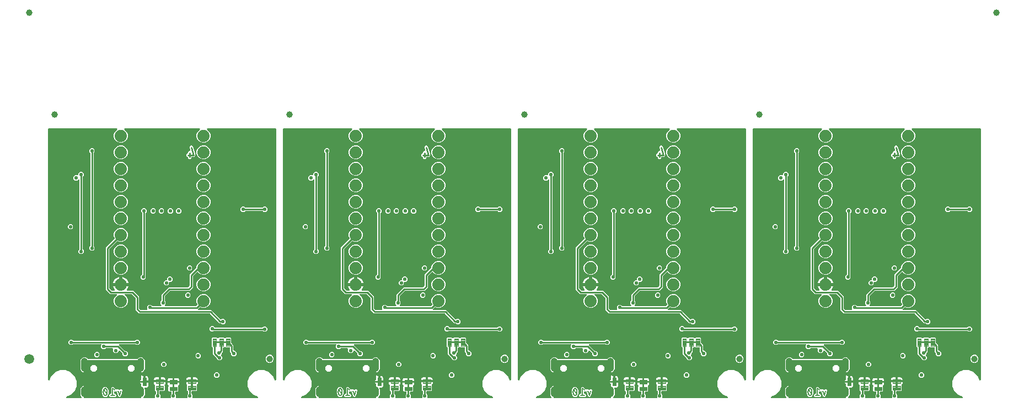
<source format=gbl>
G04 EAGLE Gerber RS-274X export*
G75*
%MOMM*%
%FSLAX34Y34*%
%LPD*%
%INBottom Copper*%
%IPPOS*%
%AMOC8*
5,1,8,0,0,1.08239X$1,22.5*%
G01*
%ADD10C,0.203200*%
%ADD11C,0.279400*%
%ADD12C,0.099059*%
%ADD13C,1.000000*%
%ADD14C,1.879600*%
%ADD15C,1.000000*%
%ADD16C,1.500000*%
%ADD17C,0.254000*%
%ADD18C,0.558800*%

G36*
X414041Y2812D02*
X414041Y2812D01*
X414179Y2825D01*
X414198Y2832D01*
X414218Y2835D01*
X414348Y2886D01*
X414479Y2933D01*
X414495Y2944D01*
X414514Y2952D01*
X414626Y3033D01*
X414742Y3111D01*
X414755Y3127D01*
X414771Y3138D01*
X414860Y3246D01*
X414952Y3350D01*
X414961Y3368D01*
X414974Y3383D01*
X415034Y3509D01*
X415097Y3633D01*
X415101Y3653D01*
X415110Y3671D01*
X415136Y3808D01*
X415166Y3943D01*
X415166Y3964D01*
X415170Y3983D01*
X415161Y4122D01*
X415157Y4261D01*
X415151Y4281D01*
X415150Y4301D01*
X415107Y4433D01*
X415068Y4567D01*
X415058Y4584D01*
X415052Y4603D01*
X414977Y4721D01*
X414907Y4841D01*
X414888Y4862D01*
X414882Y4872D01*
X414867Y4886D01*
X414800Y4961D01*
X413764Y5998D01*
X412809Y8303D01*
X412809Y16797D01*
X413764Y19102D01*
X415528Y20866D01*
X416411Y21232D01*
X416436Y21246D01*
X416464Y21255D01*
X416574Y21325D01*
X416687Y21389D01*
X416708Y21410D01*
X416733Y21426D01*
X416822Y21520D01*
X416915Y21611D01*
X416931Y21636D01*
X416951Y21657D01*
X417014Y21771D01*
X417082Y21882D01*
X417090Y21910D01*
X417105Y21936D01*
X417137Y22062D01*
X417175Y22186D01*
X417177Y22215D01*
X417184Y22244D01*
X417194Y22404D01*
X417194Y41996D01*
X417191Y42025D01*
X417193Y42054D01*
X417171Y42182D01*
X417154Y42311D01*
X417144Y42339D01*
X417139Y42368D01*
X417085Y42486D01*
X417037Y42607D01*
X417020Y42631D01*
X417008Y42658D01*
X416927Y42759D01*
X416851Y42864D01*
X416828Y42883D01*
X416809Y42906D01*
X416706Y42984D01*
X416606Y43067D01*
X416579Y43080D01*
X416555Y43097D01*
X416411Y43168D01*
X415528Y43534D01*
X413764Y45298D01*
X412809Y47603D01*
X412809Y61097D01*
X413764Y63402D01*
X415528Y65166D01*
X417833Y66121D01*
X420327Y66121D01*
X422632Y65166D01*
X424561Y63237D01*
X424639Y63177D01*
X424711Y63109D01*
X424764Y63080D01*
X424812Y63043D01*
X424903Y63003D01*
X424990Y62955D01*
X425048Y62940D01*
X425104Y62916D01*
X425202Y62901D01*
X425297Y62876D01*
X425398Y62870D01*
X425418Y62866D01*
X425430Y62868D01*
X425458Y62866D01*
X499102Y62866D01*
X499200Y62878D01*
X499299Y62881D01*
X499357Y62898D01*
X499417Y62906D01*
X499509Y62942D01*
X499605Y62970D01*
X499657Y63000D01*
X499713Y63023D01*
X499793Y63081D01*
X499878Y63131D01*
X499954Y63197D01*
X499970Y63209D01*
X499978Y63219D01*
X499999Y63237D01*
X501928Y65166D01*
X504233Y66121D01*
X506727Y66121D01*
X509032Y65166D01*
X510796Y63402D01*
X511751Y61097D01*
X511751Y47603D01*
X510796Y45298D01*
X509032Y43534D01*
X508149Y43168D01*
X508124Y43154D01*
X508096Y43145D01*
X507986Y43075D01*
X507873Y43011D01*
X507852Y42990D01*
X507827Y42974D01*
X507738Y42880D01*
X507645Y42789D01*
X507629Y42764D01*
X507609Y42743D01*
X507546Y42629D01*
X507478Y42518D01*
X507470Y42490D01*
X507455Y42464D01*
X507423Y42338D01*
X507385Y42214D01*
X507383Y42185D01*
X507376Y42156D01*
X507366Y41996D01*
X507366Y38354D01*
X507381Y38236D01*
X507388Y38117D01*
X507401Y38079D01*
X507406Y38038D01*
X507449Y37928D01*
X507486Y37815D01*
X507508Y37780D01*
X507523Y37743D01*
X507592Y37647D01*
X507656Y37546D01*
X507686Y37518D01*
X507709Y37485D01*
X507801Y37409D01*
X507888Y37328D01*
X507923Y37308D01*
X507954Y37283D01*
X508062Y37232D01*
X508166Y37174D01*
X508206Y37164D01*
X508242Y37147D01*
X508359Y37125D01*
X508474Y37095D01*
X508534Y37091D01*
X508554Y37087D01*
X508575Y37089D01*
X508635Y37085D01*
X509525Y37085D01*
X509525Y29527D01*
X504380Y29527D01*
X504380Y30017D01*
X505161Y30798D01*
X505460Y30798D01*
X505525Y30810D01*
X505591Y30812D01*
X505634Y30830D01*
X505681Y30838D01*
X505738Y30871D01*
X505798Y30896D01*
X505833Y30928D01*
X505874Y30952D01*
X505916Y31003D01*
X505964Y31048D01*
X505986Y31090D01*
X506015Y31126D01*
X506036Y31188D01*
X506067Y31247D01*
X506075Y31302D01*
X506087Y31339D01*
X506086Y31378D01*
X506094Y31432D01*
X506094Y60960D01*
X506083Y61025D01*
X506081Y61091D01*
X506063Y61134D01*
X506055Y61181D01*
X506021Y61238D01*
X505996Y61298D01*
X505965Y61333D01*
X505940Y61374D01*
X505889Y61416D01*
X505845Y61464D01*
X505803Y61486D01*
X505766Y61515D01*
X505704Y61536D01*
X505645Y61567D01*
X505591Y61575D01*
X505554Y61587D01*
X505514Y61586D01*
X505460Y61594D01*
X419100Y61594D01*
X419035Y61583D01*
X418969Y61581D01*
X418926Y61563D01*
X418879Y61555D01*
X418822Y61521D01*
X418762Y61496D01*
X418727Y61465D01*
X418686Y61440D01*
X418645Y61389D01*
X418596Y61345D01*
X418574Y61303D01*
X418545Y61266D01*
X418524Y61204D01*
X418493Y61145D01*
X418485Y61091D01*
X418473Y61054D01*
X418474Y61014D01*
X418466Y60960D01*
X418466Y3429D01*
X418477Y3364D01*
X418479Y3298D01*
X418497Y3255D01*
X418505Y3208D01*
X418539Y3151D01*
X418564Y3091D01*
X418595Y3056D01*
X418620Y3015D01*
X418671Y2973D01*
X418715Y2925D01*
X418757Y2903D01*
X418794Y2874D01*
X418856Y2853D01*
X418915Y2822D01*
X418969Y2814D01*
X419006Y2802D01*
X419046Y2803D01*
X419100Y2795D01*
X505460Y2795D01*
X505525Y2806D01*
X505591Y2808D01*
X505634Y2826D01*
X505681Y2834D01*
X505738Y2868D01*
X505798Y2893D01*
X505833Y2924D01*
X505874Y2949D01*
X505916Y3000D01*
X505964Y3044D01*
X505986Y3086D01*
X506015Y3123D01*
X506036Y3185D01*
X506067Y3244D01*
X506075Y3298D01*
X506087Y3335D01*
X506086Y3375D01*
X506094Y3429D01*
X506094Y24956D01*
X506083Y25020D01*
X506081Y25086D01*
X506063Y25130D01*
X506055Y25176D01*
X506021Y25233D01*
X505996Y25294D01*
X505965Y25329D01*
X505940Y25370D01*
X505889Y25411D01*
X505845Y25460D01*
X505803Y25481D01*
X505766Y25511D01*
X505704Y25532D01*
X505645Y25562D01*
X505591Y25570D01*
X505554Y25583D01*
X505514Y25582D01*
X505460Y25590D01*
X505161Y25590D01*
X504380Y26371D01*
X504380Y26861D01*
X510730Y26861D01*
X510809Y26787D01*
X510844Y26767D01*
X510876Y26742D01*
X510983Y26691D01*
X511088Y26633D01*
X511127Y26623D01*
X511163Y26606D01*
X511280Y26584D01*
X511396Y26554D01*
X511456Y26550D01*
X511476Y26546D01*
X511496Y26548D01*
X511556Y26544D01*
X517018Y26544D01*
X517018Y21940D01*
X516811Y21167D01*
X516411Y20475D01*
X515846Y19910D01*
X515154Y19510D01*
X514381Y19303D01*
X512612Y19303D01*
X512563Y19297D01*
X512513Y19299D01*
X512406Y19277D01*
X512297Y19263D01*
X512251Y19245D01*
X512202Y19235D01*
X512103Y19187D01*
X512001Y19146D01*
X511961Y19117D01*
X511916Y19095D01*
X511833Y19024D01*
X511744Y18960D01*
X511712Y18921D01*
X511674Y18889D01*
X511611Y18799D01*
X511541Y18715D01*
X511520Y18670D01*
X511491Y18629D01*
X511452Y18526D01*
X511405Y18427D01*
X511396Y18378D01*
X511378Y18332D01*
X511366Y18222D01*
X511346Y18114D01*
X511349Y18065D01*
X511343Y18015D01*
X511359Y17907D01*
X511365Y17797D01*
X511381Y17750D01*
X511388Y17701D01*
X511440Y17548D01*
X511751Y16797D01*
X511751Y8303D01*
X510796Y5998D01*
X509760Y4961D01*
X509675Y4852D01*
X509586Y4745D01*
X509577Y4726D01*
X509565Y4710D01*
X509509Y4583D01*
X509450Y4457D01*
X509446Y4437D01*
X509438Y4418D01*
X509416Y4280D01*
X509390Y4144D01*
X509392Y4124D01*
X509388Y4104D01*
X509402Y3965D01*
X509410Y3827D01*
X509416Y3808D01*
X509418Y3788D01*
X509465Y3656D01*
X509508Y3525D01*
X509519Y3507D01*
X509526Y3488D01*
X509604Y3373D01*
X509678Y3256D01*
X509693Y3242D01*
X509704Y3225D01*
X509809Y3133D01*
X509910Y3038D01*
X509928Y3028D01*
X509943Y3015D01*
X510067Y2952D01*
X510188Y2884D01*
X510208Y2879D01*
X510226Y2870D01*
X510362Y2840D01*
X510496Y2805D01*
X510524Y2803D01*
X510536Y2800D01*
X510557Y2801D01*
X510657Y2795D01*
X526365Y2795D01*
X526503Y2812D01*
X526641Y2825D01*
X526660Y2832D01*
X526680Y2835D01*
X526809Y2886D01*
X526941Y2933D01*
X526957Y2944D01*
X526976Y2952D01*
X527088Y3033D01*
X527204Y3112D01*
X527217Y3127D01*
X527233Y3138D01*
X527322Y3246D01*
X527414Y3350D01*
X527423Y3368D01*
X527436Y3383D01*
X527495Y3509D01*
X527559Y3633D01*
X527563Y3653D01*
X527572Y3671D01*
X527598Y3807D01*
X527628Y3944D01*
X527628Y3964D01*
X527631Y3983D01*
X527623Y4122D01*
X527618Y4261D01*
X527613Y4281D01*
X527612Y4301D01*
X527569Y4433D01*
X527557Y4473D01*
X527557Y8034D01*
X528710Y9186D01*
X528770Y9264D01*
X528838Y9336D01*
X528867Y9389D01*
X528904Y9437D01*
X528944Y9528D01*
X528992Y9615D01*
X529007Y9673D01*
X529031Y9729D01*
X529046Y9827D01*
X529071Y9923D01*
X529077Y10023D01*
X529081Y10043D01*
X529079Y10055D01*
X529081Y10083D01*
X529081Y12791D01*
X529066Y12909D01*
X529059Y13027D01*
X529046Y13066D01*
X529041Y13106D01*
X528998Y13217D01*
X528961Y13330D01*
X528939Y13364D01*
X528924Y13402D01*
X528855Y13498D01*
X528791Y13599D01*
X528761Y13626D01*
X528738Y13659D01*
X528646Y13735D01*
X528559Y13817D01*
X528524Y13836D01*
X528493Y13862D01*
X528385Y13913D01*
X528281Y13970D01*
X528241Y13980D01*
X528205Y13997D01*
X528132Y14011D01*
X527049Y15094D01*
X527049Y22199D01*
X527074Y22227D01*
X527093Y22263D01*
X527117Y22295D01*
X527165Y22405D01*
X527219Y22511D01*
X527228Y22550D01*
X527244Y22587D01*
X527262Y22705D01*
X527288Y22821D01*
X527287Y22861D01*
X527294Y22901D01*
X527282Y23020D01*
X527279Y23139D01*
X527268Y23178D01*
X527264Y23218D01*
X527224Y23330D01*
X527190Y23444D01*
X527170Y23479D01*
X527156Y23517D01*
X527089Y23616D01*
X527029Y23718D01*
X526989Y23763D01*
X526978Y23780D01*
X526962Y23794D01*
X526922Y23839D01*
X526386Y24376D01*
X525986Y25068D01*
X525779Y25840D01*
X525779Y27396D01*
X533337Y27396D01*
X533337Y16855D01*
X533349Y16836D01*
X533353Y16813D01*
X533368Y16806D01*
X533374Y16797D01*
X533384Y16799D01*
X533400Y16792D01*
X535940Y16792D01*
X535959Y16804D01*
X535981Y16807D01*
X535988Y16823D01*
X535997Y16829D01*
X535996Y16839D01*
X536003Y16855D01*
X536003Y27396D01*
X543561Y27396D01*
X543561Y25840D01*
X543354Y25068D01*
X542954Y24376D01*
X542418Y23839D01*
X542344Y23745D01*
X542266Y23656D01*
X542247Y23620D01*
X542223Y23588D01*
X542175Y23478D01*
X542121Y23372D01*
X542112Y23333D01*
X542096Y23296D01*
X542077Y23178D01*
X542051Y23062D01*
X542053Y23022D01*
X542046Y22982D01*
X542058Y22863D01*
X542061Y22744D01*
X542072Y22705D01*
X542076Y22665D01*
X542116Y22553D01*
X542150Y22439D01*
X542170Y22404D01*
X542184Y22366D01*
X542251Y22267D01*
X542291Y22199D01*
X542291Y15094D01*
X541256Y14060D01*
X535432Y14060D01*
X535314Y14045D01*
X535195Y14037D01*
X535157Y14025D01*
X535116Y14020D01*
X535006Y13976D01*
X534893Y13939D01*
X534858Y13918D01*
X534821Y13903D01*
X534725Y13833D01*
X534624Y13769D01*
X534596Y13740D01*
X534563Y13716D01*
X534487Y13624D01*
X534406Y13538D01*
X534386Y13502D01*
X534361Y13471D01*
X534310Y13363D01*
X534252Y13259D01*
X534242Y13220D01*
X534225Y13183D01*
X534203Y13067D01*
X534173Y12951D01*
X534169Y12891D01*
X534165Y12871D01*
X534167Y12851D01*
X534163Y12791D01*
X534163Y10083D01*
X534175Y9985D01*
X534178Y9886D01*
X534195Y9828D01*
X534203Y9768D01*
X534239Y9676D01*
X534267Y9581D01*
X534297Y9529D01*
X534320Y9472D01*
X534378Y9392D01*
X534428Y9307D01*
X534494Y9231D01*
X534506Y9215D01*
X534516Y9207D01*
X534534Y9186D01*
X535687Y8034D01*
X535687Y4487D01*
X535672Y4457D01*
X535669Y4437D01*
X535661Y4419D01*
X535639Y4281D01*
X535613Y4144D01*
X535614Y4124D01*
X535611Y4105D01*
X535624Y3966D01*
X535632Y3827D01*
X535639Y3808D01*
X535641Y3788D01*
X535688Y3657D01*
X535730Y3525D01*
X535741Y3508D01*
X535748Y3489D01*
X535826Y3373D01*
X535901Y3256D01*
X535915Y3242D01*
X535927Y3225D01*
X536031Y3134D01*
X536132Y3038D01*
X536150Y3028D01*
X536165Y3015D01*
X536289Y2952D01*
X536411Y2884D01*
X536430Y2879D01*
X536448Y2870D01*
X536584Y2840D01*
X536719Y2805D01*
X536747Y2803D01*
X536758Y2801D01*
X536779Y2801D01*
X536879Y2795D01*
X550495Y2795D01*
X550633Y2812D01*
X550771Y2825D01*
X550790Y2832D01*
X550810Y2835D01*
X550939Y2886D01*
X551071Y2933D01*
X551087Y2944D01*
X551106Y2952D01*
X551218Y3033D01*
X551334Y3112D01*
X551347Y3127D01*
X551363Y3138D01*
X551452Y3246D01*
X551544Y3350D01*
X551553Y3368D01*
X551566Y3383D01*
X551625Y3509D01*
X551689Y3633D01*
X551693Y3653D01*
X551702Y3671D01*
X551728Y3807D01*
X551758Y3944D01*
X551758Y3964D01*
X551761Y3983D01*
X551753Y4122D01*
X551748Y4261D01*
X551743Y4281D01*
X551742Y4301D01*
X551699Y4433D01*
X551687Y4473D01*
X551687Y8034D01*
X552840Y9186D01*
X552900Y9264D01*
X552968Y9336D01*
X552997Y9389D01*
X553034Y9437D01*
X553074Y9528D01*
X553122Y9615D01*
X553137Y9673D01*
X553161Y9729D01*
X553176Y9827D01*
X553201Y9923D01*
X553207Y10023D01*
X553211Y10043D01*
X553209Y10055D01*
X553211Y10083D01*
X553211Y11775D01*
X553196Y11893D01*
X553189Y12011D01*
X553176Y12050D01*
X553171Y12090D01*
X553128Y12201D01*
X553091Y12314D01*
X553069Y12348D01*
X553054Y12386D01*
X552985Y12482D01*
X552921Y12583D01*
X552891Y12610D01*
X552868Y12643D01*
X552776Y12719D01*
X552689Y12801D01*
X552654Y12820D01*
X552623Y12846D01*
X552515Y12897D01*
X552411Y12954D01*
X552371Y12964D01*
X552335Y12981D01*
X552218Y13004D01*
X552103Y13034D01*
X552043Y13037D01*
X552023Y13041D01*
X552002Y13040D01*
X551942Y13044D01*
X549166Y13044D01*
X548131Y14078D01*
X548131Y21183D01*
X548156Y21211D01*
X548175Y21247D01*
X548199Y21279D01*
X548247Y21389D01*
X548301Y21495D01*
X548310Y21534D01*
X548326Y21571D01*
X548344Y21689D01*
X548370Y21805D01*
X548369Y21845D01*
X548376Y21885D01*
X548364Y22004D01*
X548361Y22123D01*
X548350Y22162D01*
X548346Y22202D01*
X548306Y22314D01*
X548272Y22428D01*
X548252Y22463D01*
X548238Y22501D01*
X548171Y22600D01*
X548111Y22702D01*
X548071Y22747D01*
X548060Y22764D01*
X548044Y22778D01*
X548004Y22823D01*
X547468Y23360D01*
X547068Y24052D01*
X546861Y24824D01*
X546861Y26380D01*
X554419Y26380D01*
X554419Y15839D01*
X554431Y15820D01*
X554435Y15797D01*
X554450Y15790D01*
X554456Y15781D01*
X554466Y15783D01*
X554482Y15776D01*
X557022Y15776D01*
X557041Y15788D01*
X557063Y15791D01*
X557070Y15807D01*
X557079Y15813D01*
X557078Y15823D01*
X557085Y15839D01*
X557085Y26380D01*
X564643Y26380D01*
X564643Y24824D01*
X564436Y24052D01*
X564036Y23360D01*
X563500Y22823D01*
X563426Y22729D01*
X563348Y22640D01*
X563329Y22604D01*
X563305Y22572D01*
X563257Y22462D01*
X563203Y22356D01*
X563194Y22317D01*
X563178Y22280D01*
X563159Y22162D01*
X563133Y22046D01*
X563135Y22006D01*
X563128Y21966D01*
X563140Y21847D01*
X563143Y21728D01*
X563154Y21689D01*
X563158Y21649D01*
X563198Y21537D01*
X563232Y21423D01*
X563252Y21388D01*
X563266Y21350D01*
X563333Y21251D01*
X563373Y21183D01*
X563373Y14078D01*
X562338Y13044D01*
X559562Y13044D01*
X559444Y13029D01*
X559325Y13021D01*
X559287Y13009D01*
X559246Y13004D01*
X559136Y12960D01*
X559023Y12923D01*
X558988Y12902D01*
X558951Y12887D01*
X558855Y12817D01*
X558754Y12753D01*
X558726Y12724D01*
X558693Y12700D01*
X558617Y12608D01*
X558536Y12522D01*
X558516Y12486D01*
X558491Y12455D01*
X558440Y12347D01*
X558382Y12243D01*
X558372Y12204D01*
X558355Y12167D01*
X558333Y12051D01*
X558303Y11935D01*
X558299Y11875D01*
X558295Y11855D01*
X558297Y11835D01*
X558293Y11775D01*
X558293Y10083D01*
X558305Y9985D01*
X558308Y9886D01*
X558325Y9828D01*
X558333Y9768D01*
X558369Y9676D01*
X558397Y9581D01*
X558427Y9529D01*
X558450Y9472D01*
X558508Y9392D01*
X558558Y9307D01*
X558624Y9231D01*
X558636Y9215D01*
X558646Y9207D01*
X558664Y9186D01*
X559817Y8034D01*
X559817Y4487D01*
X559802Y4457D01*
X559799Y4437D01*
X559791Y4419D01*
X559769Y4281D01*
X559743Y4144D01*
X559744Y4124D01*
X559741Y4105D01*
X559754Y3966D01*
X559762Y3827D01*
X559769Y3808D01*
X559771Y3788D01*
X559818Y3657D01*
X559860Y3525D01*
X559871Y3508D01*
X559878Y3489D01*
X559956Y3373D01*
X560031Y3256D01*
X560045Y3242D01*
X560057Y3225D01*
X560161Y3134D01*
X560262Y3038D01*
X560280Y3028D01*
X560295Y3015D01*
X560419Y2952D01*
X560541Y2884D01*
X560560Y2879D01*
X560578Y2870D01*
X560714Y2840D01*
X560849Y2805D01*
X560877Y2803D01*
X560888Y2801D01*
X560909Y2801D01*
X561009Y2795D01*
X575895Y2795D01*
X576033Y2812D01*
X576171Y2825D01*
X576190Y2832D01*
X576210Y2835D01*
X576339Y2886D01*
X576471Y2933D01*
X576487Y2944D01*
X576506Y2952D01*
X576618Y3033D01*
X576734Y3112D01*
X576747Y3127D01*
X576763Y3138D01*
X576852Y3246D01*
X576944Y3350D01*
X576953Y3368D01*
X576966Y3383D01*
X577025Y3509D01*
X577089Y3633D01*
X577093Y3653D01*
X577102Y3671D01*
X577128Y3807D01*
X577158Y3944D01*
X577158Y3964D01*
X577161Y3983D01*
X577153Y4122D01*
X577148Y4261D01*
X577143Y4281D01*
X577142Y4301D01*
X577099Y4433D01*
X577087Y4473D01*
X577087Y8034D01*
X578240Y9186D01*
X578300Y9264D01*
X578368Y9336D01*
X578397Y9389D01*
X578434Y9437D01*
X578474Y9528D01*
X578522Y9615D01*
X578537Y9673D01*
X578561Y9729D01*
X578576Y9827D01*
X578601Y9923D01*
X578607Y10023D01*
X578611Y10043D01*
X578609Y10055D01*
X578611Y10083D01*
X578611Y12791D01*
X578596Y12909D01*
X578589Y13027D01*
X578576Y13066D01*
X578571Y13106D01*
X578528Y13217D01*
X578491Y13330D01*
X578469Y13364D01*
X578454Y13402D01*
X578385Y13498D01*
X578321Y13599D01*
X578291Y13626D01*
X578268Y13659D01*
X578176Y13735D01*
X578089Y13817D01*
X578054Y13836D01*
X578023Y13862D01*
X577915Y13913D01*
X577811Y13970D01*
X577771Y13980D01*
X577735Y13997D01*
X577662Y14011D01*
X576579Y15094D01*
X576579Y22199D01*
X576604Y22227D01*
X576623Y22263D01*
X576647Y22295D01*
X576695Y22405D01*
X576749Y22511D01*
X576758Y22550D01*
X576774Y22587D01*
X576792Y22705D01*
X576818Y22821D01*
X576817Y22861D01*
X576824Y22901D01*
X576812Y23020D01*
X576809Y23139D01*
X576798Y23178D01*
X576794Y23218D01*
X576754Y23330D01*
X576720Y23444D01*
X576700Y23479D01*
X576686Y23517D01*
X576619Y23616D01*
X576559Y23718D01*
X576519Y23763D01*
X576508Y23780D01*
X576492Y23794D01*
X576452Y23839D01*
X575916Y24376D01*
X575516Y25068D01*
X575309Y25840D01*
X575309Y27396D01*
X582867Y27396D01*
X582867Y16855D01*
X582879Y16836D01*
X582883Y16813D01*
X582898Y16806D01*
X582904Y16797D01*
X582914Y16799D01*
X582930Y16792D01*
X585470Y16792D01*
X585489Y16804D01*
X585511Y16807D01*
X585518Y16823D01*
X585527Y16829D01*
X585526Y16839D01*
X585533Y16855D01*
X585533Y27396D01*
X593091Y27396D01*
X593091Y25840D01*
X592884Y25068D01*
X592484Y24376D01*
X591948Y23839D01*
X591874Y23745D01*
X591796Y23656D01*
X591777Y23620D01*
X591753Y23588D01*
X591705Y23478D01*
X591651Y23372D01*
X591642Y23333D01*
X591626Y23296D01*
X591607Y23178D01*
X591581Y23062D01*
X591583Y23022D01*
X591576Y22982D01*
X591588Y22863D01*
X591591Y22744D01*
X591602Y22705D01*
X591606Y22665D01*
X591646Y22553D01*
X591680Y22439D01*
X591700Y22404D01*
X591714Y22366D01*
X591781Y22267D01*
X591821Y22199D01*
X591821Y15094D01*
X590786Y14060D01*
X584962Y14060D01*
X584844Y14045D01*
X584725Y14037D01*
X584687Y14025D01*
X584646Y14020D01*
X584536Y13976D01*
X584423Y13939D01*
X584388Y13918D01*
X584351Y13903D01*
X584255Y13833D01*
X584154Y13769D01*
X584126Y13740D01*
X584093Y13716D01*
X584017Y13624D01*
X583936Y13538D01*
X583916Y13502D01*
X583891Y13471D01*
X583840Y13363D01*
X583782Y13259D01*
X583772Y13220D01*
X583755Y13183D01*
X583733Y13067D01*
X583703Y12951D01*
X583699Y12891D01*
X583695Y12871D01*
X583697Y12851D01*
X583693Y12791D01*
X583693Y10083D01*
X583705Y9985D01*
X583708Y9886D01*
X583725Y9828D01*
X583733Y9768D01*
X583769Y9676D01*
X583797Y9581D01*
X583827Y9529D01*
X583850Y9472D01*
X583908Y9392D01*
X583958Y9307D01*
X584024Y9231D01*
X584036Y9215D01*
X584046Y9207D01*
X584064Y9186D01*
X585217Y8034D01*
X585217Y4487D01*
X585202Y4457D01*
X585199Y4437D01*
X585191Y4419D01*
X585169Y4281D01*
X585143Y4144D01*
X585144Y4124D01*
X585141Y4105D01*
X585154Y3966D01*
X585162Y3827D01*
X585169Y3808D01*
X585171Y3788D01*
X585218Y3657D01*
X585260Y3525D01*
X585271Y3508D01*
X585278Y3489D01*
X585356Y3373D01*
X585431Y3256D01*
X585445Y3242D01*
X585457Y3225D01*
X585561Y3134D01*
X585662Y3038D01*
X585680Y3028D01*
X585695Y3015D01*
X585819Y2952D01*
X585941Y2884D01*
X585960Y2879D01*
X585978Y2870D01*
X586114Y2840D01*
X586249Y2805D01*
X586277Y2803D01*
X586288Y2801D01*
X586309Y2801D01*
X586409Y2795D01*
X684645Y2795D01*
X684714Y2803D01*
X684784Y2802D01*
X684871Y2823D01*
X684960Y2835D01*
X685025Y2860D01*
X685093Y2877D01*
X685173Y2919D01*
X685256Y2952D01*
X685313Y2993D01*
X685374Y3025D01*
X685441Y3086D01*
X685514Y3138D01*
X685558Y3192D01*
X685610Y3239D01*
X685659Y3314D01*
X685716Y3383D01*
X685746Y3447D01*
X685784Y3505D01*
X685814Y3590D01*
X685852Y3671D01*
X685865Y3740D01*
X685888Y3806D01*
X685895Y3895D01*
X685912Y3983D01*
X685907Y4053D01*
X685913Y4123D01*
X685897Y4211D01*
X685892Y4301D01*
X685870Y4367D01*
X685858Y4436D01*
X685822Y4518D01*
X685794Y4603D01*
X685757Y4662D01*
X685728Y4726D01*
X685672Y4796D01*
X685624Y4872D01*
X685573Y4920D01*
X685529Y4974D01*
X685457Y5029D01*
X685392Y5090D01*
X685331Y5124D01*
X685275Y5166D01*
X685131Y5237D01*
X679082Y7742D01*
X673222Y13602D01*
X670051Y21257D01*
X670051Y29543D01*
X673222Y37199D01*
X679081Y43058D01*
X686737Y46229D01*
X695023Y46229D01*
X702679Y43058D01*
X708538Y37199D01*
X711043Y31149D01*
X711078Y31089D01*
X711104Y31024D01*
X711156Y30951D01*
X711201Y30873D01*
X711250Y30823D01*
X711290Y30767D01*
X711360Y30709D01*
X711422Y30645D01*
X711482Y30608D01*
X711535Y30564D01*
X711617Y30525D01*
X711693Y30478D01*
X711760Y30458D01*
X711823Y30428D01*
X711911Y30411D01*
X711997Y30385D01*
X712067Y30382D01*
X712136Y30368D01*
X712225Y30374D01*
X712315Y30370D01*
X712383Y30384D01*
X712453Y30388D01*
X712538Y30416D01*
X712626Y30434D01*
X712689Y30465D01*
X712755Y30486D01*
X712831Y30534D01*
X712912Y30574D01*
X712965Y30619D01*
X713024Y30656D01*
X713086Y30722D01*
X713154Y30780D01*
X713194Y30837D01*
X713242Y30888D01*
X713285Y30967D01*
X713337Y31040D01*
X713362Y31105D01*
X713396Y31166D01*
X713418Y31253D01*
X713450Y31337D01*
X713458Y31407D01*
X713475Y31474D01*
X713485Y31635D01*
X713485Y416560D01*
X713470Y416678D01*
X713463Y416797D01*
X713450Y416835D01*
X713445Y416876D01*
X713402Y416986D01*
X713365Y417099D01*
X713343Y417134D01*
X713328Y417171D01*
X713259Y417267D01*
X713195Y417368D01*
X713165Y417396D01*
X713142Y417429D01*
X713050Y417504D01*
X712963Y417586D01*
X712928Y417606D01*
X712897Y417631D01*
X712789Y417682D01*
X712685Y417740D01*
X712645Y417750D01*
X712609Y417767D01*
X712492Y417789D01*
X712377Y417819D01*
X712317Y417823D01*
X712297Y417827D01*
X712276Y417825D01*
X712216Y417829D01*
X608647Y417829D01*
X608578Y417820D01*
X608508Y417822D01*
X608421Y417801D01*
X608332Y417789D01*
X608267Y417764D01*
X608199Y417747D01*
X608119Y417705D01*
X608036Y417672D01*
X607979Y417631D01*
X607918Y417599D01*
X607851Y417538D01*
X607779Y417486D01*
X607734Y417432D01*
X607682Y417385D01*
X607633Y417310D01*
X607576Y417241D01*
X607546Y417177D01*
X607508Y417119D01*
X607478Y417034D01*
X607440Y416953D01*
X607427Y416884D01*
X607404Y416818D01*
X607397Y416729D01*
X607380Y416640D01*
X607385Y416571D01*
X607379Y416501D01*
X607395Y416413D01*
X607400Y416323D01*
X607422Y416257D01*
X607434Y416188D01*
X607471Y416106D01*
X607498Y416021D01*
X607536Y415962D01*
X607564Y415898D01*
X607620Y415828D01*
X607668Y415752D01*
X607719Y415704D01*
X607763Y415650D01*
X607834Y415596D01*
X607900Y415534D01*
X607961Y415500D01*
X607987Y415480D01*
X611025Y412443D01*
X612649Y408522D01*
X612649Y404278D01*
X611025Y400357D01*
X608023Y397355D01*
X604102Y395731D01*
X599858Y395731D01*
X595937Y397355D01*
X592935Y400357D01*
X591311Y404278D01*
X591311Y408522D01*
X592935Y412443D01*
X595981Y415489D01*
X595997Y415500D01*
X596075Y415545D01*
X596125Y415593D01*
X596181Y415634D01*
X596239Y415704D01*
X596303Y415766D01*
X596340Y415826D01*
X596384Y415879D01*
X596423Y415961D01*
X596470Y416037D01*
X596490Y416104D01*
X596520Y416167D01*
X596537Y416255D01*
X596563Y416341D01*
X596566Y416411D01*
X596580Y416479D01*
X596574Y416569D01*
X596578Y416659D01*
X596564Y416727D01*
X596560Y416797D01*
X596532Y416882D01*
X596514Y416970D01*
X596483Y417033D01*
X596462Y417099D01*
X596414Y417175D01*
X596374Y417256D01*
X596329Y417309D01*
X596292Y417368D01*
X596226Y417430D01*
X596168Y417498D01*
X596111Y417538D01*
X596060Y417586D01*
X595981Y417629D01*
X595908Y417681D01*
X595843Y417706D01*
X595782Y417740D01*
X595695Y417762D01*
X595611Y417794D01*
X595541Y417802D01*
X595474Y417819D01*
X595313Y417829D01*
X481647Y417829D01*
X481578Y417820D01*
X481508Y417822D01*
X481421Y417801D01*
X481332Y417789D01*
X481266Y417764D01*
X481199Y417747D01*
X481119Y417705D01*
X481036Y417672D01*
X480979Y417631D01*
X480918Y417599D01*
X480851Y417538D01*
X480779Y417486D01*
X480734Y417432D01*
X480682Y417385D01*
X480633Y417310D01*
X480576Y417241D01*
X480546Y417177D01*
X480508Y417119D01*
X480478Y417034D01*
X480440Y416953D01*
X480427Y416884D01*
X480404Y416818D01*
X480397Y416729D01*
X480380Y416640D01*
X480385Y416571D01*
X480379Y416501D01*
X480395Y416413D01*
X480400Y416323D01*
X480422Y416257D01*
X480434Y416188D01*
X480471Y416106D01*
X480498Y416021D01*
X480536Y415961D01*
X480564Y415898D01*
X480620Y415828D01*
X480668Y415752D01*
X480719Y415704D01*
X480763Y415649D01*
X480835Y415595D01*
X480900Y415534D01*
X480961Y415500D01*
X480988Y415480D01*
X484025Y412443D01*
X485649Y408522D01*
X485649Y404278D01*
X484025Y400357D01*
X481023Y397355D01*
X477102Y395731D01*
X472858Y395731D01*
X468937Y397355D01*
X465935Y400357D01*
X464311Y404278D01*
X464311Y408522D01*
X465935Y412443D01*
X468981Y415489D01*
X468997Y415500D01*
X469075Y415545D01*
X469125Y415593D01*
X469181Y415634D01*
X469239Y415704D01*
X469303Y415766D01*
X469340Y415826D01*
X469384Y415879D01*
X469423Y415961D01*
X469469Y416037D01*
X469490Y416104D01*
X469520Y416167D01*
X469537Y416255D01*
X469563Y416341D01*
X469566Y416411D01*
X469580Y416479D01*
X469574Y416569D01*
X469578Y416659D01*
X469564Y416727D01*
X469560Y416797D01*
X469532Y416882D01*
X469514Y416970D01*
X469483Y417033D01*
X469462Y417099D01*
X469414Y417175D01*
X469374Y417256D01*
X469329Y417309D01*
X469292Y417368D01*
X469226Y417430D01*
X469168Y417498D01*
X469111Y417538D01*
X469060Y417586D01*
X468981Y417629D01*
X468908Y417681D01*
X468843Y417706D01*
X468782Y417740D01*
X468695Y417762D01*
X468611Y417794D01*
X468541Y417802D01*
X468474Y417819D01*
X468313Y417829D01*
X364744Y417829D01*
X364626Y417814D01*
X364507Y417807D01*
X364469Y417794D01*
X364428Y417789D01*
X364318Y417746D01*
X364205Y417709D01*
X364170Y417687D01*
X364133Y417672D01*
X364037Y417602D01*
X363936Y417539D01*
X363908Y417509D01*
X363875Y417486D01*
X363799Y417394D01*
X363718Y417307D01*
X363698Y417272D01*
X363673Y417241D01*
X363622Y417133D01*
X363564Y417029D01*
X363554Y416989D01*
X363537Y416953D01*
X363515Y416836D01*
X363485Y416721D01*
X363481Y416660D01*
X363477Y416640D01*
X363479Y416620D01*
X363475Y416560D01*
X363475Y31635D01*
X363483Y31566D01*
X363482Y31496D01*
X363503Y31409D01*
X363515Y31320D01*
X363540Y31255D01*
X363557Y31187D01*
X363599Y31107D01*
X363632Y31024D01*
X363673Y30967D01*
X363705Y30906D01*
X363766Y30839D01*
X363818Y30766D01*
X363872Y30722D01*
X363919Y30670D01*
X363994Y30621D01*
X364063Y30564D01*
X364127Y30534D01*
X364185Y30496D01*
X364270Y30466D01*
X364351Y30428D01*
X364420Y30415D01*
X364486Y30392D01*
X364575Y30385D01*
X364663Y30368D01*
X364733Y30373D01*
X364803Y30367D01*
X364891Y30383D01*
X364981Y30388D01*
X365047Y30410D01*
X365116Y30422D01*
X365198Y30458D01*
X365283Y30486D01*
X365342Y30523D01*
X365406Y30552D01*
X365476Y30608D01*
X365552Y30656D01*
X365600Y30707D01*
X365654Y30751D01*
X365709Y30823D01*
X365770Y30888D01*
X365804Y30949D01*
X365846Y31005D01*
X365917Y31149D01*
X368422Y37199D01*
X374281Y43058D01*
X381937Y46229D01*
X390223Y46229D01*
X397878Y43058D01*
X403738Y37198D01*
X406909Y29543D01*
X406909Y21257D01*
X403738Y13601D01*
X397879Y7742D01*
X391829Y5237D01*
X391769Y5202D01*
X391704Y5176D01*
X391631Y5124D01*
X391553Y5079D01*
X391503Y5030D01*
X391447Y4990D01*
X391389Y4920D01*
X391325Y4858D01*
X391288Y4798D01*
X391244Y4745D01*
X391205Y4663D01*
X391158Y4587D01*
X391138Y4520D01*
X391108Y4457D01*
X391091Y4369D01*
X391065Y4283D01*
X391062Y4213D01*
X391048Y4144D01*
X391054Y4055D01*
X391050Y3965D01*
X391064Y3897D01*
X391068Y3827D01*
X391096Y3742D01*
X391114Y3654D01*
X391145Y3591D01*
X391166Y3525D01*
X391214Y3449D01*
X391254Y3368D01*
X391299Y3315D01*
X391336Y3256D01*
X391402Y3194D01*
X391460Y3126D01*
X391517Y3086D01*
X391568Y3038D01*
X391647Y2995D01*
X391720Y2943D01*
X391785Y2918D01*
X391846Y2884D01*
X391933Y2862D01*
X392017Y2830D01*
X392087Y2822D01*
X392154Y2805D01*
X392315Y2795D01*
X413903Y2795D01*
X414041Y2812D01*
G37*
G36*
X774721Y2812D02*
X774721Y2812D01*
X774859Y2825D01*
X774878Y2832D01*
X774898Y2835D01*
X775028Y2886D01*
X775159Y2933D01*
X775175Y2944D01*
X775194Y2952D01*
X775306Y3033D01*
X775422Y3111D01*
X775435Y3127D01*
X775451Y3138D01*
X775540Y3246D01*
X775632Y3350D01*
X775641Y3368D01*
X775654Y3383D01*
X775714Y3509D01*
X775777Y3633D01*
X775781Y3653D01*
X775790Y3671D01*
X775816Y3808D01*
X775846Y3943D01*
X775846Y3964D01*
X775850Y3983D01*
X775841Y4122D01*
X775837Y4261D01*
X775831Y4281D01*
X775830Y4301D01*
X775787Y4433D01*
X775748Y4567D01*
X775738Y4584D01*
X775732Y4603D01*
X775657Y4721D01*
X775587Y4841D01*
X775568Y4862D01*
X775562Y4872D01*
X775547Y4886D01*
X775480Y4961D01*
X774444Y5998D01*
X773489Y8303D01*
X773489Y16797D01*
X774444Y19102D01*
X776208Y20866D01*
X777091Y21232D01*
X777116Y21246D01*
X777144Y21255D01*
X777254Y21325D01*
X777367Y21389D01*
X777388Y21410D01*
X777413Y21426D01*
X777502Y21520D01*
X777595Y21611D01*
X777611Y21636D01*
X777631Y21657D01*
X777694Y21771D01*
X777762Y21882D01*
X777770Y21910D01*
X777785Y21936D01*
X777817Y22061D01*
X777855Y22186D01*
X777857Y22215D01*
X777864Y22244D01*
X777874Y22404D01*
X777874Y41996D01*
X777871Y42025D01*
X777873Y42054D01*
X777851Y42182D01*
X777834Y42311D01*
X777824Y42339D01*
X777819Y42368D01*
X777765Y42486D01*
X777717Y42607D01*
X777700Y42631D01*
X777688Y42658D01*
X777607Y42759D01*
X777531Y42864D01*
X777508Y42883D01*
X777489Y42906D01*
X777386Y42984D01*
X777286Y43067D01*
X777259Y43080D01*
X777235Y43097D01*
X777091Y43168D01*
X776208Y43534D01*
X774444Y45298D01*
X773489Y47603D01*
X773489Y61097D01*
X774444Y63402D01*
X776208Y65166D01*
X778513Y66121D01*
X781007Y66121D01*
X783312Y65166D01*
X785241Y63237D01*
X785319Y63177D01*
X785391Y63109D01*
X785444Y63080D01*
X785492Y63043D01*
X785583Y63003D01*
X785670Y62955D01*
X785728Y62940D01*
X785784Y62916D01*
X785882Y62901D01*
X785977Y62876D01*
X786078Y62870D01*
X786098Y62866D01*
X786110Y62868D01*
X786138Y62866D01*
X859782Y62866D01*
X859880Y62878D01*
X859979Y62881D01*
X860037Y62898D01*
X860097Y62906D01*
X860189Y62942D01*
X860285Y62970D01*
X860337Y63000D01*
X860393Y63023D01*
X860473Y63081D01*
X860558Y63131D01*
X860634Y63197D01*
X860650Y63209D01*
X860658Y63219D01*
X860679Y63237D01*
X862608Y65166D01*
X864913Y66121D01*
X867407Y66121D01*
X869712Y65166D01*
X871476Y63402D01*
X872431Y61097D01*
X872431Y47603D01*
X871476Y45298D01*
X869712Y43534D01*
X868829Y43168D01*
X868804Y43154D01*
X868776Y43145D01*
X868666Y43075D01*
X868553Y43011D01*
X868532Y42990D01*
X868507Y42974D01*
X868418Y42880D01*
X868325Y42789D01*
X868309Y42764D01*
X868289Y42743D01*
X868226Y42629D01*
X868158Y42518D01*
X868150Y42490D01*
X868135Y42464D01*
X868103Y42339D01*
X868065Y42214D01*
X868063Y42185D01*
X868056Y42156D01*
X868046Y41996D01*
X868046Y38354D01*
X868061Y38236D01*
X868068Y38117D01*
X868081Y38079D01*
X868086Y38038D01*
X868129Y37928D01*
X868166Y37815D01*
X868188Y37780D01*
X868203Y37743D01*
X868272Y37647D01*
X868336Y37546D01*
X868366Y37518D01*
X868389Y37485D01*
X868481Y37409D01*
X868568Y37328D01*
X868603Y37308D01*
X868634Y37283D01*
X868742Y37232D01*
X868846Y37174D01*
X868886Y37164D01*
X868922Y37147D01*
X869039Y37125D01*
X869154Y37095D01*
X869214Y37091D01*
X869234Y37087D01*
X869255Y37089D01*
X869315Y37085D01*
X870205Y37085D01*
X870205Y29527D01*
X865060Y29527D01*
X865060Y30017D01*
X865841Y30798D01*
X866140Y30798D01*
X866205Y30810D01*
X866271Y30812D01*
X866314Y30830D01*
X866361Y30838D01*
X866418Y30871D01*
X866478Y30896D01*
X866513Y30928D01*
X866554Y30952D01*
X866596Y31003D01*
X866644Y31048D01*
X866666Y31090D01*
X866695Y31126D01*
X866716Y31188D01*
X866747Y31247D01*
X866755Y31302D01*
X866767Y31339D01*
X866766Y31378D01*
X866774Y31432D01*
X866774Y60960D01*
X866763Y61025D01*
X866761Y61091D01*
X866743Y61134D01*
X866735Y61181D01*
X866701Y61238D01*
X866676Y61298D01*
X866645Y61333D01*
X866620Y61374D01*
X866569Y61416D01*
X866525Y61464D01*
X866483Y61486D01*
X866446Y61515D01*
X866384Y61536D01*
X866325Y61567D01*
X866271Y61575D01*
X866234Y61587D01*
X866194Y61586D01*
X866140Y61594D01*
X779780Y61594D01*
X779715Y61583D01*
X779649Y61581D01*
X779606Y61563D01*
X779559Y61555D01*
X779502Y61521D01*
X779442Y61496D01*
X779407Y61465D01*
X779366Y61440D01*
X779325Y61389D01*
X779276Y61345D01*
X779254Y61303D01*
X779225Y61266D01*
X779204Y61204D01*
X779173Y61145D01*
X779165Y61091D01*
X779153Y61054D01*
X779154Y61014D01*
X779146Y60960D01*
X779146Y3429D01*
X779157Y3364D01*
X779159Y3298D01*
X779177Y3255D01*
X779185Y3208D01*
X779219Y3151D01*
X779244Y3091D01*
X779275Y3056D01*
X779300Y3015D01*
X779351Y2973D01*
X779395Y2925D01*
X779437Y2903D01*
X779474Y2874D01*
X779536Y2853D01*
X779595Y2822D01*
X779649Y2814D01*
X779686Y2802D01*
X779726Y2803D01*
X779780Y2795D01*
X866140Y2795D01*
X866205Y2806D01*
X866271Y2808D01*
X866314Y2826D01*
X866361Y2834D01*
X866418Y2868D01*
X866478Y2893D01*
X866513Y2924D01*
X866554Y2949D01*
X866596Y3000D01*
X866644Y3044D01*
X866666Y3086D01*
X866695Y3123D01*
X866716Y3185D01*
X866747Y3244D01*
X866755Y3298D01*
X866767Y3335D01*
X866766Y3375D01*
X866774Y3429D01*
X866774Y24956D01*
X866763Y25020D01*
X866761Y25086D01*
X866743Y25130D01*
X866735Y25176D01*
X866701Y25233D01*
X866676Y25294D01*
X866645Y25329D01*
X866620Y25370D01*
X866569Y25411D01*
X866525Y25460D01*
X866483Y25481D01*
X866446Y25511D01*
X866384Y25532D01*
X866325Y25562D01*
X866271Y25570D01*
X866234Y25583D01*
X866194Y25582D01*
X866140Y25590D01*
X865841Y25590D01*
X865060Y26371D01*
X865060Y26861D01*
X871410Y26861D01*
X871489Y26787D01*
X871524Y26767D01*
X871556Y26742D01*
X871663Y26691D01*
X871768Y26633D01*
X871807Y26623D01*
X871843Y26606D01*
X871960Y26584D01*
X872076Y26554D01*
X872136Y26550D01*
X872156Y26546D01*
X872176Y26548D01*
X872236Y26544D01*
X877698Y26544D01*
X877698Y21940D01*
X877491Y21167D01*
X877091Y20475D01*
X876526Y19910D01*
X875834Y19510D01*
X875061Y19303D01*
X873292Y19303D01*
X873243Y19297D01*
X873193Y19299D01*
X873086Y19277D01*
X872977Y19263D01*
X872931Y19245D01*
X872882Y19235D01*
X872783Y19187D01*
X872681Y19146D01*
X872641Y19117D01*
X872596Y19095D01*
X872513Y19024D01*
X872424Y18960D01*
X872392Y18921D01*
X872354Y18889D01*
X872291Y18799D01*
X872221Y18715D01*
X872200Y18670D01*
X872171Y18629D01*
X872132Y18526D01*
X872085Y18427D01*
X872076Y18378D01*
X872058Y18332D01*
X872046Y18222D01*
X872026Y18114D01*
X872029Y18065D01*
X872023Y18015D01*
X872039Y17907D01*
X872045Y17797D01*
X872061Y17750D01*
X872068Y17701D01*
X872120Y17548D01*
X872431Y16797D01*
X872431Y8303D01*
X871476Y5998D01*
X870440Y4961D01*
X870355Y4852D01*
X870266Y4745D01*
X870257Y4726D01*
X870245Y4710D01*
X870189Y4583D01*
X870130Y4457D01*
X870126Y4437D01*
X870118Y4418D01*
X870096Y4280D01*
X870070Y4144D01*
X870072Y4124D01*
X870068Y4104D01*
X870082Y3965D01*
X870090Y3827D01*
X870096Y3808D01*
X870098Y3788D01*
X870145Y3656D01*
X870188Y3525D01*
X870199Y3507D01*
X870206Y3488D01*
X870284Y3373D01*
X870358Y3256D01*
X870373Y3242D01*
X870384Y3225D01*
X870489Y3133D01*
X870590Y3038D01*
X870608Y3028D01*
X870623Y3015D01*
X870747Y2952D01*
X870868Y2884D01*
X870888Y2879D01*
X870906Y2870D01*
X871042Y2840D01*
X871176Y2805D01*
X871204Y2803D01*
X871216Y2800D01*
X871237Y2801D01*
X871337Y2795D01*
X887045Y2795D01*
X887183Y2812D01*
X887321Y2825D01*
X887340Y2832D01*
X887360Y2835D01*
X887489Y2886D01*
X887621Y2933D01*
X887637Y2944D01*
X887656Y2952D01*
X887768Y3033D01*
X887884Y3112D01*
X887897Y3127D01*
X887913Y3138D01*
X888002Y3246D01*
X888094Y3350D01*
X888103Y3368D01*
X888116Y3383D01*
X888175Y3509D01*
X888239Y3633D01*
X888243Y3653D01*
X888252Y3671D01*
X888278Y3807D01*
X888308Y3944D01*
X888308Y3964D01*
X888311Y3983D01*
X888303Y4122D01*
X888298Y4261D01*
X888293Y4281D01*
X888292Y4301D01*
X888249Y4433D01*
X888237Y4473D01*
X888237Y8034D01*
X889390Y9186D01*
X889450Y9264D01*
X889518Y9336D01*
X889547Y9389D01*
X889584Y9437D01*
X889624Y9528D01*
X889672Y9615D01*
X889687Y9673D01*
X889711Y9729D01*
X889726Y9827D01*
X889751Y9923D01*
X889757Y10023D01*
X889761Y10043D01*
X889759Y10055D01*
X889761Y10083D01*
X889761Y12791D01*
X889746Y12909D01*
X889739Y13027D01*
X889726Y13066D01*
X889721Y13106D01*
X889678Y13217D01*
X889641Y13330D01*
X889619Y13364D01*
X889604Y13402D01*
X889535Y13498D01*
X889471Y13599D01*
X889441Y13626D01*
X889418Y13659D01*
X889326Y13735D01*
X889239Y13817D01*
X889204Y13836D01*
X889173Y13862D01*
X889065Y13913D01*
X888961Y13970D01*
X888921Y13980D01*
X888885Y13997D01*
X888812Y14011D01*
X887729Y15094D01*
X887729Y22199D01*
X887754Y22227D01*
X887773Y22263D01*
X887797Y22295D01*
X887845Y22405D01*
X887899Y22511D01*
X887908Y22550D01*
X887924Y22587D01*
X887942Y22705D01*
X887968Y22821D01*
X887967Y22861D01*
X887974Y22901D01*
X887962Y23020D01*
X887959Y23139D01*
X887948Y23178D01*
X887944Y23218D01*
X887904Y23330D01*
X887870Y23444D01*
X887850Y23479D01*
X887836Y23517D01*
X887769Y23616D01*
X887709Y23718D01*
X887669Y23763D01*
X887658Y23780D01*
X887642Y23794D01*
X887602Y23839D01*
X887066Y24376D01*
X886666Y25068D01*
X886459Y25840D01*
X886459Y27396D01*
X894017Y27396D01*
X894017Y16855D01*
X894029Y16836D01*
X894033Y16813D01*
X894048Y16806D01*
X894054Y16797D01*
X894064Y16799D01*
X894080Y16792D01*
X896620Y16792D01*
X896639Y16804D01*
X896661Y16807D01*
X896668Y16823D01*
X896677Y16829D01*
X896676Y16839D01*
X896683Y16855D01*
X896683Y27396D01*
X904241Y27396D01*
X904241Y25840D01*
X904034Y25068D01*
X903634Y24376D01*
X903098Y23839D01*
X903024Y23745D01*
X902946Y23656D01*
X902927Y23620D01*
X902903Y23588D01*
X902855Y23478D01*
X902801Y23372D01*
X902792Y23333D01*
X902776Y23296D01*
X902757Y23178D01*
X902731Y23062D01*
X902733Y23022D01*
X902726Y22982D01*
X902738Y22863D01*
X902741Y22744D01*
X902752Y22705D01*
X902756Y22665D01*
X902796Y22553D01*
X902830Y22439D01*
X902850Y22404D01*
X902864Y22366D01*
X902931Y22267D01*
X902971Y22199D01*
X902971Y15094D01*
X901936Y14060D01*
X896112Y14060D01*
X895994Y14045D01*
X895875Y14037D01*
X895837Y14025D01*
X895796Y14020D01*
X895686Y13976D01*
X895573Y13939D01*
X895538Y13918D01*
X895501Y13903D01*
X895405Y13833D01*
X895304Y13769D01*
X895276Y13740D01*
X895243Y13716D01*
X895167Y13624D01*
X895086Y13538D01*
X895066Y13502D01*
X895041Y13471D01*
X894990Y13363D01*
X894932Y13259D01*
X894922Y13220D01*
X894905Y13183D01*
X894883Y13067D01*
X894853Y12951D01*
X894849Y12891D01*
X894845Y12871D01*
X894847Y12851D01*
X894843Y12791D01*
X894843Y10083D01*
X894855Y9985D01*
X894858Y9886D01*
X894875Y9828D01*
X894883Y9768D01*
X894919Y9676D01*
X894947Y9581D01*
X894977Y9529D01*
X895000Y9472D01*
X895058Y9392D01*
X895108Y9307D01*
X895174Y9231D01*
X895186Y9215D01*
X895196Y9207D01*
X895214Y9186D01*
X896367Y8034D01*
X896367Y4487D01*
X896352Y4457D01*
X896349Y4437D01*
X896341Y4419D01*
X896319Y4281D01*
X896293Y4144D01*
X896294Y4124D01*
X896291Y4105D01*
X896304Y3966D01*
X896312Y3827D01*
X896319Y3808D01*
X896321Y3788D01*
X896368Y3657D01*
X896410Y3525D01*
X896421Y3508D01*
X896428Y3489D01*
X896506Y3373D01*
X896581Y3256D01*
X896595Y3242D01*
X896607Y3225D01*
X896711Y3134D01*
X896812Y3038D01*
X896830Y3028D01*
X896845Y3015D01*
X896969Y2952D01*
X897091Y2884D01*
X897110Y2879D01*
X897128Y2870D01*
X897264Y2840D01*
X897399Y2805D01*
X897427Y2803D01*
X897438Y2801D01*
X897459Y2801D01*
X897559Y2795D01*
X911175Y2795D01*
X911313Y2812D01*
X911451Y2825D01*
X911470Y2832D01*
X911490Y2835D01*
X911619Y2886D01*
X911751Y2933D01*
X911767Y2944D01*
X911786Y2952D01*
X911898Y3033D01*
X912014Y3112D01*
X912027Y3127D01*
X912043Y3138D01*
X912132Y3246D01*
X912224Y3350D01*
X912233Y3368D01*
X912246Y3383D01*
X912305Y3509D01*
X912369Y3633D01*
X912373Y3653D01*
X912382Y3671D01*
X912408Y3807D01*
X912438Y3944D01*
X912438Y3964D01*
X912441Y3983D01*
X912433Y4122D01*
X912428Y4261D01*
X912423Y4281D01*
X912422Y4301D01*
X912379Y4433D01*
X912367Y4473D01*
X912367Y8034D01*
X913520Y9186D01*
X913580Y9264D01*
X913648Y9336D01*
X913677Y9389D01*
X913714Y9437D01*
X913754Y9528D01*
X913802Y9615D01*
X913817Y9673D01*
X913841Y9729D01*
X913856Y9827D01*
X913881Y9923D01*
X913887Y10023D01*
X913891Y10043D01*
X913889Y10055D01*
X913891Y10083D01*
X913891Y11775D01*
X913876Y11893D01*
X913869Y12011D01*
X913856Y12050D01*
X913851Y12090D01*
X913808Y12201D01*
X913771Y12314D01*
X913749Y12348D01*
X913734Y12386D01*
X913665Y12482D01*
X913601Y12583D01*
X913571Y12610D01*
X913548Y12643D01*
X913456Y12719D01*
X913369Y12801D01*
X913334Y12820D01*
X913303Y12846D01*
X913195Y12897D01*
X913091Y12954D01*
X913051Y12964D01*
X913015Y12981D01*
X912898Y13004D01*
X912783Y13034D01*
X912723Y13037D01*
X912703Y13041D01*
X912682Y13040D01*
X912622Y13044D01*
X909846Y13044D01*
X908811Y14078D01*
X908811Y21183D01*
X908836Y21211D01*
X908855Y21247D01*
X908879Y21279D01*
X908927Y21389D01*
X908981Y21495D01*
X908990Y21534D01*
X909006Y21571D01*
X909024Y21689D01*
X909050Y21805D01*
X909049Y21845D01*
X909056Y21885D01*
X909044Y22004D01*
X909041Y22123D01*
X909030Y22162D01*
X909026Y22202D01*
X908986Y22314D01*
X908952Y22428D01*
X908932Y22463D01*
X908918Y22501D01*
X908851Y22600D01*
X908791Y22702D01*
X908751Y22747D01*
X908740Y22764D01*
X908724Y22778D01*
X908684Y22823D01*
X908148Y23360D01*
X907748Y24052D01*
X907541Y24824D01*
X907541Y26380D01*
X915099Y26380D01*
X915099Y15839D01*
X915111Y15820D01*
X915115Y15797D01*
X915130Y15790D01*
X915136Y15781D01*
X915146Y15783D01*
X915162Y15776D01*
X917702Y15776D01*
X917721Y15788D01*
X917743Y15791D01*
X917750Y15807D01*
X917759Y15813D01*
X917758Y15823D01*
X917765Y15839D01*
X917765Y26380D01*
X925323Y26380D01*
X925323Y24824D01*
X925116Y24052D01*
X924716Y23360D01*
X924180Y22823D01*
X924106Y22729D01*
X924028Y22640D01*
X924009Y22604D01*
X923985Y22572D01*
X923937Y22462D01*
X923883Y22356D01*
X923874Y22317D01*
X923858Y22280D01*
X923839Y22162D01*
X923813Y22046D01*
X923815Y22006D01*
X923808Y21966D01*
X923820Y21847D01*
X923823Y21728D01*
X923834Y21689D01*
X923838Y21649D01*
X923878Y21537D01*
X923912Y21423D01*
X923932Y21388D01*
X923946Y21350D01*
X924013Y21251D01*
X924053Y21183D01*
X924053Y14078D01*
X923018Y13044D01*
X920242Y13044D01*
X920124Y13029D01*
X920005Y13021D01*
X919967Y13009D01*
X919926Y13004D01*
X919816Y12960D01*
X919703Y12923D01*
X919668Y12902D01*
X919631Y12887D01*
X919535Y12817D01*
X919434Y12753D01*
X919406Y12724D01*
X919373Y12700D01*
X919297Y12608D01*
X919216Y12522D01*
X919196Y12486D01*
X919171Y12455D01*
X919120Y12347D01*
X919062Y12243D01*
X919052Y12204D01*
X919035Y12167D01*
X919013Y12051D01*
X918983Y11935D01*
X918979Y11875D01*
X918975Y11855D01*
X918977Y11835D01*
X918973Y11775D01*
X918973Y10083D01*
X918985Y9985D01*
X918988Y9886D01*
X919005Y9828D01*
X919013Y9768D01*
X919049Y9676D01*
X919077Y9581D01*
X919107Y9529D01*
X919130Y9472D01*
X919188Y9392D01*
X919238Y9307D01*
X919304Y9231D01*
X919316Y9215D01*
X919326Y9207D01*
X919344Y9186D01*
X920497Y8034D01*
X920497Y4487D01*
X920482Y4457D01*
X920479Y4437D01*
X920471Y4419D01*
X920449Y4281D01*
X920423Y4144D01*
X920424Y4124D01*
X920421Y4105D01*
X920434Y3966D01*
X920442Y3827D01*
X920449Y3808D01*
X920451Y3788D01*
X920498Y3657D01*
X920540Y3525D01*
X920551Y3508D01*
X920558Y3489D01*
X920636Y3373D01*
X920711Y3256D01*
X920725Y3242D01*
X920737Y3225D01*
X920841Y3134D01*
X920942Y3038D01*
X920960Y3028D01*
X920975Y3015D01*
X921099Y2952D01*
X921221Y2884D01*
X921240Y2879D01*
X921258Y2870D01*
X921394Y2840D01*
X921529Y2805D01*
X921557Y2803D01*
X921568Y2801D01*
X921589Y2801D01*
X921689Y2795D01*
X936575Y2795D01*
X936713Y2812D01*
X936851Y2825D01*
X936870Y2832D01*
X936890Y2835D01*
X937019Y2886D01*
X937151Y2933D01*
X937167Y2944D01*
X937186Y2952D01*
X937298Y3033D01*
X937414Y3112D01*
X937427Y3127D01*
X937443Y3138D01*
X937532Y3246D01*
X937624Y3350D01*
X937633Y3368D01*
X937646Y3383D01*
X937705Y3509D01*
X937769Y3633D01*
X937773Y3653D01*
X937782Y3671D01*
X937808Y3807D01*
X937838Y3944D01*
X937838Y3964D01*
X937841Y3983D01*
X937833Y4122D01*
X937828Y4261D01*
X937823Y4281D01*
X937822Y4301D01*
X937779Y4433D01*
X937767Y4473D01*
X937767Y8034D01*
X938920Y9186D01*
X938980Y9264D01*
X939048Y9336D01*
X939077Y9389D01*
X939114Y9437D01*
X939154Y9528D01*
X939202Y9615D01*
X939217Y9673D01*
X939241Y9729D01*
X939256Y9827D01*
X939281Y9923D01*
X939287Y10023D01*
X939291Y10043D01*
X939289Y10055D01*
X939291Y10083D01*
X939291Y12791D01*
X939276Y12909D01*
X939269Y13027D01*
X939256Y13066D01*
X939251Y13106D01*
X939208Y13217D01*
X939171Y13330D01*
X939149Y13364D01*
X939134Y13402D01*
X939065Y13498D01*
X939001Y13599D01*
X938971Y13626D01*
X938948Y13659D01*
X938856Y13735D01*
X938769Y13817D01*
X938734Y13836D01*
X938703Y13862D01*
X938595Y13913D01*
X938491Y13970D01*
X938451Y13980D01*
X938415Y13997D01*
X938342Y14011D01*
X937259Y15094D01*
X937259Y22199D01*
X937284Y22227D01*
X937303Y22263D01*
X937327Y22295D01*
X937375Y22405D01*
X937429Y22511D01*
X937438Y22550D01*
X937454Y22587D01*
X937472Y22705D01*
X937498Y22821D01*
X937497Y22861D01*
X937504Y22901D01*
X937492Y23020D01*
X937489Y23139D01*
X937478Y23178D01*
X937474Y23218D01*
X937434Y23330D01*
X937400Y23444D01*
X937380Y23479D01*
X937366Y23517D01*
X937299Y23616D01*
X937239Y23718D01*
X937199Y23763D01*
X937188Y23780D01*
X937172Y23794D01*
X937132Y23839D01*
X936596Y24376D01*
X936196Y25068D01*
X935989Y25840D01*
X935989Y27396D01*
X943547Y27396D01*
X943547Y16855D01*
X943559Y16836D01*
X943563Y16813D01*
X943578Y16806D01*
X943584Y16797D01*
X943594Y16799D01*
X943610Y16792D01*
X946150Y16792D01*
X946169Y16804D01*
X946191Y16807D01*
X946198Y16823D01*
X946207Y16829D01*
X946206Y16839D01*
X946213Y16855D01*
X946213Y27396D01*
X953771Y27396D01*
X953771Y25840D01*
X953564Y25068D01*
X953164Y24376D01*
X952628Y23839D01*
X952554Y23745D01*
X952476Y23656D01*
X952457Y23620D01*
X952433Y23588D01*
X952385Y23478D01*
X952331Y23372D01*
X952322Y23333D01*
X952306Y23296D01*
X952287Y23178D01*
X952261Y23062D01*
X952263Y23022D01*
X952256Y22982D01*
X952268Y22863D01*
X952271Y22744D01*
X952282Y22705D01*
X952286Y22665D01*
X952326Y22553D01*
X952360Y22439D01*
X952380Y22404D01*
X952394Y22366D01*
X952461Y22267D01*
X952501Y22199D01*
X952501Y15094D01*
X951466Y14060D01*
X945642Y14060D01*
X945524Y14045D01*
X945405Y14037D01*
X945367Y14025D01*
X945326Y14020D01*
X945216Y13976D01*
X945103Y13939D01*
X945068Y13918D01*
X945031Y13903D01*
X944935Y13833D01*
X944834Y13769D01*
X944806Y13740D01*
X944773Y13716D01*
X944697Y13624D01*
X944616Y13538D01*
X944596Y13502D01*
X944571Y13471D01*
X944520Y13363D01*
X944462Y13259D01*
X944452Y13220D01*
X944435Y13183D01*
X944413Y13067D01*
X944383Y12951D01*
X944379Y12891D01*
X944375Y12871D01*
X944377Y12851D01*
X944373Y12791D01*
X944373Y10083D01*
X944385Y9985D01*
X944388Y9886D01*
X944405Y9828D01*
X944413Y9768D01*
X944449Y9676D01*
X944477Y9581D01*
X944507Y9528D01*
X944530Y9472D01*
X944588Y9392D01*
X944638Y9307D01*
X944704Y9231D01*
X944716Y9215D01*
X944726Y9207D01*
X944744Y9186D01*
X945897Y8034D01*
X945897Y4487D01*
X945882Y4457D01*
X945879Y4437D01*
X945871Y4419D01*
X945849Y4281D01*
X945823Y4144D01*
X945824Y4124D01*
X945821Y4105D01*
X945834Y3966D01*
X945842Y3827D01*
X945849Y3808D01*
X945851Y3788D01*
X945898Y3657D01*
X945940Y3525D01*
X945951Y3508D01*
X945958Y3489D01*
X946036Y3373D01*
X946111Y3256D01*
X946125Y3242D01*
X946137Y3225D01*
X946241Y3134D01*
X946342Y3038D01*
X946360Y3028D01*
X946375Y3015D01*
X946499Y2952D01*
X946621Y2884D01*
X946640Y2879D01*
X946658Y2870D01*
X946794Y2840D01*
X946929Y2805D01*
X946957Y2803D01*
X946968Y2801D01*
X946989Y2801D01*
X947089Y2795D01*
X1045325Y2795D01*
X1045394Y2803D01*
X1045464Y2802D01*
X1045551Y2823D01*
X1045640Y2835D01*
X1045705Y2860D01*
X1045773Y2877D01*
X1045853Y2919D01*
X1045936Y2952D01*
X1045993Y2993D01*
X1046054Y3025D01*
X1046121Y3086D01*
X1046194Y3138D01*
X1046238Y3192D01*
X1046290Y3239D01*
X1046339Y3314D01*
X1046396Y3383D01*
X1046426Y3447D01*
X1046464Y3505D01*
X1046494Y3590D01*
X1046532Y3671D01*
X1046545Y3740D01*
X1046568Y3806D01*
X1046575Y3895D01*
X1046592Y3983D01*
X1046587Y4053D01*
X1046593Y4123D01*
X1046577Y4211D01*
X1046572Y4301D01*
X1046550Y4367D01*
X1046538Y4436D01*
X1046502Y4518D01*
X1046474Y4603D01*
X1046437Y4662D01*
X1046408Y4726D01*
X1046352Y4796D01*
X1046304Y4872D01*
X1046253Y4920D01*
X1046209Y4974D01*
X1046137Y5029D01*
X1046072Y5090D01*
X1046011Y5124D01*
X1045955Y5166D01*
X1045811Y5237D01*
X1039762Y7742D01*
X1033902Y13601D01*
X1030731Y21257D01*
X1030731Y29543D01*
X1033902Y37199D01*
X1039761Y43058D01*
X1047417Y46229D01*
X1055703Y46229D01*
X1063359Y43058D01*
X1069218Y37199D01*
X1071723Y31149D01*
X1071758Y31089D01*
X1071784Y31024D01*
X1071836Y30951D01*
X1071881Y30873D01*
X1071930Y30823D01*
X1071970Y30767D01*
X1072040Y30709D01*
X1072102Y30645D01*
X1072162Y30608D01*
X1072215Y30564D01*
X1072297Y30525D01*
X1072373Y30478D01*
X1072440Y30458D01*
X1072503Y30428D01*
X1072591Y30411D01*
X1072677Y30385D01*
X1072747Y30382D01*
X1072816Y30368D01*
X1072905Y30374D01*
X1072995Y30370D01*
X1073063Y30384D01*
X1073133Y30388D01*
X1073218Y30416D01*
X1073306Y30434D01*
X1073369Y30465D01*
X1073435Y30486D01*
X1073511Y30534D01*
X1073592Y30574D01*
X1073645Y30619D01*
X1073704Y30656D01*
X1073766Y30722D01*
X1073834Y30780D01*
X1073874Y30837D01*
X1073922Y30888D01*
X1073965Y30967D01*
X1074017Y31040D01*
X1074042Y31105D01*
X1074076Y31166D01*
X1074098Y31253D01*
X1074130Y31337D01*
X1074138Y31407D01*
X1074155Y31474D01*
X1074165Y31635D01*
X1074165Y416560D01*
X1074150Y416678D01*
X1074143Y416797D01*
X1074130Y416835D01*
X1074125Y416876D01*
X1074082Y416986D01*
X1074045Y417099D01*
X1074023Y417134D01*
X1074008Y417171D01*
X1073939Y417267D01*
X1073875Y417368D01*
X1073845Y417396D01*
X1073822Y417429D01*
X1073730Y417504D01*
X1073643Y417586D01*
X1073608Y417606D01*
X1073577Y417631D01*
X1073469Y417682D01*
X1073365Y417740D01*
X1073325Y417750D01*
X1073289Y417767D01*
X1073172Y417789D01*
X1073057Y417819D01*
X1072997Y417823D01*
X1072977Y417827D01*
X1072956Y417825D01*
X1072896Y417829D01*
X969327Y417829D01*
X969258Y417820D01*
X969188Y417822D01*
X969101Y417801D01*
X969012Y417789D01*
X968947Y417764D01*
X968879Y417747D01*
X968799Y417705D01*
X968716Y417672D01*
X968659Y417631D01*
X968598Y417599D01*
X968531Y417538D01*
X968459Y417486D01*
X968414Y417432D01*
X968362Y417385D01*
X968313Y417310D01*
X968256Y417241D01*
X968226Y417177D01*
X968188Y417119D01*
X968158Y417034D01*
X968120Y416953D01*
X968107Y416884D01*
X968084Y416818D01*
X968077Y416729D01*
X968060Y416640D01*
X968065Y416571D01*
X968059Y416501D01*
X968075Y416413D01*
X968080Y416323D01*
X968102Y416257D01*
X968114Y416188D01*
X968151Y416106D01*
X968178Y416021D01*
X968216Y415962D01*
X968244Y415898D01*
X968300Y415828D01*
X968348Y415752D01*
X968399Y415704D01*
X968443Y415650D01*
X968514Y415596D01*
X968580Y415534D01*
X968641Y415500D01*
X968667Y415480D01*
X971705Y412443D01*
X973329Y408522D01*
X973329Y404278D01*
X971705Y400357D01*
X968703Y397355D01*
X964782Y395731D01*
X960538Y395731D01*
X956617Y397355D01*
X953615Y400357D01*
X951991Y404278D01*
X951991Y408522D01*
X953615Y412443D01*
X956661Y415489D01*
X956677Y415500D01*
X956755Y415545D01*
X956805Y415593D01*
X956861Y415634D01*
X956919Y415704D01*
X956983Y415766D01*
X957020Y415826D01*
X957064Y415879D01*
X957103Y415961D01*
X957149Y416037D01*
X957170Y416104D01*
X957200Y416167D01*
X957217Y416255D01*
X957243Y416341D01*
X957246Y416411D01*
X957260Y416479D01*
X957254Y416569D01*
X957258Y416659D01*
X957244Y416727D01*
X957240Y416797D01*
X957212Y416882D01*
X957194Y416970D01*
X957163Y417033D01*
X957142Y417099D01*
X957094Y417175D01*
X957054Y417256D01*
X957009Y417309D01*
X956972Y417368D01*
X956906Y417430D01*
X956848Y417498D01*
X956791Y417538D01*
X956740Y417586D01*
X956661Y417629D01*
X956588Y417681D01*
X956523Y417706D01*
X956462Y417740D01*
X956375Y417762D01*
X956291Y417794D01*
X956221Y417802D01*
X956154Y417819D01*
X955993Y417829D01*
X842327Y417829D01*
X842258Y417820D01*
X842188Y417822D01*
X842101Y417801D01*
X842012Y417789D01*
X841946Y417764D01*
X841879Y417747D01*
X841799Y417705D01*
X841716Y417672D01*
X841659Y417631D01*
X841598Y417599D01*
X841531Y417538D01*
X841459Y417486D01*
X841414Y417432D01*
X841362Y417385D01*
X841313Y417310D01*
X841256Y417241D01*
X841226Y417177D01*
X841188Y417119D01*
X841158Y417034D01*
X841120Y416953D01*
X841107Y416884D01*
X841084Y416818D01*
X841077Y416729D01*
X841060Y416640D01*
X841065Y416571D01*
X841059Y416501D01*
X841075Y416413D01*
X841080Y416323D01*
X841102Y416257D01*
X841114Y416188D01*
X841151Y416106D01*
X841178Y416021D01*
X841216Y415961D01*
X841244Y415898D01*
X841300Y415828D01*
X841348Y415752D01*
X841399Y415704D01*
X841443Y415649D01*
X841515Y415595D01*
X841580Y415534D01*
X841641Y415500D01*
X841668Y415480D01*
X844705Y412443D01*
X846329Y408522D01*
X846329Y404278D01*
X844705Y400357D01*
X841703Y397355D01*
X837782Y395731D01*
X833538Y395731D01*
X829617Y397355D01*
X826615Y400357D01*
X824991Y404278D01*
X824991Y408522D01*
X826615Y412443D01*
X829661Y415489D01*
X829677Y415500D01*
X829755Y415545D01*
X829805Y415593D01*
X829861Y415634D01*
X829919Y415704D01*
X829983Y415766D01*
X830020Y415826D01*
X830064Y415879D01*
X830103Y415961D01*
X830149Y416037D01*
X830170Y416104D01*
X830200Y416167D01*
X830217Y416255D01*
X830243Y416341D01*
X830246Y416411D01*
X830260Y416479D01*
X830254Y416569D01*
X830258Y416659D01*
X830244Y416727D01*
X830240Y416797D01*
X830212Y416882D01*
X830194Y416970D01*
X830163Y417033D01*
X830142Y417099D01*
X830094Y417175D01*
X830054Y417256D01*
X830009Y417309D01*
X829972Y417368D01*
X829906Y417430D01*
X829848Y417498D01*
X829791Y417538D01*
X829740Y417586D01*
X829661Y417629D01*
X829588Y417681D01*
X829523Y417706D01*
X829462Y417740D01*
X829375Y417762D01*
X829291Y417794D01*
X829221Y417802D01*
X829154Y417819D01*
X828993Y417829D01*
X725424Y417829D01*
X725306Y417814D01*
X725187Y417807D01*
X725149Y417794D01*
X725108Y417789D01*
X724998Y417746D01*
X724885Y417709D01*
X724850Y417687D01*
X724813Y417672D01*
X724717Y417602D01*
X724616Y417539D01*
X724588Y417509D01*
X724555Y417486D01*
X724479Y417394D01*
X724398Y417307D01*
X724378Y417272D01*
X724353Y417241D01*
X724302Y417133D01*
X724244Y417029D01*
X724234Y416989D01*
X724217Y416953D01*
X724195Y416836D01*
X724165Y416721D01*
X724161Y416660D01*
X724157Y416640D01*
X724159Y416620D01*
X724155Y416560D01*
X724155Y31635D01*
X724163Y31566D01*
X724162Y31496D01*
X724183Y31409D01*
X724195Y31320D01*
X724220Y31255D01*
X724237Y31187D01*
X724279Y31107D01*
X724312Y31024D01*
X724353Y30967D01*
X724385Y30906D01*
X724446Y30839D01*
X724498Y30766D01*
X724552Y30722D01*
X724599Y30670D01*
X724674Y30621D01*
X724743Y30564D01*
X724807Y30534D01*
X724865Y30496D01*
X724950Y30466D01*
X725031Y30428D01*
X725100Y30415D01*
X725166Y30392D01*
X725255Y30385D01*
X725343Y30368D01*
X725413Y30373D01*
X725483Y30367D01*
X725571Y30383D01*
X725661Y30388D01*
X725727Y30410D01*
X725796Y30422D01*
X725878Y30458D01*
X725963Y30486D01*
X726022Y30523D01*
X726086Y30552D01*
X726156Y30608D01*
X726232Y30656D01*
X726280Y30707D01*
X726334Y30751D01*
X726389Y30823D01*
X726450Y30888D01*
X726484Y30949D01*
X726526Y31005D01*
X726597Y31149D01*
X729102Y37199D01*
X734961Y43058D01*
X742617Y46229D01*
X750903Y46229D01*
X758559Y43058D01*
X764418Y37199D01*
X767589Y29543D01*
X767589Y21257D01*
X764418Y13601D01*
X758559Y7742D01*
X752509Y5237D01*
X752449Y5202D01*
X752384Y5176D01*
X752311Y5124D01*
X752233Y5079D01*
X752183Y5030D01*
X752127Y4990D01*
X752069Y4920D01*
X752005Y4858D01*
X751968Y4798D01*
X751924Y4745D01*
X751885Y4663D01*
X751838Y4587D01*
X751818Y4520D01*
X751788Y4457D01*
X751771Y4369D01*
X751745Y4283D01*
X751742Y4213D01*
X751728Y4144D01*
X751734Y4055D01*
X751730Y3965D01*
X751744Y3897D01*
X751748Y3827D01*
X751776Y3742D01*
X751794Y3654D01*
X751825Y3591D01*
X751846Y3525D01*
X751894Y3449D01*
X751934Y3368D01*
X751979Y3315D01*
X752016Y3256D01*
X752082Y3194D01*
X752140Y3126D01*
X752197Y3086D01*
X752248Y3038D01*
X752327Y2995D01*
X752400Y2943D01*
X752465Y2918D01*
X752526Y2884D01*
X752613Y2862D01*
X752697Y2830D01*
X752767Y2822D01*
X752834Y2805D01*
X752995Y2795D01*
X774583Y2795D01*
X774721Y2812D01*
G37*
G36*
X1135401Y2812D02*
X1135401Y2812D01*
X1135539Y2825D01*
X1135558Y2832D01*
X1135578Y2835D01*
X1135708Y2886D01*
X1135839Y2933D01*
X1135855Y2944D01*
X1135874Y2952D01*
X1135986Y3033D01*
X1136102Y3111D01*
X1136115Y3127D01*
X1136131Y3138D01*
X1136220Y3246D01*
X1136312Y3350D01*
X1136321Y3368D01*
X1136334Y3383D01*
X1136394Y3509D01*
X1136457Y3633D01*
X1136461Y3653D01*
X1136470Y3671D01*
X1136496Y3808D01*
X1136526Y3943D01*
X1136526Y3964D01*
X1136530Y3983D01*
X1136521Y4122D01*
X1136517Y4261D01*
X1136511Y4281D01*
X1136510Y4301D01*
X1136467Y4433D01*
X1136428Y4567D01*
X1136418Y4584D01*
X1136412Y4603D01*
X1136337Y4721D01*
X1136267Y4841D01*
X1136248Y4862D01*
X1136242Y4872D01*
X1136227Y4886D01*
X1136160Y4961D01*
X1135124Y5998D01*
X1134169Y8303D01*
X1134169Y16797D01*
X1135124Y19102D01*
X1136888Y20866D01*
X1137771Y21232D01*
X1137796Y21246D01*
X1137824Y21255D01*
X1137934Y21325D01*
X1138047Y21389D01*
X1138068Y21410D01*
X1138093Y21426D01*
X1138182Y21520D01*
X1138275Y21611D01*
X1138291Y21636D01*
X1138311Y21657D01*
X1138374Y21771D01*
X1138442Y21882D01*
X1138450Y21910D01*
X1138465Y21936D01*
X1138497Y22062D01*
X1138535Y22186D01*
X1138537Y22215D01*
X1138544Y22244D01*
X1138554Y22404D01*
X1138554Y41996D01*
X1138551Y42025D01*
X1138553Y42054D01*
X1138531Y42182D01*
X1138514Y42311D01*
X1138504Y42339D01*
X1138499Y42368D01*
X1138445Y42486D01*
X1138397Y42607D01*
X1138380Y42631D01*
X1138368Y42658D01*
X1138287Y42759D01*
X1138211Y42864D01*
X1138188Y42883D01*
X1138169Y42906D01*
X1138066Y42984D01*
X1137966Y43067D01*
X1137939Y43080D01*
X1137915Y43097D01*
X1137771Y43168D01*
X1136888Y43534D01*
X1135124Y45298D01*
X1134169Y47603D01*
X1134169Y61097D01*
X1135124Y63402D01*
X1136888Y65166D01*
X1139193Y66121D01*
X1141687Y66121D01*
X1143992Y65166D01*
X1145921Y63237D01*
X1145999Y63177D01*
X1146071Y63109D01*
X1146124Y63080D01*
X1146172Y63043D01*
X1146263Y63003D01*
X1146350Y62955D01*
X1146408Y62940D01*
X1146464Y62916D01*
X1146562Y62901D01*
X1146657Y62876D01*
X1146758Y62870D01*
X1146778Y62866D01*
X1146790Y62868D01*
X1146818Y62866D01*
X1220462Y62866D01*
X1220560Y62878D01*
X1220659Y62881D01*
X1220717Y62898D01*
X1220777Y62906D01*
X1220869Y62942D01*
X1220965Y62970D01*
X1221017Y63000D01*
X1221073Y63023D01*
X1221153Y63081D01*
X1221238Y63131D01*
X1221314Y63197D01*
X1221330Y63209D01*
X1221338Y63219D01*
X1221359Y63237D01*
X1223288Y65166D01*
X1225593Y66121D01*
X1228087Y66121D01*
X1230392Y65166D01*
X1232156Y63402D01*
X1233111Y61097D01*
X1233111Y47603D01*
X1232156Y45298D01*
X1230392Y43534D01*
X1229509Y43168D01*
X1229484Y43154D01*
X1229456Y43145D01*
X1229346Y43075D01*
X1229233Y43011D01*
X1229212Y42990D01*
X1229187Y42974D01*
X1229098Y42880D01*
X1229005Y42789D01*
X1228989Y42764D01*
X1228969Y42743D01*
X1228906Y42629D01*
X1228838Y42518D01*
X1228830Y42490D01*
X1228815Y42464D01*
X1228783Y42339D01*
X1228745Y42214D01*
X1228743Y42185D01*
X1228736Y42156D01*
X1228726Y41996D01*
X1228726Y38354D01*
X1228741Y38236D01*
X1228748Y38117D01*
X1228761Y38079D01*
X1228766Y38038D01*
X1228809Y37928D01*
X1228846Y37815D01*
X1228868Y37780D01*
X1228883Y37743D01*
X1228952Y37647D01*
X1229016Y37546D01*
X1229046Y37518D01*
X1229069Y37485D01*
X1229161Y37409D01*
X1229248Y37328D01*
X1229283Y37308D01*
X1229314Y37283D01*
X1229422Y37232D01*
X1229526Y37174D01*
X1229566Y37164D01*
X1229602Y37147D01*
X1229719Y37125D01*
X1229834Y37095D01*
X1229894Y37091D01*
X1229914Y37087D01*
X1229935Y37089D01*
X1229995Y37085D01*
X1230885Y37085D01*
X1230885Y29527D01*
X1225740Y29527D01*
X1225740Y30017D01*
X1226521Y30798D01*
X1226820Y30798D01*
X1226885Y30810D01*
X1226951Y30812D01*
X1226994Y30830D01*
X1227041Y30838D01*
X1227098Y30871D01*
X1227158Y30896D01*
X1227193Y30928D01*
X1227234Y30952D01*
X1227276Y31003D01*
X1227324Y31048D01*
X1227346Y31090D01*
X1227375Y31126D01*
X1227396Y31188D01*
X1227427Y31247D01*
X1227435Y31302D01*
X1227447Y31339D01*
X1227446Y31378D01*
X1227454Y31432D01*
X1227454Y60960D01*
X1227443Y61025D01*
X1227441Y61091D01*
X1227423Y61134D01*
X1227415Y61181D01*
X1227381Y61238D01*
X1227356Y61298D01*
X1227325Y61333D01*
X1227300Y61374D01*
X1227249Y61416D01*
X1227205Y61464D01*
X1227163Y61486D01*
X1227126Y61515D01*
X1227064Y61536D01*
X1227005Y61567D01*
X1226951Y61575D01*
X1226914Y61587D01*
X1226874Y61586D01*
X1226820Y61594D01*
X1140460Y61594D01*
X1140395Y61583D01*
X1140329Y61581D01*
X1140286Y61563D01*
X1140239Y61555D01*
X1140182Y61521D01*
X1140122Y61496D01*
X1140087Y61465D01*
X1140046Y61440D01*
X1140005Y61389D01*
X1139956Y61345D01*
X1139934Y61303D01*
X1139905Y61266D01*
X1139884Y61204D01*
X1139853Y61145D01*
X1139845Y61091D01*
X1139833Y61054D01*
X1139834Y61014D01*
X1139826Y60960D01*
X1139826Y3429D01*
X1139837Y3364D01*
X1139839Y3298D01*
X1139857Y3255D01*
X1139865Y3208D01*
X1139899Y3151D01*
X1139924Y3091D01*
X1139955Y3056D01*
X1139980Y3015D01*
X1140031Y2973D01*
X1140075Y2925D01*
X1140117Y2903D01*
X1140154Y2874D01*
X1140216Y2853D01*
X1140275Y2822D01*
X1140329Y2814D01*
X1140366Y2802D01*
X1140406Y2803D01*
X1140460Y2795D01*
X1226820Y2795D01*
X1226885Y2806D01*
X1226951Y2808D01*
X1226994Y2826D01*
X1227041Y2834D01*
X1227098Y2868D01*
X1227158Y2893D01*
X1227193Y2924D01*
X1227234Y2949D01*
X1227276Y3000D01*
X1227324Y3044D01*
X1227346Y3086D01*
X1227375Y3123D01*
X1227396Y3185D01*
X1227427Y3244D01*
X1227435Y3298D01*
X1227447Y3335D01*
X1227446Y3375D01*
X1227454Y3429D01*
X1227454Y24956D01*
X1227443Y25020D01*
X1227441Y25086D01*
X1227423Y25130D01*
X1227415Y25176D01*
X1227381Y25233D01*
X1227356Y25294D01*
X1227325Y25329D01*
X1227300Y25370D01*
X1227249Y25411D01*
X1227205Y25460D01*
X1227163Y25481D01*
X1227126Y25511D01*
X1227064Y25532D01*
X1227005Y25562D01*
X1226951Y25570D01*
X1226914Y25583D01*
X1226874Y25582D01*
X1226820Y25590D01*
X1226521Y25590D01*
X1225740Y26371D01*
X1225740Y26861D01*
X1232090Y26861D01*
X1232169Y26787D01*
X1232204Y26767D01*
X1232236Y26742D01*
X1232343Y26691D01*
X1232448Y26633D01*
X1232487Y26623D01*
X1232523Y26606D01*
X1232640Y26584D01*
X1232756Y26554D01*
X1232816Y26550D01*
X1232836Y26546D01*
X1232856Y26548D01*
X1232916Y26544D01*
X1238378Y26544D01*
X1238378Y21940D01*
X1238171Y21167D01*
X1237771Y20475D01*
X1237206Y19910D01*
X1236514Y19510D01*
X1235741Y19303D01*
X1233972Y19303D01*
X1233923Y19297D01*
X1233873Y19299D01*
X1233766Y19277D01*
X1233657Y19263D01*
X1233611Y19245D01*
X1233562Y19235D01*
X1233463Y19187D01*
X1233361Y19146D01*
X1233321Y19117D01*
X1233276Y19095D01*
X1233193Y19024D01*
X1233104Y18960D01*
X1233072Y18921D01*
X1233034Y18889D01*
X1232971Y18799D01*
X1232901Y18715D01*
X1232880Y18670D01*
X1232851Y18629D01*
X1232812Y18526D01*
X1232765Y18427D01*
X1232756Y18378D01*
X1232738Y18332D01*
X1232726Y18222D01*
X1232706Y18114D01*
X1232709Y18065D01*
X1232703Y18015D01*
X1232719Y17907D01*
X1232725Y17797D01*
X1232741Y17750D01*
X1232748Y17701D01*
X1232800Y17548D01*
X1233111Y16797D01*
X1233111Y8303D01*
X1232156Y5998D01*
X1231120Y4961D01*
X1231035Y4852D01*
X1230946Y4745D01*
X1230937Y4726D01*
X1230925Y4710D01*
X1230869Y4583D01*
X1230810Y4457D01*
X1230806Y4437D01*
X1230798Y4418D01*
X1230776Y4280D01*
X1230750Y4144D01*
X1230752Y4124D01*
X1230748Y4104D01*
X1230762Y3965D01*
X1230770Y3827D01*
X1230776Y3808D01*
X1230778Y3788D01*
X1230825Y3656D01*
X1230868Y3525D01*
X1230879Y3507D01*
X1230886Y3488D01*
X1230964Y3373D01*
X1231038Y3256D01*
X1231053Y3242D01*
X1231064Y3225D01*
X1231169Y3133D01*
X1231270Y3038D01*
X1231288Y3028D01*
X1231303Y3015D01*
X1231427Y2952D01*
X1231548Y2884D01*
X1231568Y2879D01*
X1231586Y2870D01*
X1231722Y2840D01*
X1231856Y2805D01*
X1231884Y2803D01*
X1231896Y2800D01*
X1231917Y2801D01*
X1232017Y2795D01*
X1247725Y2795D01*
X1247863Y2812D01*
X1248001Y2825D01*
X1248020Y2832D01*
X1248040Y2835D01*
X1248169Y2886D01*
X1248301Y2933D01*
X1248317Y2944D01*
X1248336Y2952D01*
X1248448Y3033D01*
X1248564Y3112D01*
X1248577Y3127D01*
X1248593Y3138D01*
X1248682Y3246D01*
X1248774Y3350D01*
X1248783Y3368D01*
X1248796Y3383D01*
X1248855Y3509D01*
X1248919Y3633D01*
X1248923Y3653D01*
X1248932Y3671D01*
X1248958Y3807D01*
X1248988Y3944D01*
X1248988Y3964D01*
X1248991Y3983D01*
X1248983Y4122D01*
X1248978Y4261D01*
X1248973Y4281D01*
X1248972Y4301D01*
X1248929Y4433D01*
X1248917Y4473D01*
X1248917Y8034D01*
X1250070Y9186D01*
X1250130Y9264D01*
X1250198Y9336D01*
X1250227Y9389D01*
X1250264Y9437D01*
X1250304Y9528D01*
X1250352Y9615D01*
X1250367Y9673D01*
X1250391Y9729D01*
X1250406Y9827D01*
X1250431Y9923D01*
X1250437Y10023D01*
X1250441Y10043D01*
X1250439Y10055D01*
X1250441Y10083D01*
X1250441Y12791D01*
X1250426Y12909D01*
X1250419Y13027D01*
X1250406Y13066D01*
X1250401Y13106D01*
X1250358Y13217D01*
X1250321Y13330D01*
X1250299Y13364D01*
X1250284Y13402D01*
X1250215Y13498D01*
X1250151Y13599D01*
X1250121Y13626D01*
X1250098Y13659D01*
X1250006Y13735D01*
X1249919Y13817D01*
X1249884Y13836D01*
X1249853Y13862D01*
X1249745Y13913D01*
X1249641Y13970D01*
X1249601Y13980D01*
X1249565Y13997D01*
X1249492Y14011D01*
X1248409Y15094D01*
X1248409Y22199D01*
X1248434Y22227D01*
X1248453Y22263D01*
X1248477Y22295D01*
X1248525Y22405D01*
X1248579Y22511D01*
X1248588Y22550D01*
X1248604Y22587D01*
X1248622Y22705D01*
X1248648Y22821D01*
X1248647Y22861D01*
X1248654Y22901D01*
X1248642Y23020D01*
X1248639Y23139D01*
X1248628Y23178D01*
X1248624Y23218D01*
X1248584Y23330D01*
X1248550Y23444D01*
X1248530Y23479D01*
X1248516Y23517D01*
X1248449Y23616D01*
X1248389Y23718D01*
X1248349Y23763D01*
X1248338Y23780D01*
X1248322Y23794D01*
X1248282Y23839D01*
X1247746Y24376D01*
X1247346Y25068D01*
X1247139Y25840D01*
X1247139Y27396D01*
X1254697Y27396D01*
X1254697Y16855D01*
X1254709Y16836D01*
X1254713Y16813D01*
X1254728Y16806D01*
X1254734Y16797D01*
X1254744Y16799D01*
X1254760Y16792D01*
X1257300Y16792D01*
X1257319Y16804D01*
X1257341Y16807D01*
X1257348Y16823D01*
X1257357Y16829D01*
X1257356Y16839D01*
X1257363Y16855D01*
X1257363Y27396D01*
X1264921Y27396D01*
X1264921Y25840D01*
X1264714Y25068D01*
X1264314Y24376D01*
X1263778Y23839D01*
X1263704Y23745D01*
X1263626Y23656D01*
X1263607Y23620D01*
X1263583Y23588D01*
X1263535Y23478D01*
X1263481Y23372D01*
X1263472Y23333D01*
X1263456Y23296D01*
X1263437Y23178D01*
X1263411Y23062D01*
X1263413Y23022D01*
X1263406Y22982D01*
X1263418Y22863D01*
X1263421Y22744D01*
X1263432Y22705D01*
X1263436Y22665D01*
X1263476Y22553D01*
X1263510Y22439D01*
X1263530Y22404D01*
X1263544Y22366D01*
X1263611Y22267D01*
X1263651Y22199D01*
X1263651Y15094D01*
X1262616Y14060D01*
X1256792Y14060D01*
X1256674Y14045D01*
X1256555Y14037D01*
X1256517Y14025D01*
X1256476Y14020D01*
X1256366Y13976D01*
X1256253Y13939D01*
X1256218Y13918D01*
X1256181Y13903D01*
X1256085Y13833D01*
X1255984Y13769D01*
X1255956Y13740D01*
X1255923Y13716D01*
X1255847Y13624D01*
X1255766Y13538D01*
X1255746Y13502D01*
X1255721Y13471D01*
X1255670Y13363D01*
X1255612Y13259D01*
X1255602Y13220D01*
X1255585Y13183D01*
X1255563Y13067D01*
X1255533Y12951D01*
X1255529Y12891D01*
X1255525Y12871D01*
X1255527Y12851D01*
X1255523Y12791D01*
X1255523Y10083D01*
X1255535Y9985D01*
X1255538Y9886D01*
X1255555Y9828D01*
X1255563Y9768D01*
X1255599Y9676D01*
X1255627Y9581D01*
X1255657Y9529D01*
X1255680Y9472D01*
X1255738Y9392D01*
X1255788Y9307D01*
X1255854Y9231D01*
X1255866Y9215D01*
X1255876Y9207D01*
X1255894Y9186D01*
X1257047Y8034D01*
X1257047Y4487D01*
X1257032Y4457D01*
X1257029Y4437D01*
X1257021Y4419D01*
X1256999Y4281D01*
X1256973Y4144D01*
X1256974Y4124D01*
X1256971Y4105D01*
X1256984Y3966D01*
X1256992Y3827D01*
X1256999Y3808D01*
X1257001Y3788D01*
X1257048Y3657D01*
X1257090Y3525D01*
X1257101Y3508D01*
X1257108Y3489D01*
X1257186Y3373D01*
X1257261Y3256D01*
X1257275Y3242D01*
X1257287Y3225D01*
X1257391Y3134D01*
X1257492Y3038D01*
X1257510Y3028D01*
X1257525Y3015D01*
X1257649Y2952D01*
X1257771Y2884D01*
X1257790Y2879D01*
X1257808Y2870D01*
X1257944Y2840D01*
X1258079Y2805D01*
X1258107Y2803D01*
X1258118Y2801D01*
X1258139Y2801D01*
X1258239Y2795D01*
X1271855Y2795D01*
X1271993Y2812D01*
X1272131Y2825D01*
X1272150Y2832D01*
X1272170Y2835D01*
X1272299Y2886D01*
X1272431Y2933D01*
X1272447Y2944D01*
X1272466Y2952D01*
X1272578Y3033D01*
X1272694Y3112D01*
X1272707Y3127D01*
X1272723Y3138D01*
X1272812Y3246D01*
X1272904Y3350D01*
X1272913Y3368D01*
X1272926Y3383D01*
X1272985Y3509D01*
X1273049Y3633D01*
X1273053Y3653D01*
X1273062Y3671D01*
X1273088Y3807D01*
X1273118Y3944D01*
X1273118Y3964D01*
X1273121Y3983D01*
X1273113Y4122D01*
X1273108Y4261D01*
X1273103Y4281D01*
X1273102Y4301D01*
X1273059Y4433D01*
X1273047Y4473D01*
X1273047Y8034D01*
X1274200Y9186D01*
X1274260Y9264D01*
X1274328Y9336D01*
X1274357Y9389D01*
X1274394Y9437D01*
X1274434Y9528D01*
X1274482Y9615D01*
X1274497Y9673D01*
X1274521Y9729D01*
X1274536Y9827D01*
X1274561Y9923D01*
X1274567Y10023D01*
X1274571Y10043D01*
X1274569Y10055D01*
X1274571Y10083D01*
X1274571Y11775D01*
X1274556Y11893D01*
X1274549Y12011D01*
X1274536Y12050D01*
X1274531Y12090D01*
X1274488Y12201D01*
X1274451Y12314D01*
X1274429Y12348D01*
X1274414Y12386D01*
X1274345Y12482D01*
X1274281Y12583D01*
X1274251Y12610D01*
X1274228Y12643D01*
X1274136Y12719D01*
X1274049Y12801D01*
X1274014Y12820D01*
X1273983Y12846D01*
X1273875Y12897D01*
X1273771Y12954D01*
X1273731Y12964D01*
X1273695Y12981D01*
X1273578Y13004D01*
X1273463Y13034D01*
X1273403Y13037D01*
X1273383Y13041D01*
X1273362Y13040D01*
X1273302Y13044D01*
X1270526Y13044D01*
X1269491Y14078D01*
X1269491Y21183D01*
X1269516Y21211D01*
X1269535Y21247D01*
X1269559Y21279D01*
X1269607Y21389D01*
X1269661Y21495D01*
X1269670Y21534D01*
X1269686Y21571D01*
X1269704Y21689D01*
X1269730Y21805D01*
X1269729Y21845D01*
X1269736Y21885D01*
X1269724Y22004D01*
X1269721Y22123D01*
X1269710Y22162D01*
X1269706Y22202D01*
X1269666Y22314D01*
X1269632Y22428D01*
X1269612Y22463D01*
X1269598Y22501D01*
X1269531Y22600D01*
X1269471Y22702D01*
X1269431Y22747D01*
X1269420Y22764D01*
X1269404Y22778D01*
X1269364Y22823D01*
X1268828Y23360D01*
X1268428Y24052D01*
X1268221Y24824D01*
X1268221Y26380D01*
X1275779Y26380D01*
X1275779Y15839D01*
X1275791Y15820D01*
X1275795Y15797D01*
X1275810Y15790D01*
X1275816Y15781D01*
X1275826Y15783D01*
X1275842Y15776D01*
X1278382Y15776D01*
X1278401Y15788D01*
X1278423Y15791D01*
X1278430Y15807D01*
X1278439Y15813D01*
X1278438Y15823D01*
X1278445Y15839D01*
X1278445Y26380D01*
X1286003Y26380D01*
X1286003Y24824D01*
X1285796Y24052D01*
X1285396Y23360D01*
X1284860Y22823D01*
X1284786Y22729D01*
X1284708Y22640D01*
X1284689Y22604D01*
X1284665Y22572D01*
X1284617Y22462D01*
X1284563Y22356D01*
X1284554Y22317D01*
X1284538Y22280D01*
X1284519Y22162D01*
X1284493Y22046D01*
X1284495Y22006D01*
X1284488Y21966D01*
X1284500Y21847D01*
X1284503Y21728D01*
X1284514Y21689D01*
X1284518Y21649D01*
X1284558Y21537D01*
X1284592Y21423D01*
X1284612Y21388D01*
X1284626Y21350D01*
X1284693Y21251D01*
X1284733Y21183D01*
X1284733Y14078D01*
X1283698Y13044D01*
X1280922Y13044D01*
X1280804Y13029D01*
X1280685Y13021D01*
X1280647Y13009D01*
X1280606Y13004D01*
X1280496Y12960D01*
X1280383Y12923D01*
X1280348Y12902D01*
X1280311Y12887D01*
X1280215Y12817D01*
X1280114Y12753D01*
X1280086Y12724D01*
X1280053Y12700D01*
X1279977Y12608D01*
X1279896Y12522D01*
X1279876Y12486D01*
X1279851Y12455D01*
X1279800Y12347D01*
X1279742Y12243D01*
X1279732Y12204D01*
X1279715Y12167D01*
X1279693Y12051D01*
X1279663Y11935D01*
X1279659Y11875D01*
X1279655Y11855D01*
X1279657Y11835D01*
X1279653Y11775D01*
X1279653Y10083D01*
X1279665Y9985D01*
X1279668Y9886D01*
X1279685Y9828D01*
X1279693Y9768D01*
X1279729Y9676D01*
X1279757Y9581D01*
X1279787Y9529D01*
X1279810Y9472D01*
X1279868Y9392D01*
X1279918Y9307D01*
X1279984Y9231D01*
X1279996Y9215D01*
X1280006Y9207D01*
X1280024Y9186D01*
X1281177Y8034D01*
X1281177Y4487D01*
X1281162Y4457D01*
X1281159Y4437D01*
X1281151Y4419D01*
X1281129Y4281D01*
X1281103Y4144D01*
X1281104Y4124D01*
X1281101Y4105D01*
X1281114Y3966D01*
X1281122Y3827D01*
X1281129Y3808D01*
X1281131Y3788D01*
X1281178Y3657D01*
X1281220Y3525D01*
X1281231Y3508D01*
X1281238Y3489D01*
X1281316Y3373D01*
X1281391Y3256D01*
X1281405Y3242D01*
X1281417Y3225D01*
X1281521Y3134D01*
X1281622Y3038D01*
X1281640Y3028D01*
X1281655Y3015D01*
X1281779Y2952D01*
X1281901Y2884D01*
X1281920Y2879D01*
X1281938Y2870D01*
X1282074Y2840D01*
X1282209Y2805D01*
X1282237Y2803D01*
X1282248Y2801D01*
X1282269Y2801D01*
X1282369Y2795D01*
X1297255Y2795D01*
X1297393Y2812D01*
X1297531Y2825D01*
X1297550Y2832D01*
X1297570Y2835D01*
X1297699Y2886D01*
X1297831Y2933D01*
X1297847Y2944D01*
X1297866Y2952D01*
X1297978Y3033D01*
X1298094Y3112D01*
X1298107Y3127D01*
X1298123Y3138D01*
X1298212Y3246D01*
X1298304Y3350D01*
X1298313Y3368D01*
X1298326Y3383D01*
X1298385Y3509D01*
X1298449Y3633D01*
X1298453Y3653D01*
X1298462Y3671D01*
X1298488Y3807D01*
X1298518Y3944D01*
X1298518Y3964D01*
X1298521Y3983D01*
X1298513Y4122D01*
X1298508Y4261D01*
X1298503Y4281D01*
X1298502Y4301D01*
X1298459Y4433D01*
X1298447Y4473D01*
X1298447Y8034D01*
X1299600Y9186D01*
X1299660Y9264D01*
X1299728Y9336D01*
X1299757Y9389D01*
X1299794Y9437D01*
X1299834Y9528D01*
X1299882Y9615D01*
X1299897Y9673D01*
X1299921Y9729D01*
X1299936Y9827D01*
X1299961Y9923D01*
X1299967Y10023D01*
X1299971Y10043D01*
X1299969Y10055D01*
X1299971Y10083D01*
X1299971Y12791D01*
X1299956Y12909D01*
X1299949Y13027D01*
X1299936Y13066D01*
X1299931Y13106D01*
X1299888Y13217D01*
X1299851Y13330D01*
X1299829Y13364D01*
X1299814Y13402D01*
X1299745Y13498D01*
X1299681Y13599D01*
X1299651Y13626D01*
X1299628Y13659D01*
X1299536Y13735D01*
X1299449Y13817D01*
X1299414Y13836D01*
X1299383Y13862D01*
X1299275Y13913D01*
X1299171Y13970D01*
X1299131Y13980D01*
X1299095Y13997D01*
X1299022Y14011D01*
X1297939Y15094D01*
X1297939Y22199D01*
X1297964Y22227D01*
X1297983Y22263D01*
X1298007Y22295D01*
X1298055Y22405D01*
X1298109Y22511D01*
X1298118Y22550D01*
X1298134Y22587D01*
X1298152Y22705D01*
X1298178Y22821D01*
X1298177Y22861D01*
X1298184Y22901D01*
X1298172Y23020D01*
X1298169Y23139D01*
X1298158Y23178D01*
X1298154Y23218D01*
X1298114Y23330D01*
X1298080Y23444D01*
X1298060Y23479D01*
X1298046Y23517D01*
X1297979Y23616D01*
X1297919Y23718D01*
X1297879Y23763D01*
X1297868Y23780D01*
X1297852Y23794D01*
X1297812Y23839D01*
X1297276Y24376D01*
X1296876Y25068D01*
X1296669Y25840D01*
X1296669Y27396D01*
X1304227Y27396D01*
X1304227Y16855D01*
X1304239Y16836D01*
X1304243Y16813D01*
X1304258Y16806D01*
X1304264Y16797D01*
X1304274Y16799D01*
X1304290Y16792D01*
X1306830Y16792D01*
X1306849Y16804D01*
X1306871Y16807D01*
X1306878Y16823D01*
X1306887Y16829D01*
X1306886Y16839D01*
X1306893Y16855D01*
X1306893Y27396D01*
X1314451Y27396D01*
X1314451Y25840D01*
X1314244Y25068D01*
X1313844Y24376D01*
X1313308Y23839D01*
X1313234Y23745D01*
X1313156Y23656D01*
X1313137Y23620D01*
X1313113Y23588D01*
X1313065Y23478D01*
X1313011Y23372D01*
X1313002Y23333D01*
X1312986Y23296D01*
X1312967Y23178D01*
X1312941Y23062D01*
X1312943Y23022D01*
X1312936Y22982D01*
X1312948Y22863D01*
X1312951Y22744D01*
X1312962Y22705D01*
X1312966Y22665D01*
X1313006Y22553D01*
X1313040Y22439D01*
X1313060Y22404D01*
X1313074Y22366D01*
X1313141Y22267D01*
X1313181Y22199D01*
X1313181Y15094D01*
X1312146Y14060D01*
X1306322Y14060D01*
X1306204Y14045D01*
X1306085Y14037D01*
X1306047Y14025D01*
X1306006Y14020D01*
X1305896Y13976D01*
X1305783Y13939D01*
X1305748Y13918D01*
X1305711Y13903D01*
X1305615Y13833D01*
X1305514Y13769D01*
X1305486Y13740D01*
X1305453Y13716D01*
X1305377Y13624D01*
X1305296Y13538D01*
X1305276Y13502D01*
X1305251Y13471D01*
X1305200Y13363D01*
X1305142Y13259D01*
X1305132Y13220D01*
X1305115Y13183D01*
X1305093Y13067D01*
X1305063Y12951D01*
X1305059Y12891D01*
X1305055Y12871D01*
X1305057Y12851D01*
X1305053Y12791D01*
X1305053Y10083D01*
X1305065Y9985D01*
X1305068Y9886D01*
X1305085Y9828D01*
X1305093Y9768D01*
X1305129Y9676D01*
X1305157Y9581D01*
X1305187Y9529D01*
X1305210Y9472D01*
X1305268Y9392D01*
X1305318Y9307D01*
X1305384Y9231D01*
X1305396Y9215D01*
X1305406Y9207D01*
X1305424Y9186D01*
X1306577Y8034D01*
X1306577Y4487D01*
X1306562Y4457D01*
X1306559Y4437D01*
X1306551Y4419D01*
X1306529Y4281D01*
X1306503Y4144D01*
X1306504Y4124D01*
X1306501Y4105D01*
X1306514Y3966D01*
X1306522Y3827D01*
X1306529Y3808D01*
X1306531Y3788D01*
X1306578Y3657D01*
X1306620Y3525D01*
X1306631Y3508D01*
X1306638Y3489D01*
X1306716Y3373D01*
X1306791Y3256D01*
X1306805Y3242D01*
X1306817Y3225D01*
X1306921Y3134D01*
X1307022Y3038D01*
X1307040Y3028D01*
X1307055Y3015D01*
X1307179Y2952D01*
X1307301Y2884D01*
X1307320Y2879D01*
X1307338Y2870D01*
X1307474Y2840D01*
X1307609Y2805D01*
X1307637Y2803D01*
X1307648Y2801D01*
X1307669Y2801D01*
X1307769Y2795D01*
X1406005Y2795D01*
X1406074Y2803D01*
X1406144Y2802D01*
X1406231Y2823D01*
X1406320Y2835D01*
X1406385Y2860D01*
X1406453Y2877D01*
X1406533Y2919D01*
X1406616Y2952D01*
X1406673Y2993D01*
X1406734Y3025D01*
X1406801Y3086D01*
X1406873Y3138D01*
X1406918Y3192D01*
X1406970Y3239D01*
X1407019Y3314D01*
X1407076Y3383D01*
X1407106Y3447D01*
X1407144Y3505D01*
X1407174Y3590D01*
X1407212Y3671D01*
X1407225Y3740D01*
X1407248Y3806D01*
X1407255Y3895D01*
X1407272Y3983D01*
X1407267Y4053D01*
X1407273Y4123D01*
X1407257Y4211D01*
X1407252Y4301D01*
X1407230Y4367D01*
X1407218Y4436D01*
X1407181Y4518D01*
X1407154Y4603D01*
X1407116Y4662D01*
X1407088Y4726D01*
X1407032Y4796D01*
X1406984Y4872D01*
X1406933Y4920D01*
X1406889Y4974D01*
X1406817Y5029D01*
X1406752Y5090D01*
X1406691Y5124D01*
X1406635Y5166D01*
X1406491Y5237D01*
X1400441Y7742D01*
X1394582Y13601D01*
X1391411Y21257D01*
X1391411Y29543D01*
X1394582Y37199D01*
X1400441Y43058D01*
X1408097Y46229D01*
X1416383Y46229D01*
X1424039Y43058D01*
X1429898Y37199D01*
X1432403Y31149D01*
X1432438Y31089D01*
X1432464Y31024D01*
X1432516Y30951D01*
X1432561Y30873D01*
X1432610Y30823D01*
X1432650Y30767D01*
X1432720Y30709D01*
X1432782Y30645D01*
X1432842Y30608D01*
X1432895Y30564D01*
X1432977Y30525D01*
X1433053Y30478D01*
X1433120Y30458D01*
X1433183Y30428D01*
X1433271Y30411D01*
X1433357Y30385D01*
X1433427Y30382D01*
X1433496Y30368D01*
X1433585Y30374D01*
X1433675Y30370D01*
X1433743Y30384D01*
X1433813Y30388D01*
X1433898Y30416D01*
X1433986Y30434D01*
X1434049Y30465D01*
X1434115Y30486D01*
X1434191Y30534D01*
X1434272Y30574D01*
X1434325Y30619D01*
X1434384Y30656D01*
X1434446Y30722D01*
X1434514Y30780D01*
X1434554Y30837D01*
X1434602Y30888D01*
X1434645Y30967D01*
X1434697Y31040D01*
X1434722Y31105D01*
X1434756Y31166D01*
X1434778Y31253D01*
X1434810Y31337D01*
X1434818Y31407D01*
X1434835Y31474D01*
X1434845Y31635D01*
X1434845Y416560D01*
X1434830Y416678D01*
X1434823Y416797D01*
X1434810Y416835D01*
X1434805Y416876D01*
X1434762Y416986D01*
X1434725Y417099D01*
X1434703Y417134D01*
X1434688Y417171D01*
X1434619Y417267D01*
X1434555Y417368D01*
X1434525Y417396D01*
X1434502Y417429D01*
X1434410Y417504D01*
X1434323Y417586D01*
X1434288Y417606D01*
X1434257Y417631D01*
X1434149Y417682D01*
X1434045Y417740D01*
X1434005Y417750D01*
X1433969Y417767D01*
X1433852Y417789D01*
X1433737Y417819D01*
X1433677Y417823D01*
X1433657Y417827D01*
X1433636Y417825D01*
X1433576Y417829D01*
X1330007Y417829D01*
X1329938Y417820D01*
X1329868Y417822D01*
X1329781Y417801D01*
X1329692Y417789D01*
X1329626Y417764D01*
X1329559Y417747D01*
X1329479Y417705D01*
X1329396Y417672D01*
X1329339Y417631D01*
X1329278Y417599D01*
X1329211Y417538D01*
X1329139Y417486D01*
X1329094Y417432D01*
X1329042Y417385D01*
X1328993Y417310D01*
X1328936Y417241D01*
X1328906Y417177D01*
X1328868Y417119D01*
X1328838Y417034D01*
X1328800Y416953D01*
X1328787Y416884D01*
X1328764Y416818D01*
X1328757Y416729D01*
X1328740Y416640D01*
X1328745Y416571D01*
X1328739Y416501D01*
X1328755Y416413D01*
X1328760Y416323D01*
X1328782Y416257D01*
X1328794Y416188D01*
X1328831Y416106D01*
X1328858Y416021D01*
X1328896Y415961D01*
X1328924Y415898D01*
X1328980Y415828D01*
X1329028Y415752D01*
X1329079Y415704D01*
X1329123Y415649D01*
X1329195Y415595D01*
X1329260Y415534D01*
X1329321Y415500D01*
X1329348Y415480D01*
X1332385Y412443D01*
X1334009Y408522D01*
X1334009Y404278D01*
X1332385Y400357D01*
X1329383Y397355D01*
X1325462Y395731D01*
X1321218Y395731D01*
X1317297Y397355D01*
X1314295Y400357D01*
X1312671Y404278D01*
X1312671Y408522D01*
X1314295Y412443D01*
X1317341Y415489D01*
X1317357Y415500D01*
X1317435Y415545D01*
X1317485Y415593D01*
X1317541Y415634D01*
X1317599Y415704D01*
X1317663Y415766D01*
X1317700Y415826D01*
X1317744Y415879D01*
X1317783Y415961D01*
X1317829Y416037D01*
X1317850Y416104D01*
X1317880Y416167D01*
X1317897Y416255D01*
X1317923Y416341D01*
X1317926Y416411D01*
X1317940Y416479D01*
X1317934Y416569D01*
X1317938Y416659D01*
X1317924Y416727D01*
X1317920Y416797D01*
X1317892Y416882D01*
X1317874Y416970D01*
X1317843Y417033D01*
X1317822Y417099D01*
X1317774Y417175D01*
X1317734Y417256D01*
X1317689Y417309D01*
X1317652Y417368D01*
X1317586Y417430D01*
X1317528Y417498D01*
X1317471Y417538D01*
X1317420Y417586D01*
X1317341Y417629D01*
X1317268Y417681D01*
X1317203Y417706D01*
X1317142Y417740D01*
X1317055Y417762D01*
X1316971Y417794D01*
X1316901Y417802D01*
X1316834Y417819D01*
X1316673Y417829D01*
X1203007Y417829D01*
X1202938Y417820D01*
X1202868Y417822D01*
X1202781Y417801D01*
X1202692Y417789D01*
X1202626Y417764D01*
X1202559Y417747D01*
X1202479Y417705D01*
X1202396Y417672D01*
X1202339Y417631D01*
X1202278Y417599D01*
X1202211Y417538D01*
X1202139Y417486D01*
X1202094Y417432D01*
X1202042Y417385D01*
X1201993Y417310D01*
X1201936Y417241D01*
X1201906Y417177D01*
X1201868Y417119D01*
X1201838Y417034D01*
X1201800Y416953D01*
X1201787Y416884D01*
X1201764Y416818D01*
X1201757Y416729D01*
X1201740Y416640D01*
X1201745Y416571D01*
X1201739Y416501D01*
X1201755Y416413D01*
X1201760Y416323D01*
X1201782Y416257D01*
X1201794Y416188D01*
X1201831Y416106D01*
X1201858Y416021D01*
X1201896Y415961D01*
X1201924Y415898D01*
X1201980Y415828D01*
X1202028Y415752D01*
X1202079Y415704D01*
X1202123Y415649D01*
X1202195Y415595D01*
X1202260Y415534D01*
X1202321Y415500D01*
X1202348Y415480D01*
X1205385Y412443D01*
X1207009Y408522D01*
X1207009Y404278D01*
X1205385Y400357D01*
X1202383Y397355D01*
X1198462Y395731D01*
X1194218Y395731D01*
X1190297Y397355D01*
X1187295Y400357D01*
X1185671Y404278D01*
X1185671Y408522D01*
X1187295Y412443D01*
X1190341Y415489D01*
X1190357Y415500D01*
X1190435Y415545D01*
X1190485Y415593D01*
X1190541Y415634D01*
X1190599Y415704D01*
X1190663Y415766D01*
X1190700Y415826D01*
X1190744Y415879D01*
X1190783Y415961D01*
X1190829Y416037D01*
X1190850Y416104D01*
X1190880Y416167D01*
X1190897Y416255D01*
X1190923Y416341D01*
X1190926Y416411D01*
X1190940Y416479D01*
X1190934Y416569D01*
X1190938Y416659D01*
X1190924Y416727D01*
X1190920Y416797D01*
X1190892Y416882D01*
X1190874Y416970D01*
X1190843Y417033D01*
X1190822Y417099D01*
X1190774Y417175D01*
X1190734Y417256D01*
X1190689Y417309D01*
X1190652Y417368D01*
X1190586Y417430D01*
X1190528Y417498D01*
X1190471Y417538D01*
X1190420Y417586D01*
X1190341Y417629D01*
X1190268Y417681D01*
X1190203Y417706D01*
X1190142Y417740D01*
X1190055Y417762D01*
X1189971Y417794D01*
X1189901Y417802D01*
X1189834Y417819D01*
X1189673Y417829D01*
X1086104Y417829D01*
X1085986Y417814D01*
X1085867Y417807D01*
X1085829Y417794D01*
X1085788Y417789D01*
X1085678Y417746D01*
X1085565Y417709D01*
X1085530Y417687D01*
X1085493Y417672D01*
X1085397Y417602D01*
X1085296Y417539D01*
X1085268Y417509D01*
X1085235Y417486D01*
X1085159Y417394D01*
X1085078Y417307D01*
X1085058Y417272D01*
X1085033Y417241D01*
X1084982Y417133D01*
X1084924Y417029D01*
X1084914Y416989D01*
X1084897Y416953D01*
X1084875Y416836D01*
X1084845Y416721D01*
X1084841Y416660D01*
X1084837Y416640D01*
X1084839Y416620D01*
X1084835Y416560D01*
X1084835Y31635D01*
X1084843Y31566D01*
X1084842Y31496D01*
X1084863Y31409D01*
X1084875Y31320D01*
X1084900Y31255D01*
X1084917Y31187D01*
X1084959Y31107D01*
X1084992Y31024D01*
X1085033Y30967D01*
X1085065Y30906D01*
X1085126Y30839D01*
X1085178Y30766D01*
X1085232Y30722D01*
X1085279Y30670D01*
X1085354Y30621D01*
X1085423Y30564D01*
X1085487Y30534D01*
X1085545Y30496D01*
X1085630Y30466D01*
X1085711Y30428D01*
X1085780Y30415D01*
X1085846Y30392D01*
X1085935Y30385D01*
X1086023Y30368D01*
X1086093Y30373D01*
X1086163Y30367D01*
X1086251Y30383D01*
X1086341Y30388D01*
X1086407Y30410D01*
X1086476Y30422D01*
X1086558Y30458D01*
X1086643Y30486D01*
X1086702Y30523D01*
X1086766Y30552D01*
X1086836Y30608D01*
X1086912Y30656D01*
X1086960Y30707D01*
X1087014Y30751D01*
X1087069Y30823D01*
X1087130Y30888D01*
X1087164Y30949D01*
X1087206Y31005D01*
X1087277Y31149D01*
X1089782Y37198D01*
X1095642Y43058D01*
X1103297Y46229D01*
X1111583Y46229D01*
X1119239Y43058D01*
X1125098Y37199D01*
X1128269Y29543D01*
X1128269Y21257D01*
X1125098Y13601D01*
X1119239Y7742D01*
X1113189Y5237D01*
X1113129Y5202D01*
X1113064Y5176D01*
X1112991Y5124D01*
X1112913Y5079D01*
X1112863Y5030D01*
X1112807Y4990D01*
X1112749Y4920D01*
X1112685Y4858D01*
X1112648Y4798D01*
X1112604Y4745D01*
X1112565Y4663D01*
X1112518Y4587D01*
X1112498Y4520D01*
X1112468Y4457D01*
X1112451Y4369D01*
X1112425Y4283D01*
X1112422Y4213D01*
X1112408Y4144D01*
X1112414Y4055D01*
X1112410Y3965D01*
X1112424Y3897D01*
X1112428Y3827D01*
X1112456Y3742D01*
X1112474Y3654D01*
X1112505Y3591D01*
X1112526Y3525D01*
X1112574Y3449D01*
X1112614Y3368D01*
X1112659Y3315D01*
X1112696Y3256D01*
X1112762Y3194D01*
X1112820Y3126D01*
X1112877Y3086D01*
X1112928Y3038D01*
X1113007Y2995D01*
X1113080Y2943D01*
X1113145Y2918D01*
X1113206Y2884D01*
X1113293Y2862D01*
X1113377Y2830D01*
X1113447Y2822D01*
X1113514Y2805D01*
X1113675Y2795D01*
X1135263Y2795D01*
X1135401Y2812D01*
G37*
G36*
X53361Y2812D02*
X53361Y2812D01*
X53499Y2825D01*
X53518Y2832D01*
X53538Y2835D01*
X53668Y2886D01*
X53799Y2933D01*
X53815Y2944D01*
X53834Y2952D01*
X53946Y3033D01*
X54062Y3111D01*
X54075Y3127D01*
X54091Y3138D01*
X54180Y3246D01*
X54272Y3350D01*
X54281Y3368D01*
X54294Y3383D01*
X54354Y3509D01*
X54417Y3633D01*
X54421Y3653D01*
X54430Y3671D01*
X54456Y3808D01*
X54486Y3943D01*
X54486Y3964D01*
X54490Y3983D01*
X54481Y4122D01*
X54477Y4261D01*
X54471Y4281D01*
X54470Y4301D01*
X54427Y4433D01*
X54388Y4567D01*
X54378Y4584D01*
X54372Y4603D01*
X54297Y4721D01*
X54227Y4841D01*
X54208Y4862D01*
X54202Y4872D01*
X54187Y4886D01*
X54120Y4961D01*
X53084Y5998D01*
X52129Y8303D01*
X52129Y16797D01*
X53084Y19102D01*
X54848Y20866D01*
X55731Y21232D01*
X55756Y21246D01*
X55784Y21255D01*
X55894Y21325D01*
X56007Y21389D01*
X56028Y21410D01*
X56053Y21426D01*
X56142Y21520D01*
X56235Y21611D01*
X56251Y21636D01*
X56271Y21657D01*
X56334Y21771D01*
X56402Y21882D01*
X56410Y21910D01*
X56425Y21936D01*
X56457Y22061D01*
X56495Y22186D01*
X56497Y22215D01*
X56504Y22244D01*
X56514Y22404D01*
X56514Y41996D01*
X56511Y42025D01*
X56513Y42054D01*
X56491Y42182D01*
X56474Y42311D01*
X56464Y42339D01*
X56459Y42368D01*
X56405Y42486D01*
X56357Y42607D01*
X56340Y42631D01*
X56328Y42658D01*
X56247Y42759D01*
X56171Y42864D01*
X56148Y42883D01*
X56129Y42906D01*
X56026Y42984D01*
X55926Y43067D01*
X55899Y43080D01*
X55875Y43097D01*
X55731Y43168D01*
X54848Y43534D01*
X53084Y45298D01*
X52129Y47603D01*
X52129Y61097D01*
X53084Y63402D01*
X54848Y65166D01*
X57153Y66121D01*
X59647Y66121D01*
X61952Y65166D01*
X63881Y63237D01*
X63959Y63177D01*
X64031Y63109D01*
X64084Y63080D01*
X64132Y63043D01*
X64223Y63003D01*
X64310Y62955D01*
X64368Y62940D01*
X64424Y62916D01*
X64522Y62901D01*
X64617Y62876D01*
X64718Y62870D01*
X64738Y62866D01*
X64750Y62868D01*
X64778Y62866D01*
X138422Y62866D01*
X138520Y62878D01*
X138619Y62881D01*
X138677Y62898D01*
X138737Y62906D01*
X138829Y62942D01*
X138925Y62970D01*
X138977Y63000D01*
X139033Y63023D01*
X139113Y63081D01*
X139198Y63131D01*
X139274Y63197D01*
X139290Y63209D01*
X139298Y63219D01*
X139319Y63237D01*
X141248Y65166D01*
X143553Y66121D01*
X146047Y66121D01*
X148352Y65166D01*
X150116Y63402D01*
X151071Y61097D01*
X151071Y47603D01*
X150116Y45298D01*
X148352Y43534D01*
X147469Y43168D01*
X147444Y43154D01*
X147416Y43145D01*
X147306Y43075D01*
X147193Y43011D01*
X147172Y42990D01*
X147147Y42974D01*
X147058Y42880D01*
X146965Y42789D01*
X146949Y42764D01*
X146929Y42743D01*
X146866Y42629D01*
X146798Y42518D01*
X146790Y42490D01*
X146775Y42464D01*
X146743Y42338D01*
X146705Y42214D01*
X146703Y42185D01*
X146696Y42156D01*
X146686Y41996D01*
X146686Y38354D01*
X146701Y38236D01*
X146708Y38117D01*
X146721Y38079D01*
X146726Y38038D01*
X146769Y37928D01*
X146806Y37815D01*
X146828Y37780D01*
X146843Y37743D01*
X146912Y37647D01*
X146976Y37546D01*
X147006Y37518D01*
X147029Y37485D01*
X147121Y37409D01*
X147208Y37328D01*
X147243Y37308D01*
X147274Y37283D01*
X147382Y37232D01*
X147486Y37174D01*
X147526Y37164D01*
X147562Y37147D01*
X147679Y37125D01*
X147794Y37095D01*
X147854Y37091D01*
X147874Y37087D01*
X147895Y37089D01*
X147955Y37085D01*
X148845Y37085D01*
X148845Y29527D01*
X143700Y29527D01*
X143700Y30017D01*
X144481Y30798D01*
X144780Y30798D01*
X144845Y30810D01*
X144911Y30812D01*
X144954Y30830D01*
X145001Y30838D01*
X145058Y30871D01*
X145118Y30896D01*
X145153Y30928D01*
X145194Y30952D01*
X145236Y31003D01*
X145284Y31048D01*
X145306Y31090D01*
X145335Y31126D01*
X145356Y31188D01*
X145387Y31247D01*
X145395Y31302D01*
X145407Y31339D01*
X145406Y31378D01*
X145414Y31432D01*
X145414Y60960D01*
X145403Y61025D01*
X145401Y61091D01*
X145383Y61134D01*
X145375Y61181D01*
X145341Y61238D01*
X145316Y61298D01*
X145285Y61333D01*
X145260Y61374D01*
X145209Y61416D01*
X145165Y61464D01*
X145123Y61486D01*
X145086Y61515D01*
X145024Y61536D01*
X144965Y61567D01*
X144911Y61575D01*
X144874Y61587D01*
X144834Y61586D01*
X144780Y61594D01*
X58420Y61594D01*
X58355Y61583D01*
X58289Y61581D01*
X58246Y61563D01*
X58199Y61555D01*
X58142Y61521D01*
X58082Y61496D01*
X58047Y61465D01*
X58006Y61440D01*
X57965Y61389D01*
X57916Y61345D01*
X57894Y61303D01*
X57865Y61266D01*
X57844Y61204D01*
X57813Y61145D01*
X57805Y61091D01*
X57793Y61054D01*
X57794Y61014D01*
X57786Y60960D01*
X57786Y3429D01*
X57797Y3364D01*
X57799Y3298D01*
X57817Y3255D01*
X57825Y3208D01*
X57859Y3151D01*
X57884Y3091D01*
X57915Y3056D01*
X57940Y3015D01*
X57991Y2973D01*
X58035Y2925D01*
X58077Y2903D01*
X58114Y2874D01*
X58176Y2853D01*
X58235Y2822D01*
X58289Y2814D01*
X58326Y2802D01*
X58366Y2803D01*
X58420Y2795D01*
X144780Y2795D01*
X144845Y2806D01*
X144911Y2808D01*
X144954Y2826D01*
X145001Y2834D01*
X145058Y2868D01*
X145118Y2893D01*
X145153Y2924D01*
X145194Y2949D01*
X145235Y3000D01*
X145284Y3044D01*
X145306Y3086D01*
X145335Y3123D01*
X145356Y3185D01*
X145387Y3244D01*
X145395Y3298D01*
X145407Y3335D01*
X145406Y3375D01*
X145414Y3429D01*
X145414Y24956D01*
X145403Y25020D01*
X145401Y25086D01*
X145383Y25130D01*
X145375Y25176D01*
X145341Y25233D01*
X145316Y25294D01*
X145285Y25329D01*
X145260Y25370D01*
X145209Y25411D01*
X145165Y25460D01*
X145123Y25481D01*
X145086Y25511D01*
X145024Y25532D01*
X144965Y25562D01*
X144911Y25570D01*
X144874Y25583D01*
X144834Y25582D01*
X144780Y25590D01*
X144481Y25590D01*
X143700Y26371D01*
X143700Y26861D01*
X150050Y26861D01*
X150129Y26787D01*
X150164Y26767D01*
X150196Y26742D01*
X150303Y26691D01*
X150408Y26633D01*
X150447Y26623D01*
X150483Y26606D01*
X150600Y26584D01*
X150716Y26554D01*
X150776Y26550D01*
X150796Y26546D01*
X150816Y26548D01*
X150876Y26544D01*
X156338Y26544D01*
X156338Y21940D01*
X156131Y21167D01*
X155731Y20475D01*
X155166Y19910D01*
X154474Y19510D01*
X153701Y19303D01*
X151932Y19303D01*
X151883Y19297D01*
X151833Y19299D01*
X151726Y19277D01*
X151617Y19263D01*
X151571Y19245D01*
X151522Y19235D01*
X151423Y19187D01*
X151321Y19146D01*
X151281Y19117D01*
X151236Y19095D01*
X151153Y19024D01*
X151064Y18960D01*
X151032Y18921D01*
X150994Y18889D01*
X150931Y18799D01*
X150861Y18715D01*
X150840Y18670D01*
X150811Y18629D01*
X150772Y18526D01*
X150725Y18427D01*
X150716Y18378D01*
X150698Y18332D01*
X150686Y18222D01*
X150666Y18114D01*
X150669Y18065D01*
X150663Y18015D01*
X150679Y17907D01*
X150685Y17797D01*
X150701Y17750D01*
X150708Y17701D01*
X150760Y17548D01*
X151071Y16797D01*
X151071Y8303D01*
X150116Y5998D01*
X149080Y4961D01*
X148995Y4852D01*
X148906Y4745D01*
X148897Y4726D01*
X148885Y4710D01*
X148829Y4583D01*
X148770Y4457D01*
X148766Y4437D01*
X148758Y4418D01*
X148736Y4280D01*
X148710Y4144D01*
X148712Y4124D01*
X148708Y4104D01*
X148722Y3965D01*
X148730Y3827D01*
X148736Y3808D01*
X148738Y3788D01*
X148785Y3656D01*
X148828Y3525D01*
X148839Y3507D01*
X148846Y3488D01*
X148924Y3373D01*
X148998Y3256D01*
X149013Y3242D01*
X149024Y3225D01*
X149129Y3133D01*
X149230Y3038D01*
X149248Y3028D01*
X149263Y3015D01*
X149387Y2952D01*
X149508Y2884D01*
X149528Y2879D01*
X149546Y2870D01*
X149682Y2840D01*
X149816Y2805D01*
X149844Y2803D01*
X149856Y2800D01*
X149877Y2801D01*
X149977Y2795D01*
X165685Y2795D01*
X165823Y2812D01*
X165961Y2825D01*
X165980Y2832D01*
X166000Y2835D01*
X166129Y2886D01*
X166261Y2933D01*
X166277Y2944D01*
X166296Y2952D01*
X166408Y3033D01*
X166524Y3112D01*
X166537Y3127D01*
X166553Y3138D01*
X166642Y3246D01*
X166734Y3350D01*
X166743Y3368D01*
X166756Y3383D01*
X166815Y3509D01*
X166879Y3633D01*
X166883Y3653D01*
X166892Y3671D01*
X166918Y3807D01*
X166948Y3944D01*
X166948Y3964D01*
X166951Y3983D01*
X166943Y4122D01*
X166938Y4261D01*
X166933Y4281D01*
X166932Y4301D01*
X166889Y4433D01*
X166877Y4473D01*
X166877Y8034D01*
X168030Y9186D01*
X168090Y9264D01*
X168158Y9336D01*
X168187Y9389D01*
X168224Y9437D01*
X168264Y9528D01*
X168312Y9615D01*
X168327Y9673D01*
X168351Y9729D01*
X168366Y9827D01*
X168391Y9923D01*
X168397Y10023D01*
X168401Y10043D01*
X168399Y10055D01*
X168401Y10083D01*
X168401Y12791D01*
X168386Y12909D01*
X168379Y13027D01*
X168366Y13066D01*
X168361Y13106D01*
X168318Y13217D01*
X168281Y13330D01*
X168259Y13364D01*
X168244Y13402D01*
X168175Y13498D01*
X168111Y13599D01*
X168081Y13626D01*
X168058Y13659D01*
X167966Y13735D01*
X167879Y13817D01*
X167844Y13836D01*
X167813Y13862D01*
X167705Y13913D01*
X167601Y13970D01*
X167561Y13980D01*
X167525Y13997D01*
X167452Y14011D01*
X166369Y15094D01*
X166369Y22199D01*
X166394Y22227D01*
X166413Y22263D01*
X166437Y22295D01*
X166485Y22405D01*
X166539Y22511D01*
X166548Y22550D01*
X166564Y22587D01*
X166582Y22705D01*
X166608Y22821D01*
X166607Y22861D01*
X166614Y22901D01*
X166602Y23020D01*
X166599Y23139D01*
X166588Y23178D01*
X166584Y23218D01*
X166544Y23330D01*
X166510Y23444D01*
X166490Y23479D01*
X166476Y23517D01*
X166409Y23616D01*
X166349Y23718D01*
X166309Y23763D01*
X166298Y23780D01*
X166282Y23794D01*
X166242Y23839D01*
X165706Y24376D01*
X165306Y25068D01*
X165099Y25840D01*
X165099Y27396D01*
X172657Y27396D01*
X172657Y16855D01*
X172669Y16836D01*
X172673Y16813D01*
X172688Y16806D01*
X172694Y16797D01*
X172704Y16799D01*
X172720Y16792D01*
X175260Y16792D01*
X175279Y16804D01*
X175301Y16807D01*
X175308Y16823D01*
X175317Y16829D01*
X175316Y16839D01*
X175323Y16855D01*
X175323Y27396D01*
X182881Y27396D01*
X182881Y25840D01*
X182674Y25068D01*
X182274Y24376D01*
X181738Y23839D01*
X181664Y23745D01*
X181586Y23656D01*
X181567Y23620D01*
X181543Y23588D01*
X181495Y23478D01*
X181441Y23372D01*
X181432Y23333D01*
X181416Y23296D01*
X181397Y23178D01*
X181371Y23062D01*
X181373Y23022D01*
X181366Y22982D01*
X181378Y22863D01*
X181381Y22744D01*
X181392Y22705D01*
X181396Y22665D01*
X181436Y22553D01*
X181470Y22439D01*
X181490Y22404D01*
X181504Y22366D01*
X181571Y22267D01*
X181611Y22199D01*
X181611Y15094D01*
X180576Y14060D01*
X174752Y14060D01*
X174634Y14045D01*
X174515Y14037D01*
X174477Y14025D01*
X174436Y14020D01*
X174326Y13976D01*
X174213Y13939D01*
X174178Y13918D01*
X174141Y13903D01*
X174045Y13833D01*
X173944Y13769D01*
X173916Y13740D01*
X173883Y13716D01*
X173807Y13624D01*
X173726Y13538D01*
X173706Y13502D01*
X173681Y13471D01*
X173630Y13363D01*
X173572Y13259D01*
X173562Y13220D01*
X173545Y13183D01*
X173523Y13067D01*
X173493Y12951D01*
X173489Y12891D01*
X173485Y12871D01*
X173487Y12851D01*
X173483Y12791D01*
X173483Y10083D01*
X173495Y9985D01*
X173498Y9886D01*
X173515Y9828D01*
X173523Y9768D01*
X173559Y9676D01*
X173587Y9581D01*
X173617Y9529D01*
X173640Y9472D01*
X173698Y9392D01*
X173748Y9307D01*
X173814Y9231D01*
X173826Y9215D01*
X173836Y9207D01*
X173854Y9186D01*
X175007Y8034D01*
X175007Y4487D01*
X174992Y4457D01*
X174989Y4437D01*
X174981Y4419D01*
X174959Y4281D01*
X174933Y4144D01*
X174934Y4124D01*
X174931Y4105D01*
X174944Y3966D01*
X174952Y3827D01*
X174959Y3808D01*
X174961Y3788D01*
X175008Y3657D01*
X175050Y3525D01*
X175061Y3508D01*
X175068Y3489D01*
X175146Y3373D01*
X175221Y3256D01*
X175235Y3242D01*
X175247Y3225D01*
X175351Y3134D01*
X175452Y3038D01*
X175470Y3028D01*
X175485Y3015D01*
X175609Y2952D01*
X175731Y2884D01*
X175750Y2879D01*
X175768Y2870D01*
X175904Y2840D01*
X176039Y2805D01*
X176067Y2803D01*
X176078Y2801D01*
X176099Y2801D01*
X176199Y2795D01*
X189815Y2795D01*
X189953Y2812D01*
X190091Y2825D01*
X190110Y2832D01*
X190130Y2835D01*
X190259Y2886D01*
X190391Y2933D01*
X190407Y2944D01*
X190426Y2952D01*
X190538Y3033D01*
X190654Y3112D01*
X190667Y3127D01*
X190683Y3138D01*
X190772Y3246D01*
X190864Y3350D01*
X190873Y3368D01*
X190886Y3383D01*
X190945Y3509D01*
X191009Y3633D01*
X191013Y3653D01*
X191022Y3671D01*
X191048Y3807D01*
X191078Y3944D01*
X191078Y3964D01*
X191081Y3983D01*
X191073Y4122D01*
X191068Y4261D01*
X191063Y4281D01*
X191062Y4301D01*
X191019Y4433D01*
X191007Y4473D01*
X191007Y8034D01*
X192160Y9186D01*
X192220Y9264D01*
X192288Y9336D01*
X192317Y9389D01*
X192354Y9437D01*
X192394Y9528D01*
X192442Y9615D01*
X192457Y9673D01*
X192481Y9729D01*
X192496Y9827D01*
X192521Y9923D01*
X192527Y10023D01*
X192531Y10043D01*
X192529Y10055D01*
X192531Y10083D01*
X192531Y11775D01*
X192516Y11893D01*
X192509Y12011D01*
X192496Y12050D01*
X192491Y12090D01*
X192448Y12201D01*
X192411Y12314D01*
X192389Y12348D01*
X192374Y12386D01*
X192305Y12482D01*
X192241Y12583D01*
X192211Y12610D01*
X192188Y12643D01*
X192096Y12719D01*
X192009Y12801D01*
X191974Y12820D01*
X191943Y12846D01*
X191835Y12897D01*
X191731Y12954D01*
X191691Y12964D01*
X191655Y12981D01*
X191538Y13004D01*
X191423Y13034D01*
X191363Y13037D01*
X191343Y13041D01*
X191322Y13040D01*
X191262Y13044D01*
X188486Y13044D01*
X187451Y14078D01*
X187451Y21183D01*
X187476Y21211D01*
X187495Y21247D01*
X187519Y21279D01*
X187567Y21389D01*
X187621Y21495D01*
X187630Y21534D01*
X187646Y21571D01*
X187664Y21689D01*
X187690Y21805D01*
X187689Y21845D01*
X187696Y21885D01*
X187684Y22004D01*
X187681Y22123D01*
X187670Y22162D01*
X187666Y22202D01*
X187626Y22314D01*
X187592Y22428D01*
X187572Y22463D01*
X187558Y22501D01*
X187491Y22600D01*
X187431Y22702D01*
X187391Y22747D01*
X187380Y22764D01*
X187364Y22778D01*
X187324Y22823D01*
X186788Y23360D01*
X186388Y24052D01*
X186181Y24824D01*
X186181Y26380D01*
X193739Y26380D01*
X193739Y15839D01*
X193751Y15820D01*
X193755Y15797D01*
X193770Y15790D01*
X193776Y15781D01*
X193786Y15783D01*
X193802Y15776D01*
X196342Y15776D01*
X196361Y15788D01*
X196383Y15791D01*
X196390Y15807D01*
X196399Y15813D01*
X196398Y15823D01*
X196405Y15839D01*
X196405Y26380D01*
X203963Y26380D01*
X203963Y24824D01*
X203756Y24052D01*
X203356Y23360D01*
X202820Y22823D01*
X202746Y22729D01*
X202668Y22640D01*
X202649Y22604D01*
X202625Y22572D01*
X202577Y22462D01*
X202523Y22356D01*
X202514Y22317D01*
X202498Y22280D01*
X202479Y22162D01*
X202453Y22046D01*
X202455Y22006D01*
X202448Y21966D01*
X202460Y21847D01*
X202463Y21728D01*
X202474Y21689D01*
X202478Y21649D01*
X202518Y21537D01*
X202552Y21423D01*
X202572Y21388D01*
X202586Y21350D01*
X202653Y21251D01*
X202693Y21183D01*
X202693Y14078D01*
X201658Y13044D01*
X198882Y13044D01*
X198764Y13029D01*
X198645Y13021D01*
X198607Y13009D01*
X198566Y13004D01*
X198456Y12960D01*
X198343Y12923D01*
X198308Y12902D01*
X198271Y12887D01*
X198175Y12817D01*
X198074Y12753D01*
X198046Y12724D01*
X198013Y12700D01*
X197937Y12608D01*
X197856Y12522D01*
X197836Y12486D01*
X197811Y12455D01*
X197760Y12347D01*
X197702Y12243D01*
X197692Y12204D01*
X197675Y12167D01*
X197653Y12051D01*
X197623Y11935D01*
X197619Y11875D01*
X197615Y11855D01*
X197617Y11835D01*
X197613Y11775D01*
X197613Y10083D01*
X197625Y9985D01*
X197628Y9886D01*
X197645Y9828D01*
X197653Y9768D01*
X197689Y9676D01*
X197717Y9581D01*
X197747Y9529D01*
X197770Y9472D01*
X197828Y9392D01*
X197878Y9307D01*
X197944Y9231D01*
X197956Y9215D01*
X197966Y9207D01*
X197984Y9186D01*
X199137Y8034D01*
X199137Y4487D01*
X199122Y4457D01*
X199119Y4437D01*
X199111Y4419D01*
X199089Y4281D01*
X199063Y4144D01*
X199064Y4124D01*
X199061Y4105D01*
X199074Y3966D01*
X199082Y3827D01*
X199089Y3808D01*
X199091Y3788D01*
X199138Y3657D01*
X199180Y3525D01*
X199191Y3508D01*
X199198Y3489D01*
X199276Y3373D01*
X199351Y3256D01*
X199365Y3242D01*
X199377Y3225D01*
X199481Y3134D01*
X199582Y3038D01*
X199600Y3028D01*
X199615Y3015D01*
X199739Y2952D01*
X199861Y2884D01*
X199880Y2879D01*
X199898Y2870D01*
X200034Y2840D01*
X200169Y2805D01*
X200197Y2803D01*
X200208Y2801D01*
X200229Y2801D01*
X200329Y2795D01*
X215215Y2795D01*
X215353Y2812D01*
X215491Y2825D01*
X215510Y2832D01*
X215530Y2835D01*
X215659Y2886D01*
X215791Y2933D01*
X215807Y2944D01*
X215826Y2952D01*
X215938Y3033D01*
X216054Y3112D01*
X216067Y3127D01*
X216083Y3138D01*
X216172Y3246D01*
X216264Y3350D01*
X216273Y3368D01*
X216286Y3383D01*
X216345Y3509D01*
X216409Y3633D01*
X216413Y3653D01*
X216422Y3671D01*
X216448Y3807D01*
X216478Y3944D01*
X216478Y3964D01*
X216481Y3983D01*
X216473Y4122D01*
X216468Y4261D01*
X216463Y4281D01*
X216462Y4301D01*
X216419Y4433D01*
X216407Y4473D01*
X216407Y8034D01*
X217560Y9186D01*
X217620Y9264D01*
X217688Y9336D01*
X217717Y9389D01*
X217754Y9437D01*
X217794Y9528D01*
X217842Y9615D01*
X217857Y9673D01*
X217881Y9729D01*
X217896Y9827D01*
X217921Y9923D01*
X217927Y10023D01*
X217931Y10043D01*
X217929Y10055D01*
X217931Y10083D01*
X217931Y12791D01*
X217916Y12909D01*
X217909Y13027D01*
X217896Y13066D01*
X217891Y13106D01*
X217848Y13217D01*
X217811Y13330D01*
X217789Y13364D01*
X217774Y13402D01*
X217705Y13498D01*
X217641Y13599D01*
X217611Y13626D01*
X217588Y13659D01*
X217496Y13735D01*
X217409Y13817D01*
X217374Y13836D01*
X217343Y13862D01*
X217235Y13913D01*
X217131Y13970D01*
X217091Y13980D01*
X217055Y13997D01*
X216982Y14011D01*
X215899Y15094D01*
X215899Y22199D01*
X215924Y22227D01*
X215943Y22263D01*
X215967Y22295D01*
X216015Y22405D01*
X216069Y22511D01*
X216078Y22550D01*
X216094Y22587D01*
X216112Y22705D01*
X216138Y22821D01*
X216137Y22861D01*
X216144Y22901D01*
X216132Y23020D01*
X216129Y23139D01*
X216118Y23178D01*
X216114Y23218D01*
X216074Y23330D01*
X216040Y23444D01*
X216020Y23479D01*
X216006Y23517D01*
X215939Y23616D01*
X215879Y23718D01*
X215839Y23763D01*
X215828Y23780D01*
X215812Y23794D01*
X215772Y23839D01*
X215236Y24376D01*
X214836Y25068D01*
X214629Y25840D01*
X214629Y27396D01*
X222187Y27396D01*
X222187Y16855D01*
X222199Y16836D01*
X222203Y16813D01*
X222218Y16806D01*
X222224Y16797D01*
X222234Y16799D01*
X222250Y16792D01*
X224790Y16792D01*
X224809Y16804D01*
X224831Y16807D01*
X224838Y16823D01*
X224847Y16829D01*
X224846Y16839D01*
X224853Y16855D01*
X224853Y27396D01*
X232411Y27396D01*
X232411Y25840D01*
X232204Y25068D01*
X231804Y24376D01*
X231268Y23839D01*
X231194Y23745D01*
X231116Y23656D01*
X231097Y23620D01*
X231073Y23588D01*
X231025Y23478D01*
X230971Y23372D01*
X230962Y23333D01*
X230946Y23296D01*
X230927Y23178D01*
X230901Y23062D01*
X230903Y23022D01*
X230896Y22982D01*
X230908Y22863D01*
X230911Y22744D01*
X230922Y22705D01*
X230926Y22665D01*
X230966Y22553D01*
X231000Y22439D01*
X231020Y22404D01*
X231034Y22366D01*
X231101Y22267D01*
X231141Y22199D01*
X231141Y15094D01*
X230106Y14060D01*
X224282Y14060D01*
X224164Y14045D01*
X224045Y14037D01*
X224007Y14025D01*
X223966Y14020D01*
X223856Y13976D01*
X223743Y13939D01*
X223708Y13918D01*
X223671Y13903D01*
X223575Y13833D01*
X223474Y13769D01*
X223446Y13740D01*
X223413Y13716D01*
X223337Y13624D01*
X223256Y13538D01*
X223236Y13502D01*
X223211Y13471D01*
X223160Y13363D01*
X223102Y13259D01*
X223092Y13220D01*
X223075Y13183D01*
X223053Y13067D01*
X223023Y12951D01*
X223019Y12891D01*
X223015Y12871D01*
X223017Y12851D01*
X223013Y12791D01*
X223013Y10083D01*
X223025Y9985D01*
X223028Y9886D01*
X223045Y9828D01*
X223053Y9768D01*
X223089Y9676D01*
X223117Y9581D01*
X223147Y9528D01*
X223170Y9472D01*
X223228Y9392D01*
X223278Y9307D01*
X223344Y9231D01*
X223356Y9215D01*
X223366Y9207D01*
X223384Y9186D01*
X224537Y8034D01*
X224537Y4487D01*
X224522Y4457D01*
X224519Y4437D01*
X224511Y4419D01*
X224489Y4281D01*
X224463Y4144D01*
X224464Y4124D01*
X224461Y4105D01*
X224474Y3966D01*
X224482Y3827D01*
X224489Y3808D01*
X224491Y3788D01*
X224538Y3657D01*
X224580Y3525D01*
X224591Y3508D01*
X224598Y3489D01*
X224676Y3373D01*
X224751Y3256D01*
X224765Y3242D01*
X224777Y3225D01*
X224881Y3134D01*
X224982Y3038D01*
X225000Y3028D01*
X225015Y3015D01*
X225139Y2952D01*
X225261Y2884D01*
X225280Y2879D01*
X225298Y2870D01*
X225434Y2840D01*
X225569Y2805D01*
X225597Y2803D01*
X225608Y2801D01*
X225629Y2801D01*
X225729Y2795D01*
X323965Y2795D01*
X324034Y2803D01*
X324104Y2802D01*
X324191Y2823D01*
X324280Y2835D01*
X324345Y2860D01*
X324413Y2877D01*
X324493Y2919D01*
X324576Y2952D01*
X324633Y2993D01*
X324694Y3025D01*
X324761Y3086D01*
X324834Y3138D01*
X324878Y3192D01*
X324930Y3239D01*
X324979Y3314D01*
X325036Y3383D01*
X325066Y3447D01*
X325104Y3505D01*
X325134Y3590D01*
X325172Y3671D01*
X325185Y3740D01*
X325208Y3806D01*
X325215Y3895D01*
X325232Y3983D01*
X325227Y4053D01*
X325233Y4123D01*
X325217Y4211D01*
X325212Y4301D01*
X325190Y4367D01*
X325178Y4436D01*
X325142Y4518D01*
X325114Y4603D01*
X325077Y4662D01*
X325048Y4726D01*
X324992Y4796D01*
X324944Y4872D01*
X324893Y4920D01*
X324849Y4974D01*
X324777Y5029D01*
X324712Y5090D01*
X324651Y5124D01*
X324595Y5166D01*
X324451Y5237D01*
X318401Y7742D01*
X312542Y13601D01*
X309371Y21257D01*
X309371Y29543D01*
X312542Y37198D01*
X318402Y43058D01*
X326057Y46229D01*
X334343Y46229D01*
X341999Y43058D01*
X347858Y37199D01*
X350363Y31149D01*
X350398Y31089D01*
X350424Y31024D01*
X350476Y30951D01*
X350521Y30873D01*
X350570Y30823D01*
X350610Y30766D01*
X350680Y30709D01*
X350742Y30645D01*
X350802Y30608D01*
X350855Y30564D01*
X350937Y30525D01*
X351013Y30478D01*
X351080Y30458D01*
X351143Y30428D01*
X351231Y30411D01*
X351317Y30385D01*
X351387Y30381D01*
X351456Y30368D01*
X351545Y30374D01*
X351635Y30370D01*
X351703Y30384D01*
X351773Y30388D01*
X351858Y30416D01*
X351946Y30434D01*
X352009Y30465D01*
X352075Y30486D01*
X352151Y30534D01*
X352232Y30574D01*
X352285Y30619D01*
X352344Y30656D01*
X352406Y30722D01*
X352474Y30780D01*
X352514Y30837D01*
X352562Y30888D01*
X352605Y30967D01*
X352657Y31040D01*
X352682Y31105D01*
X352716Y31166D01*
X352738Y31253D01*
X352770Y31337D01*
X352778Y31407D01*
X352795Y31474D01*
X352805Y31635D01*
X352805Y416560D01*
X352790Y416678D01*
X352783Y416797D01*
X352770Y416835D01*
X352765Y416876D01*
X352722Y416986D01*
X352685Y417099D01*
X352663Y417134D01*
X352648Y417171D01*
X352579Y417267D01*
X352515Y417368D01*
X352485Y417396D01*
X352462Y417429D01*
X352370Y417504D01*
X352283Y417586D01*
X352248Y417606D01*
X352217Y417631D01*
X352109Y417682D01*
X352005Y417740D01*
X351965Y417750D01*
X351929Y417767D01*
X351812Y417789D01*
X351697Y417819D01*
X351637Y417823D01*
X351617Y417827D01*
X351596Y417825D01*
X351536Y417829D01*
X247967Y417829D01*
X247898Y417820D01*
X247828Y417822D01*
X247741Y417801D01*
X247652Y417789D01*
X247587Y417764D01*
X247519Y417747D01*
X247439Y417705D01*
X247356Y417672D01*
X247299Y417631D01*
X247238Y417599D01*
X247171Y417538D01*
X247099Y417486D01*
X247054Y417432D01*
X247002Y417385D01*
X246953Y417310D01*
X246896Y417241D01*
X246866Y417177D01*
X246828Y417119D01*
X246798Y417034D01*
X246760Y416953D01*
X246747Y416884D01*
X246724Y416818D01*
X246717Y416729D01*
X246700Y416640D01*
X246705Y416571D01*
X246699Y416501D01*
X246715Y416413D01*
X246720Y416323D01*
X246742Y416257D01*
X246754Y416188D01*
X246791Y416106D01*
X246818Y416021D01*
X246856Y415962D01*
X246884Y415898D01*
X246940Y415828D01*
X246988Y415752D01*
X247039Y415704D01*
X247083Y415650D01*
X247154Y415596D01*
X247220Y415534D01*
X247281Y415500D01*
X247307Y415480D01*
X250345Y412443D01*
X251969Y408522D01*
X251969Y404278D01*
X250345Y400357D01*
X247343Y397355D01*
X243422Y395731D01*
X239178Y395731D01*
X235257Y397355D01*
X232255Y400357D01*
X230631Y404278D01*
X230631Y408522D01*
X232255Y412443D01*
X235301Y415489D01*
X235317Y415500D01*
X235395Y415545D01*
X235445Y415593D01*
X235501Y415634D01*
X235559Y415704D01*
X235623Y415766D01*
X235660Y415826D01*
X235704Y415879D01*
X235743Y415961D01*
X235790Y416037D01*
X235810Y416104D01*
X235840Y416167D01*
X235857Y416255D01*
X235883Y416341D01*
X235886Y416411D01*
X235900Y416479D01*
X235894Y416569D01*
X235898Y416659D01*
X235884Y416727D01*
X235880Y416797D01*
X235852Y416882D01*
X235834Y416970D01*
X235803Y417033D01*
X235782Y417099D01*
X235734Y417175D01*
X235694Y417256D01*
X235649Y417309D01*
X235612Y417368D01*
X235546Y417430D01*
X235488Y417498D01*
X235431Y417538D01*
X235380Y417586D01*
X235301Y417629D01*
X235228Y417681D01*
X235163Y417706D01*
X235102Y417740D01*
X235015Y417762D01*
X234931Y417794D01*
X234861Y417802D01*
X234794Y417819D01*
X234633Y417829D01*
X120967Y417829D01*
X120898Y417820D01*
X120828Y417822D01*
X120741Y417801D01*
X120652Y417789D01*
X120586Y417764D01*
X120519Y417747D01*
X120439Y417705D01*
X120356Y417672D01*
X120299Y417631D01*
X120238Y417599D01*
X120171Y417538D01*
X120099Y417486D01*
X120054Y417432D01*
X120002Y417385D01*
X119953Y417310D01*
X119896Y417241D01*
X119866Y417177D01*
X119828Y417119D01*
X119798Y417034D01*
X119760Y416953D01*
X119747Y416884D01*
X119724Y416818D01*
X119717Y416729D01*
X119700Y416640D01*
X119705Y416571D01*
X119699Y416501D01*
X119715Y416413D01*
X119720Y416323D01*
X119742Y416257D01*
X119754Y416188D01*
X119791Y416106D01*
X119818Y416021D01*
X119856Y415961D01*
X119884Y415898D01*
X119940Y415828D01*
X119988Y415752D01*
X120039Y415704D01*
X120083Y415649D01*
X120155Y415595D01*
X120220Y415534D01*
X120281Y415500D01*
X120308Y415480D01*
X123345Y412443D01*
X124969Y408522D01*
X124969Y404278D01*
X123345Y400357D01*
X120343Y397355D01*
X116422Y395731D01*
X112178Y395731D01*
X108257Y397355D01*
X105255Y400357D01*
X103631Y404278D01*
X103631Y408522D01*
X105255Y412443D01*
X108301Y415489D01*
X108317Y415500D01*
X108395Y415545D01*
X108445Y415593D01*
X108501Y415634D01*
X108559Y415704D01*
X108623Y415766D01*
X108660Y415826D01*
X108704Y415879D01*
X108743Y415961D01*
X108789Y416037D01*
X108810Y416104D01*
X108840Y416167D01*
X108857Y416255D01*
X108883Y416341D01*
X108886Y416411D01*
X108900Y416479D01*
X108894Y416569D01*
X108898Y416659D01*
X108884Y416727D01*
X108880Y416797D01*
X108852Y416882D01*
X108834Y416970D01*
X108803Y417033D01*
X108782Y417099D01*
X108734Y417175D01*
X108694Y417256D01*
X108649Y417309D01*
X108612Y417368D01*
X108546Y417430D01*
X108488Y417498D01*
X108431Y417538D01*
X108380Y417586D01*
X108301Y417629D01*
X108228Y417681D01*
X108163Y417706D01*
X108102Y417740D01*
X108015Y417762D01*
X107931Y417794D01*
X107861Y417802D01*
X107794Y417819D01*
X107633Y417829D01*
X4064Y417829D01*
X3946Y417814D01*
X3827Y417807D01*
X3789Y417794D01*
X3748Y417789D01*
X3638Y417746D01*
X3525Y417709D01*
X3490Y417687D01*
X3453Y417672D01*
X3357Y417602D01*
X3256Y417539D01*
X3228Y417509D01*
X3195Y417486D01*
X3119Y417394D01*
X3038Y417307D01*
X3018Y417272D01*
X2993Y417241D01*
X2942Y417133D01*
X2884Y417029D01*
X2874Y416989D01*
X2857Y416953D01*
X2835Y416836D01*
X2805Y416721D01*
X2801Y416660D01*
X2797Y416640D01*
X2799Y416620D01*
X2795Y416560D01*
X2795Y31635D01*
X2803Y31566D01*
X2802Y31496D01*
X2823Y31409D01*
X2835Y31320D01*
X2860Y31255D01*
X2877Y31187D01*
X2919Y31107D01*
X2952Y31024D01*
X2993Y30967D01*
X3025Y30906D01*
X3086Y30839D01*
X3138Y30766D01*
X3192Y30722D01*
X3239Y30670D01*
X3314Y30621D01*
X3383Y30564D01*
X3447Y30534D01*
X3505Y30496D01*
X3590Y30466D01*
X3671Y30428D01*
X3740Y30415D01*
X3806Y30392D01*
X3895Y30385D01*
X3983Y30368D01*
X4053Y30373D01*
X4123Y30367D01*
X4211Y30383D01*
X4301Y30388D01*
X4367Y30410D01*
X4436Y30422D01*
X4518Y30458D01*
X4603Y30486D01*
X4662Y30523D01*
X4726Y30552D01*
X4796Y30608D01*
X4872Y30656D01*
X4920Y30707D01*
X4974Y30751D01*
X5029Y30823D01*
X5090Y30888D01*
X5124Y30949D01*
X5166Y31005D01*
X5237Y31149D01*
X7742Y37199D01*
X13601Y43058D01*
X21257Y46229D01*
X29543Y46229D01*
X37198Y43058D01*
X43058Y37199D01*
X46229Y29543D01*
X46229Y21257D01*
X43058Y13602D01*
X37198Y7742D01*
X31149Y5237D01*
X31089Y5202D01*
X31024Y5176D01*
X30951Y5124D01*
X30873Y5079D01*
X30823Y5030D01*
X30767Y4990D01*
X30709Y4920D01*
X30645Y4858D01*
X30608Y4798D01*
X30564Y4745D01*
X30525Y4663D01*
X30478Y4587D01*
X30458Y4520D01*
X30428Y4457D01*
X30411Y4369D01*
X30385Y4283D01*
X30382Y4213D01*
X30368Y4144D01*
X30374Y4055D01*
X30370Y3965D01*
X30384Y3897D01*
X30388Y3827D01*
X30416Y3742D01*
X30434Y3654D01*
X30465Y3591D01*
X30486Y3525D01*
X30534Y3449D01*
X30574Y3368D01*
X30619Y3315D01*
X30656Y3256D01*
X30722Y3194D01*
X30780Y3126D01*
X30837Y3086D01*
X30888Y3038D01*
X30967Y2995D01*
X31040Y2943D01*
X31105Y2918D01*
X31166Y2884D01*
X31253Y2862D01*
X31337Y2830D01*
X31407Y2822D01*
X31474Y2805D01*
X31635Y2795D01*
X53223Y2795D01*
X53361Y2812D01*
G37*
%LPC*%
G36*
X990440Y116839D02*
X990440Y116839D01*
X989288Y117992D01*
X989210Y118052D01*
X989138Y118120D01*
X989085Y118149D01*
X989037Y118186D01*
X988946Y118226D01*
X988859Y118274D01*
X988801Y118289D01*
X988745Y118313D01*
X988647Y118328D01*
X988551Y118353D01*
X988451Y118359D01*
X988431Y118363D01*
X988419Y118361D01*
X988391Y118363D01*
X987262Y118363D01*
X972647Y132978D01*
X972569Y133038D01*
X972497Y133106D01*
X972444Y133135D01*
X972396Y133172D01*
X972305Y133212D01*
X972218Y133260D01*
X972160Y133275D01*
X972104Y133299D01*
X972006Y133314D01*
X971911Y133339D01*
X971810Y133345D01*
X971790Y133349D01*
X971778Y133347D01*
X971750Y133349D01*
X863818Y133349D01*
X858519Y138648D01*
X858519Y156664D01*
X858507Y156762D01*
X858504Y156861D01*
X858487Y156919D01*
X858479Y156979D01*
X858443Y157071D01*
X858415Y157167D01*
X858385Y157219D01*
X858362Y157275D01*
X858304Y157355D01*
X858254Y157440D01*
X858188Y157516D01*
X858176Y157532D01*
X858166Y157540D01*
X858148Y157561D01*
X852759Y162950D01*
X852681Y163010D01*
X852609Y163078D01*
X852556Y163107D01*
X852508Y163144D01*
X852417Y163184D01*
X852330Y163232D01*
X852272Y163247D01*
X852216Y163271D01*
X852118Y163286D01*
X852023Y163311D01*
X851922Y163317D01*
X851902Y163321D01*
X851890Y163319D01*
X851862Y163321D01*
X842891Y163321D01*
X842753Y163304D01*
X842614Y163291D01*
X842595Y163284D01*
X842575Y163281D01*
X842446Y163230D01*
X842315Y163183D01*
X842298Y163172D01*
X842280Y163164D01*
X842167Y163083D01*
X842052Y163005D01*
X842039Y162989D01*
X842022Y162978D01*
X841933Y162870D01*
X841842Y162766D01*
X841832Y162748D01*
X841819Y162733D01*
X841760Y162607D01*
X841697Y162483D01*
X841693Y162463D01*
X841684Y162445D01*
X841658Y162309D01*
X841627Y162173D01*
X841628Y162152D01*
X841624Y162133D01*
X841633Y161994D01*
X841637Y161855D01*
X841643Y161835D01*
X841644Y161815D01*
X841687Y161683D01*
X841725Y161549D01*
X841736Y161532D01*
X841742Y161513D01*
X841817Y161395D01*
X841887Y161275D01*
X841905Y161254D01*
X841912Y161244D01*
X841927Y161230D01*
X841993Y161155D01*
X844705Y158443D01*
X846329Y154522D01*
X846329Y150278D01*
X844705Y146357D01*
X841703Y143355D01*
X837782Y141731D01*
X833538Y141731D01*
X829617Y143355D01*
X826615Y146357D01*
X824991Y150278D01*
X824991Y154522D01*
X826615Y158443D01*
X829327Y161155D01*
X829412Y161264D01*
X829501Y161371D01*
X829509Y161390D01*
X829522Y161406D01*
X829577Y161534D01*
X829636Y161659D01*
X829640Y161679D01*
X829648Y161698D01*
X829670Y161836D01*
X829696Y161972D01*
X829695Y161992D01*
X829698Y162012D01*
X829685Y162151D01*
X829676Y162289D01*
X829670Y162308D01*
X829668Y162328D01*
X829621Y162460D01*
X829578Y162591D01*
X829567Y162609D01*
X829560Y162628D01*
X829482Y162743D01*
X829408Y162860D01*
X829393Y162874D01*
X829382Y162891D01*
X829278Y162983D01*
X829176Y163078D01*
X829159Y163088D01*
X829143Y163101D01*
X829019Y163165D01*
X828898Y163232D01*
X828878Y163237D01*
X828860Y163246D01*
X828724Y163276D01*
X828590Y163311D01*
X828562Y163313D01*
X828550Y163316D01*
X828529Y163315D01*
X828429Y163321D01*
X819503Y163321D01*
X812799Y170025D01*
X812799Y234732D01*
X814659Y236592D01*
X825842Y247776D01*
X825861Y247799D01*
X825883Y247818D01*
X825958Y247924D01*
X826037Y248027D01*
X826049Y248054D01*
X826066Y248078D01*
X826112Y248199D01*
X826164Y248319D01*
X826168Y248348D01*
X826179Y248375D01*
X826193Y248504D01*
X826214Y248633D01*
X826211Y248662D01*
X826214Y248692D01*
X826196Y248820D01*
X826184Y248949D01*
X826174Y248977D01*
X826170Y249006D01*
X826118Y249159D01*
X824991Y251878D01*
X824991Y256122D01*
X826615Y260043D01*
X829617Y263045D01*
X833538Y264669D01*
X837782Y264669D01*
X841703Y263045D01*
X844705Y260043D01*
X846329Y256122D01*
X846329Y251878D01*
X844705Y247957D01*
X841703Y244955D01*
X837782Y243331D01*
X833538Y243331D01*
X830819Y244458D01*
X830790Y244465D01*
X830764Y244479D01*
X830637Y244507D01*
X830512Y244541D01*
X830483Y244542D01*
X830454Y244548D01*
X830324Y244544D01*
X830194Y244547D01*
X830165Y244540D01*
X830136Y244539D01*
X830011Y244503D01*
X829885Y244472D01*
X829859Y244459D01*
X829830Y244450D01*
X829719Y244385D01*
X829604Y244324D01*
X829582Y244304D01*
X829556Y244289D01*
X829436Y244182D01*
X818252Y232999D01*
X818192Y232921D01*
X818124Y232849D01*
X818095Y232796D01*
X818058Y232748D01*
X818018Y232657D01*
X817970Y232570D01*
X817955Y232512D01*
X817931Y232456D01*
X817916Y232358D01*
X817891Y232263D01*
X817885Y232162D01*
X817881Y232142D01*
X817883Y232130D01*
X817881Y232102D01*
X817881Y172655D01*
X817893Y172557D01*
X817896Y172458D01*
X817913Y172400D01*
X817921Y172340D01*
X817957Y172248D01*
X817985Y172153D01*
X818015Y172100D01*
X818038Y172044D01*
X818096Y171964D01*
X818146Y171879D01*
X818212Y171803D01*
X818224Y171787D01*
X818234Y171779D01*
X818252Y171758D01*
X821236Y168774D01*
X821314Y168714D01*
X821386Y168646D01*
X821439Y168617D01*
X821487Y168580D01*
X821578Y168540D01*
X821665Y168492D01*
X821723Y168477D01*
X821779Y168453D01*
X821877Y168438D01*
X821973Y168413D01*
X822073Y168407D01*
X822093Y168403D01*
X822105Y168405D01*
X822133Y168403D01*
X825239Y168403D01*
X825279Y168408D01*
X825319Y168405D01*
X825436Y168428D01*
X825555Y168443D01*
X825592Y168457D01*
X825631Y168465D01*
X825739Y168516D01*
X825851Y168560D01*
X825883Y168583D01*
X825919Y168600D01*
X826011Y168676D01*
X826108Y168746D01*
X826133Y168777D01*
X826164Y168802D01*
X826234Y168899D01*
X826311Y168991D01*
X826328Y169027D01*
X826351Y169060D01*
X826395Y169171D01*
X826446Y169279D01*
X826454Y169318D01*
X826469Y169355D01*
X826484Y169474D01*
X826506Y169591D01*
X826504Y169631D01*
X826509Y169671D01*
X826494Y169789D01*
X826486Y169909D01*
X826474Y169947D01*
X826469Y169986D01*
X826425Y170098D01*
X826388Y170211D01*
X826367Y170245D01*
X826352Y170282D01*
X826266Y170418D01*
X825449Y171543D01*
X824596Y173217D01*
X824015Y175004D01*
X823975Y175261D01*
X834390Y175261D01*
X834508Y175276D01*
X834627Y175283D01*
X834665Y175296D01*
X834705Y175301D01*
X834816Y175344D01*
X834929Y175381D01*
X834963Y175403D01*
X835001Y175418D01*
X835097Y175488D01*
X835198Y175551D01*
X835226Y175581D01*
X835258Y175604D01*
X835334Y175696D01*
X835416Y175783D01*
X835435Y175818D01*
X835461Y175849D01*
X835512Y175957D01*
X835569Y176061D01*
X835580Y176101D01*
X835597Y176137D01*
X835619Y176254D01*
X835649Y176369D01*
X835653Y176430D01*
X835657Y176450D01*
X835655Y176470D01*
X835659Y176530D01*
X835659Y177801D01*
X835661Y177801D01*
X835661Y176530D01*
X835676Y176412D01*
X835683Y176293D01*
X835696Y176255D01*
X835701Y176214D01*
X835745Y176104D01*
X835781Y175991D01*
X835803Y175956D01*
X835818Y175919D01*
X835888Y175823D01*
X835951Y175722D01*
X835981Y175694D01*
X836005Y175661D01*
X836096Y175586D01*
X836183Y175504D01*
X836218Y175484D01*
X836250Y175459D01*
X836357Y175408D01*
X836462Y175350D01*
X836501Y175340D01*
X836537Y175323D01*
X836654Y175301D01*
X836769Y175271D01*
X836830Y175267D01*
X836850Y175263D01*
X836870Y175265D01*
X836930Y175261D01*
X847345Y175261D01*
X847305Y175004D01*
X846724Y173217D01*
X845871Y171543D01*
X845054Y170418D01*
X845035Y170383D01*
X845009Y170353D01*
X844958Y170244D01*
X844901Y170139D01*
X844891Y170101D01*
X844874Y170065D01*
X844851Y169947D01*
X844821Y169831D01*
X844821Y169792D01*
X844814Y169752D01*
X844821Y169633D01*
X844821Y169513D01*
X844831Y169475D01*
X844834Y169435D01*
X844870Y169322D01*
X844900Y169205D01*
X844919Y169170D01*
X844932Y169133D01*
X844996Y169031D01*
X845053Y168927D01*
X845080Y168898D01*
X845102Y168864D01*
X845189Y168782D01*
X845271Y168695D01*
X845304Y168673D01*
X845333Y168646D01*
X845438Y168588D01*
X845539Y168524D01*
X845577Y168512D01*
X845612Y168492D01*
X845728Y168463D01*
X845842Y168425D01*
X845881Y168423D01*
X845920Y168413D01*
X846081Y168403D01*
X854492Y168403D01*
X863601Y159294D01*
X863601Y141278D01*
X863613Y141180D01*
X863616Y141081D01*
X863633Y141023D01*
X863641Y140963D01*
X863677Y140871D01*
X863705Y140775D01*
X863735Y140723D01*
X863758Y140667D01*
X863816Y140587D01*
X863866Y140502D01*
X863932Y140426D01*
X863944Y140410D01*
X863954Y140402D01*
X863972Y140381D01*
X865551Y138802D01*
X865629Y138742D01*
X865701Y138674D01*
X865754Y138645D01*
X865802Y138608D01*
X865893Y138568D01*
X865980Y138520D01*
X866038Y138505D01*
X866094Y138481D01*
X866192Y138466D01*
X866287Y138441D01*
X866388Y138435D01*
X866408Y138431D01*
X866420Y138433D01*
X866448Y138431D01*
X875361Y138431D01*
X875499Y138448D01*
X875637Y138461D01*
X875656Y138468D01*
X875676Y138471D01*
X875806Y138522D01*
X875936Y138569D01*
X875953Y138580D01*
X875972Y138588D01*
X876084Y138669D01*
X876199Y138747D01*
X876213Y138763D01*
X876229Y138774D01*
X876318Y138882D01*
X876410Y138986D01*
X876419Y139004D01*
X876432Y139019D01*
X876491Y139145D01*
X876555Y139269D01*
X876559Y139289D01*
X876568Y139307D01*
X876594Y139443D01*
X876624Y139579D01*
X876624Y139600D01*
X876627Y139619D01*
X876619Y139758D01*
X876614Y139897D01*
X876609Y139917D01*
X876608Y139937D01*
X876565Y140069D01*
X876526Y140203D01*
X876516Y140220D01*
X876510Y140239D01*
X876435Y140357D01*
X876365Y140477D01*
X876346Y140498D01*
X876339Y140508D01*
X876324Y140522D01*
X876258Y140598D01*
X876045Y140810D01*
X876045Y144178D01*
X878426Y146559D01*
X881794Y146559D01*
X883200Y145152D01*
X883278Y145092D01*
X883350Y145024D01*
X883403Y144995D01*
X883451Y144958D01*
X883542Y144918D01*
X883629Y144870D01*
X883687Y144855D01*
X883743Y144831D01*
X883841Y144816D01*
X883937Y144791D01*
X884037Y144785D01*
X884057Y144781D01*
X884069Y144783D01*
X884097Y144781D01*
X896697Y144781D01*
X896835Y144798D01*
X896973Y144811D01*
X896992Y144818D01*
X897012Y144821D01*
X897141Y144872D01*
X897272Y144919D01*
X897289Y144930D01*
X897308Y144938D01*
X897420Y145019D01*
X897535Y145097D01*
X897549Y145113D01*
X897565Y145124D01*
X897654Y145232D01*
X897746Y145336D01*
X897755Y145354D01*
X897768Y145369D01*
X897827Y145495D01*
X897890Y145619D01*
X897895Y145639D01*
X897904Y145657D01*
X897930Y145794D01*
X897960Y145929D01*
X897960Y145950D01*
X897963Y145969D01*
X897955Y146108D01*
X897950Y146247D01*
X897945Y146267D01*
X897944Y146287D01*
X897901Y146419D01*
X897862Y146553D01*
X897852Y146570D01*
X897846Y146589D01*
X897771Y146707D01*
X897701Y146827D01*
X897682Y146848D01*
X897675Y146858D01*
X897660Y146872D01*
X897594Y146947D01*
X896365Y148176D01*
X896365Y151544D01*
X897518Y152696D01*
X897578Y152774D01*
X897646Y152846D01*
X897675Y152899D01*
X897712Y152947D01*
X897752Y153038D01*
X897800Y153125D01*
X897815Y153183D01*
X897839Y153239D01*
X897854Y153337D01*
X897879Y153433D01*
X897885Y153533D01*
X897889Y153553D01*
X897887Y153565D01*
X897889Y153593D01*
X897889Y162342D01*
X909030Y173483D01*
X938476Y173483D01*
X938574Y173495D01*
X938673Y173498D01*
X938731Y173515D01*
X938791Y173523D01*
X938883Y173559D01*
X938979Y173587D01*
X939031Y173617D01*
X939087Y173640D01*
X939167Y173698D01*
X939252Y173748D01*
X939328Y173814D01*
X939344Y173826D01*
X939352Y173836D01*
X939373Y173854D01*
X940698Y175179D01*
X940758Y175257D01*
X940826Y175329D01*
X940855Y175382D01*
X940892Y175430D01*
X940932Y175521D01*
X940980Y175608D01*
X940995Y175666D01*
X941019Y175722D01*
X941034Y175820D01*
X941059Y175915D01*
X941065Y176016D01*
X941069Y176036D01*
X941067Y176048D01*
X941069Y176076D01*
X941069Y192899D01*
X951620Y203449D01*
X951680Y203528D01*
X951748Y203600D01*
X951777Y203653D01*
X951814Y203701D01*
X951854Y203791D01*
X951902Y203878D01*
X951917Y203937D01*
X951941Y203992D01*
X951956Y204090D01*
X951981Y204186D01*
X951987Y204286D01*
X951991Y204306D01*
X951989Y204319D01*
X951991Y204347D01*
X951991Y205322D01*
X953615Y209243D01*
X956617Y212245D01*
X960538Y213869D01*
X964782Y213869D01*
X968703Y212245D01*
X971705Y209243D01*
X973329Y205322D01*
X973329Y201078D01*
X971705Y197157D01*
X968703Y194155D01*
X964782Y192531D01*
X960538Y192531D01*
X956617Y194155D01*
X953962Y196810D01*
X953868Y196883D01*
X953779Y196962D01*
X953743Y196980D01*
X953711Y197005D01*
X953601Y197053D01*
X953495Y197107D01*
X953456Y197115D01*
X953419Y197132D01*
X953301Y197150D01*
X953185Y197176D01*
X953145Y197175D01*
X953105Y197181D01*
X952986Y197170D01*
X952867Y197167D01*
X952828Y197155D01*
X952788Y197152D01*
X952676Y197111D01*
X952562Y197078D01*
X952527Y197058D01*
X952489Y197044D01*
X952390Y196977D01*
X952288Y196917D01*
X952243Y196877D01*
X952226Y196865D01*
X952212Y196850D01*
X952167Y196810D01*
X946522Y191166D01*
X946462Y191088D01*
X946394Y191016D01*
X946365Y190963D01*
X946328Y190915D01*
X946288Y190824D01*
X946240Y190737D01*
X946225Y190678D01*
X946201Y190623D01*
X946186Y190525D01*
X946161Y190429D01*
X946155Y190329D01*
X946151Y190309D01*
X946153Y190296D01*
X946151Y190268D01*
X946151Y173446D01*
X941106Y168401D01*
X911660Y168401D01*
X911562Y168389D01*
X911463Y168386D01*
X911405Y168369D01*
X911345Y168361D01*
X911253Y168325D01*
X911157Y168297D01*
X911105Y168267D01*
X911049Y168244D01*
X910969Y168186D01*
X910884Y168136D01*
X910808Y168070D01*
X910792Y168058D01*
X910784Y168048D01*
X910763Y168030D01*
X903342Y160609D01*
X903282Y160531D01*
X903214Y160459D01*
X903185Y160406D01*
X903148Y160358D01*
X903108Y160267D01*
X903060Y160180D01*
X903045Y160122D01*
X903021Y160066D01*
X903006Y159968D01*
X902981Y159873D01*
X902975Y159772D01*
X902971Y159752D01*
X902973Y159740D01*
X902971Y159712D01*
X902971Y153593D01*
X902983Y153495D01*
X902986Y153396D01*
X903003Y153338D01*
X903011Y153278D01*
X903047Y153186D01*
X903075Y153091D01*
X903105Y153039D01*
X903128Y152982D01*
X903186Y152902D01*
X903236Y152817D01*
X903302Y152741D01*
X903314Y152725D01*
X903324Y152717D01*
X903342Y152696D01*
X904495Y151544D01*
X904495Y148176D01*
X903266Y146947D01*
X903181Y146838D01*
X903092Y146731D01*
X903083Y146712D01*
X903071Y146696D01*
X903015Y146568D01*
X902956Y146443D01*
X902953Y146423D01*
X902945Y146404D01*
X902923Y146266D01*
X902897Y146130D01*
X902898Y146110D01*
X902895Y146090D01*
X902908Y145951D01*
X902916Y145813D01*
X902923Y145794D01*
X902925Y145774D01*
X902972Y145642D01*
X903014Y145511D01*
X903025Y145493D01*
X903032Y145474D01*
X903110Y145359D01*
X903185Y145242D01*
X903199Y145228D01*
X903211Y145211D01*
X903315Y145119D01*
X903416Y145024D01*
X903434Y145014D01*
X903449Y145001D01*
X903573Y144937D01*
X903695Y144870D01*
X903714Y144865D01*
X903732Y144856D01*
X903868Y144826D01*
X904003Y144791D01*
X904031Y144789D01*
X904043Y144786D01*
X904063Y144787D01*
X904163Y144781D01*
X950922Y144781D01*
X951020Y144793D01*
X951119Y144796D01*
X951177Y144813D01*
X951237Y144821D01*
X951329Y144857D01*
X951425Y144885D01*
X951477Y144915D01*
X951533Y144938D01*
X951613Y144996D01*
X951698Y145046D01*
X951774Y145112D01*
X951790Y145124D01*
X951798Y145134D01*
X951819Y145152D01*
X952842Y146176D01*
X952860Y146199D01*
X952883Y146218D01*
X952958Y146324D01*
X953037Y146427D01*
X953049Y146454D01*
X953066Y146478D01*
X953112Y146600D01*
X953164Y146719D01*
X953168Y146748D01*
X953179Y146775D01*
X953193Y146904D01*
X953214Y147033D01*
X953211Y147062D01*
X953214Y147092D01*
X953196Y147220D01*
X953184Y147349D01*
X953174Y147377D01*
X953170Y147406D01*
X953118Y147559D01*
X951991Y150278D01*
X951991Y154522D01*
X953615Y158443D01*
X956617Y161445D01*
X960538Y163069D01*
X964782Y163069D01*
X968703Y161445D01*
X971705Y158443D01*
X973329Y154522D01*
X973329Y150278D01*
X971705Y146357D01*
X968703Y143355D01*
X964782Y141731D01*
X960538Y141731D01*
X957819Y142858D01*
X957790Y142865D01*
X957764Y142879D01*
X957637Y142907D01*
X957512Y142941D01*
X957482Y142942D01*
X957454Y142948D01*
X957324Y142944D01*
X957194Y142947D01*
X957165Y142940D01*
X957136Y142939D01*
X957011Y142903D01*
X956885Y142872D01*
X956859Y142859D01*
X956830Y142850D01*
X956718Y142784D01*
X956604Y142724D01*
X956582Y142704D01*
X956556Y142689D01*
X956436Y142582D01*
X955412Y141559D01*
X954451Y140597D01*
X954366Y140488D01*
X954277Y140381D01*
X954268Y140362D01*
X954256Y140346D01*
X954200Y140219D01*
X954141Y140093D01*
X954137Y140073D01*
X954129Y140054D01*
X954107Y139916D01*
X954081Y139780D01*
X954083Y139760D01*
X954079Y139740D01*
X954093Y139601D01*
X954101Y139463D01*
X954107Y139444D01*
X954109Y139424D01*
X954156Y139292D01*
X954199Y139161D01*
X954210Y139143D01*
X954217Y139124D01*
X954295Y139009D01*
X954369Y138892D01*
X954384Y138878D01*
X954395Y138861D01*
X954500Y138769D01*
X954601Y138674D01*
X954619Y138664D01*
X954634Y138651D01*
X954758Y138588D01*
X954879Y138520D01*
X954899Y138515D01*
X954917Y138506D01*
X955053Y138476D01*
X955187Y138441D01*
X955215Y138439D01*
X955227Y138436D01*
X955248Y138437D01*
X955348Y138431D01*
X974380Y138431D01*
X988244Y124567D01*
X988338Y124494D01*
X988427Y124416D01*
X988463Y124397D01*
X988495Y124372D01*
X988605Y124325D01*
X988710Y124271D01*
X988750Y124262D01*
X988787Y124246D01*
X988905Y124227D01*
X989021Y124201D01*
X989061Y124202D01*
X989101Y124196D01*
X989220Y124207D01*
X989339Y124211D01*
X989377Y124222D01*
X989418Y124226D01*
X989530Y124266D01*
X989644Y124299D01*
X989679Y124320D01*
X989717Y124334D01*
X989815Y124400D01*
X989918Y124461D01*
X989963Y124501D01*
X989980Y124512D01*
X989994Y124527D01*
X990039Y124567D01*
X990440Y124969D01*
X993808Y124969D01*
X996189Y122588D01*
X996189Y119220D01*
X993808Y116839D01*
X990440Y116839D01*
G37*
%LPD*%
%LPC*%
G36*
X269080Y116839D02*
X269080Y116839D01*
X267928Y117992D01*
X267850Y118052D01*
X267778Y118120D01*
X267725Y118149D01*
X267677Y118186D01*
X267586Y118226D01*
X267499Y118274D01*
X267441Y118289D01*
X267385Y118313D01*
X267287Y118328D01*
X267191Y118353D01*
X267091Y118359D01*
X267071Y118363D01*
X267059Y118361D01*
X267031Y118363D01*
X265902Y118363D01*
X251287Y132978D01*
X251209Y133038D01*
X251137Y133106D01*
X251084Y133135D01*
X251036Y133172D01*
X250945Y133212D01*
X250858Y133260D01*
X250800Y133275D01*
X250744Y133299D01*
X250646Y133314D01*
X250551Y133339D01*
X250450Y133345D01*
X250430Y133349D01*
X250418Y133347D01*
X250390Y133349D01*
X142458Y133349D01*
X137159Y138648D01*
X137159Y156664D01*
X137147Y156762D01*
X137144Y156861D01*
X137127Y156919D01*
X137119Y156979D01*
X137083Y157071D01*
X137055Y157167D01*
X137025Y157219D01*
X137002Y157275D01*
X136944Y157355D01*
X136894Y157440D01*
X136828Y157516D01*
X136816Y157532D01*
X136806Y157540D01*
X136788Y157561D01*
X131399Y162950D01*
X131321Y163010D01*
X131249Y163078D01*
X131196Y163107D01*
X131148Y163144D01*
X131057Y163184D01*
X130970Y163232D01*
X130912Y163247D01*
X130856Y163271D01*
X130758Y163286D01*
X130663Y163311D01*
X130562Y163317D01*
X130542Y163321D01*
X130530Y163319D01*
X130502Y163321D01*
X121531Y163321D01*
X121393Y163304D01*
X121254Y163291D01*
X121235Y163284D01*
X121215Y163281D01*
X121086Y163230D01*
X120955Y163183D01*
X120938Y163172D01*
X120920Y163164D01*
X120807Y163083D01*
X120692Y163005D01*
X120679Y162989D01*
X120662Y162978D01*
X120573Y162870D01*
X120482Y162766D01*
X120472Y162748D01*
X120459Y162733D01*
X120400Y162607D01*
X120337Y162483D01*
X120333Y162463D01*
X120324Y162445D01*
X120298Y162309D01*
X120267Y162173D01*
X120268Y162152D01*
X120264Y162133D01*
X120273Y161994D01*
X120277Y161855D01*
X120283Y161835D01*
X120284Y161815D01*
X120327Y161683D01*
X120365Y161549D01*
X120376Y161532D01*
X120382Y161513D01*
X120457Y161395D01*
X120527Y161275D01*
X120545Y161254D01*
X120552Y161244D01*
X120567Y161230D01*
X120633Y161155D01*
X123345Y158443D01*
X124969Y154522D01*
X124969Y150278D01*
X123345Y146357D01*
X120343Y143355D01*
X116422Y141731D01*
X112178Y141731D01*
X108257Y143355D01*
X105255Y146357D01*
X103631Y150278D01*
X103631Y154522D01*
X105255Y158443D01*
X107967Y161155D01*
X108052Y161264D01*
X108141Y161371D01*
X108149Y161390D01*
X108162Y161406D01*
X108217Y161534D01*
X108276Y161659D01*
X108280Y161679D01*
X108288Y161698D01*
X108310Y161836D01*
X108336Y161972D01*
X108335Y161992D01*
X108338Y162012D01*
X108325Y162151D01*
X108316Y162289D01*
X108310Y162308D01*
X108308Y162328D01*
X108261Y162460D01*
X108218Y162591D01*
X108207Y162609D01*
X108200Y162628D01*
X108122Y162743D01*
X108048Y162860D01*
X108033Y162874D01*
X108022Y162891D01*
X107918Y162983D01*
X107816Y163078D01*
X107799Y163088D01*
X107783Y163101D01*
X107659Y163165D01*
X107538Y163232D01*
X107518Y163237D01*
X107500Y163246D01*
X107364Y163276D01*
X107230Y163311D01*
X107202Y163313D01*
X107190Y163316D01*
X107169Y163315D01*
X107069Y163321D01*
X98143Y163321D01*
X91439Y170025D01*
X91439Y234732D01*
X93299Y236592D01*
X104482Y247776D01*
X104501Y247799D01*
X104523Y247818D01*
X104598Y247924D01*
X104677Y248027D01*
X104689Y248054D01*
X104706Y248078D01*
X104752Y248199D01*
X104804Y248319D01*
X104808Y248348D01*
X104819Y248375D01*
X104833Y248504D01*
X104854Y248633D01*
X104851Y248662D01*
X104854Y248692D01*
X104836Y248820D01*
X104824Y248949D01*
X104814Y248977D01*
X104810Y249006D01*
X104758Y249159D01*
X103631Y251878D01*
X103631Y256122D01*
X105255Y260043D01*
X108257Y263045D01*
X112178Y264669D01*
X116422Y264669D01*
X120343Y263045D01*
X123345Y260043D01*
X124969Y256122D01*
X124969Y251878D01*
X123345Y247957D01*
X120343Y244955D01*
X116422Y243331D01*
X112178Y243331D01*
X109459Y244458D01*
X109430Y244465D01*
X109404Y244479D01*
X109277Y244507D01*
X109152Y244541D01*
X109123Y244542D01*
X109094Y244548D01*
X108964Y244544D01*
X108834Y244547D01*
X108805Y244540D01*
X108776Y244539D01*
X108651Y244503D01*
X108525Y244472D01*
X108499Y244459D01*
X108470Y244450D01*
X108359Y244385D01*
X108244Y244324D01*
X108222Y244304D01*
X108196Y244289D01*
X108076Y244182D01*
X96892Y232999D01*
X96832Y232921D01*
X96764Y232849D01*
X96735Y232796D01*
X96698Y232748D01*
X96658Y232657D01*
X96610Y232570D01*
X96595Y232512D01*
X96571Y232456D01*
X96556Y232358D01*
X96531Y232263D01*
X96525Y232162D01*
X96521Y232142D01*
X96523Y232130D01*
X96521Y232102D01*
X96521Y172655D01*
X96533Y172557D01*
X96536Y172458D01*
X96553Y172400D01*
X96561Y172340D01*
X96597Y172248D01*
X96625Y172153D01*
X96655Y172100D01*
X96678Y172044D01*
X96736Y171964D01*
X96786Y171879D01*
X96852Y171803D01*
X96864Y171787D01*
X96874Y171779D01*
X96892Y171758D01*
X99876Y168774D01*
X99954Y168714D01*
X100026Y168646D01*
X100079Y168617D01*
X100127Y168580D01*
X100218Y168540D01*
X100305Y168492D01*
X100363Y168477D01*
X100419Y168453D01*
X100517Y168438D01*
X100613Y168413D01*
X100713Y168407D01*
X100733Y168403D01*
X100745Y168405D01*
X100773Y168403D01*
X103879Y168403D01*
X103919Y168408D01*
X103959Y168405D01*
X104076Y168428D01*
X104195Y168443D01*
X104232Y168457D01*
X104271Y168465D01*
X104379Y168516D01*
X104491Y168560D01*
X104523Y168583D01*
X104559Y168600D01*
X104651Y168676D01*
X104748Y168746D01*
X104773Y168777D01*
X104804Y168802D01*
X104874Y168899D01*
X104951Y168991D01*
X104968Y169027D01*
X104991Y169060D01*
X105035Y169171D01*
X105086Y169279D01*
X105094Y169318D01*
X105109Y169355D01*
X105124Y169474D01*
X105146Y169591D01*
X105144Y169631D01*
X105149Y169671D01*
X105134Y169789D01*
X105126Y169909D01*
X105114Y169947D01*
X105109Y169986D01*
X105065Y170098D01*
X105028Y170211D01*
X105007Y170245D01*
X104992Y170282D01*
X104906Y170418D01*
X104089Y171543D01*
X103236Y173217D01*
X102655Y175004D01*
X102615Y175261D01*
X113030Y175261D01*
X113148Y175276D01*
X113267Y175283D01*
X113305Y175296D01*
X113345Y175301D01*
X113456Y175344D01*
X113569Y175381D01*
X113603Y175403D01*
X113641Y175418D01*
X113737Y175488D01*
X113838Y175551D01*
X113866Y175581D01*
X113898Y175604D01*
X113974Y175696D01*
X114056Y175783D01*
X114075Y175818D01*
X114101Y175849D01*
X114152Y175957D01*
X114209Y176061D01*
X114220Y176101D01*
X114237Y176137D01*
X114259Y176254D01*
X114289Y176369D01*
X114293Y176430D01*
X114297Y176450D01*
X114295Y176470D01*
X114299Y176530D01*
X114299Y177801D01*
X114301Y177801D01*
X114301Y176530D01*
X114316Y176412D01*
X114323Y176293D01*
X114336Y176255D01*
X114341Y176214D01*
X114385Y176104D01*
X114421Y175991D01*
X114443Y175956D01*
X114458Y175919D01*
X114528Y175823D01*
X114591Y175722D01*
X114621Y175694D01*
X114645Y175661D01*
X114736Y175586D01*
X114823Y175504D01*
X114858Y175484D01*
X114890Y175459D01*
X114997Y175408D01*
X115102Y175350D01*
X115141Y175340D01*
X115177Y175323D01*
X115294Y175301D01*
X115409Y175271D01*
X115470Y175267D01*
X115490Y175263D01*
X115510Y175265D01*
X115570Y175261D01*
X125985Y175261D01*
X125945Y175004D01*
X125364Y173217D01*
X124511Y171543D01*
X123694Y170418D01*
X123675Y170383D01*
X123649Y170353D01*
X123598Y170244D01*
X123541Y170139D01*
X123531Y170101D01*
X123514Y170065D01*
X123491Y169947D01*
X123461Y169831D01*
X123461Y169792D01*
X123454Y169752D01*
X123461Y169633D01*
X123461Y169513D01*
X123471Y169475D01*
X123474Y169435D01*
X123510Y169322D01*
X123540Y169205D01*
X123559Y169170D01*
X123572Y169133D01*
X123636Y169031D01*
X123693Y168927D01*
X123720Y168898D01*
X123742Y168864D01*
X123829Y168782D01*
X123911Y168695D01*
X123944Y168673D01*
X123973Y168646D01*
X124078Y168588D01*
X124179Y168524D01*
X124217Y168512D01*
X124252Y168492D01*
X124368Y168463D01*
X124482Y168425D01*
X124521Y168423D01*
X124560Y168413D01*
X124721Y168403D01*
X133132Y168403D01*
X142241Y159294D01*
X142241Y141278D01*
X142253Y141180D01*
X142256Y141081D01*
X142273Y141023D01*
X142281Y140963D01*
X142317Y140871D01*
X142345Y140775D01*
X142375Y140723D01*
X142398Y140667D01*
X142456Y140587D01*
X142506Y140502D01*
X142572Y140426D01*
X142584Y140410D01*
X142594Y140402D01*
X142612Y140381D01*
X144191Y138802D01*
X144269Y138742D01*
X144341Y138674D01*
X144394Y138645D01*
X144442Y138608D01*
X144533Y138568D01*
X144620Y138520D01*
X144678Y138505D01*
X144734Y138481D01*
X144832Y138466D01*
X144927Y138441D01*
X145028Y138435D01*
X145048Y138431D01*
X145060Y138433D01*
X145088Y138431D01*
X154001Y138431D01*
X154139Y138448D01*
X154277Y138461D01*
X154296Y138468D01*
X154316Y138471D01*
X154446Y138522D01*
X154576Y138569D01*
X154593Y138580D01*
X154612Y138588D01*
X154724Y138669D01*
X154839Y138747D01*
X154853Y138763D01*
X154869Y138774D01*
X154958Y138882D01*
X155050Y138986D01*
X155059Y139004D01*
X155072Y139019D01*
X155131Y139145D01*
X155195Y139269D01*
X155199Y139289D01*
X155208Y139307D01*
X155234Y139443D01*
X155264Y139579D01*
X155264Y139600D01*
X155267Y139619D01*
X155259Y139758D01*
X155254Y139897D01*
X155249Y139917D01*
X155248Y139937D01*
X155205Y140069D01*
X155166Y140203D01*
X155156Y140220D01*
X155150Y140239D01*
X155075Y140357D01*
X155005Y140477D01*
X154986Y140498D01*
X154979Y140508D01*
X154964Y140522D01*
X154898Y140598D01*
X154685Y140810D01*
X154685Y144178D01*
X157066Y146559D01*
X160434Y146559D01*
X161840Y145152D01*
X161918Y145092D01*
X161990Y145024D01*
X162043Y144995D01*
X162091Y144958D01*
X162182Y144918D01*
X162269Y144870D01*
X162327Y144855D01*
X162383Y144831D01*
X162481Y144816D01*
X162577Y144791D01*
X162677Y144785D01*
X162697Y144781D01*
X162709Y144783D01*
X162737Y144781D01*
X175337Y144781D01*
X175475Y144798D01*
X175613Y144811D01*
X175632Y144818D01*
X175652Y144821D01*
X175781Y144872D01*
X175912Y144919D01*
X175929Y144930D01*
X175948Y144938D01*
X176060Y145019D01*
X176175Y145097D01*
X176189Y145113D01*
X176205Y145124D01*
X176294Y145232D01*
X176386Y145336D01*
X176395Y145354D01*
X176408Y145369D01*
X176467Y145495D01*
X176530Y145619D01*
X176535Y145639D01*
X176544Y145657D01*
X176570Y145794D01*
X176600Y145929D01*
X176600Y145950D01*
X176603Y145969D01*
X176595Y146108D01*
X176590Y146247D01*
X176585Y146267D01*
X176584Y146287D01*
X176541Y146419D01*
X176502Y146553D01*
X176492Y146570D01*
X176486Y146589D01*
X176411Y146707D01*
X176341Y146827D01*
X176322Y146848D01*
X176315Y146858D01*
X176300Y146872D01*
X176234Y146947D01*
X175005Y148176D01*
X175005Y151544D01*
X176158Y152696D01*
X176218Y152774D01*
X176286Y152846D01*
X176315Y152899D01*
X176352Y152947D01*
X176392Y153038D01*
X176440Y153125D01*
X176455Y153183D01*
X176479Y153239D01*
X176494Y153337D01*
X176519Y153433D01*
X176525Y153533D01*
X176529Y153553D01*
X176527Y153565D01*
X176529Y153593D01*
X176529Y162342D01*
X187670Y173483D01*
X217116Y173483D01*
X217214Y173495D01*
X217313Y173498D01*
X217371Y173515D01*
X217431Y173523D01*
X217523Y173559D01*
X217619Y173587D01*
X217671Y173617D01*
X217727Y173640D01*
X217807Y173698D01*
X217892Y173748D01*
X217968Y173814D01*
X217984Y173826D01*
X217992Y173836D01*
X218013Y173854D01*
X219338Y175179D01*
X219398Y175257D01*
X219466Y175329D01*
X219495Y175382D01*
X219532Y175430D01*
X219572Y175521D01*
X219620Y175608D01*
X219635Y175666D01*
X219659Y175722D01*
X219674Y175820D01*
X219699Y175915D01*
X219705Y176016D01*
X219709Y176036D01*
X219707Y176048D01*
X219709Y176076D01*
X219709Y192899D01*
X230260Y203449D01*
X230320Y203528D01*
X230388Y203600D01*
X230417Y203653D01*
X230454Y203701D01*
X230494Y203791D01*
X230542Y203878D01*
X230557Y203937D01*
X230581Y203992D01*
X230596Y204090D01*
X230621Y204186D01*
X230627Y204286D01*
X230631Y204306D01*
X230629Y204319D01*
X230631Y204347D01*
X230631Y205322D01*
X232255Y209243D01*
X235257Y212245D01*
X239178Y213869D01*
X243422Y213869D01*
X247343Y212245D01*
X250345Y209243D01*
X251969Y205322D01*
X251969Y201078D01*
X250345Y197157D01*
X247343Y194155D01*
X243422Y192531D01*
X239178Y192531D01*
X235257Y194155D01*
X232602Y196810D01*
X232508Y196883D01*
X232419Y196962D01*
X232383Y196980D01*
X232351Y197005D01*
X232241Y197053D01*
X232135Y197107D01*
X232096Y197115D01*
X232059Y197132D01*
X231941Y197150D01*
X231825Y197176D01*
X231785Y197175D01*
X231745Y197181D01*
X231626Y197170D01*
X231507Y197167D01*
X231468Y197155D01*
X231428Y197152D01*
X231316Y197111D01*
X231202Y197078D01*
X231167Y197058D01*
X231129Y197044D01*
X231030Y196977D01*
X230928Y196917D01*
X230883Y196877D01*
X230866Y196865D01*
X230852Y196850D01*
X230807Y196810D01*
X225162Y191166D01*
X225102Y191088D01*
X225034Y191016D01*
X225005Y190963D01*
X224968Y190915D01*
X224928Y190824D01*
X224880Y190737D01*
X224865Y190678D01*
X224841Y190623D01*
X224826Y190525D01*
X224801Y190429D01*
X224795Y190329D01*
X224791Y190309D01*
X224793Y190296D01*
X224791Y190268D01*
X224791Y173446D01*
X219746Y168401D01*
X190300Y168401D01*
X190202Y168389D01*
X190103Y168386D01*
X190045Y168369D01*
X189985Y168361D01*
X189893Y168325D01*
X189797Y168297D01*
X189745Y168267D01*
X189689Y168244D01*
X189609Y168186D01*
X189524Y168136D01*
X189448Y168070D01*
X189432Y168058D01*
X189424Y168048D01*
X189403Y168030D01*
X181982Y160609D01*
X181922Y160531D01*
X181854Y160459D01*
X181825Y160406D01*
X181788Y160358D01*
X181748Y160267D01*
X181700Y160180D01*
X181685Y160122D01*
X181661Y160066D01*
X181646Y159968D01*
X181621Y159873D01*
X181615Y159772D01*
X181611Y159752D01*
X181613Y159740D01*
X181611Y159712D01*
X181611Y153593D01*
X181623Y153495D01*
X181626Y153396D01*
X181643Y153338D01*
X181651Y153278D01*
X181687Y153186D01*
X181715Y153091D01*
X181745Y153039D01*
X181768Y152982D01*
X181826Y152902D01*
X181876Y152817D01*
X181942Y152741D01*
X181954Y152725D01*
X181964Y152717D01*
X181982Y152696D01*
X183135Y151544D01*
X183135Y148176D01*
X181906Y146947D01*
X181821Y146838D01*
X181732Y146731D01*
X181723Y146712D01*
X181711Y146696D01*
X181655Y146568D01*
X181596Y146443D01*
X181593Y146423D01*
X181585Y146404D01*
X181563Y146266D01*
X181537Y146130D01*
X181538Y146110D01*
X181535Y146090D01*
X181548Y145951D01*
X181556Y145813D01*
X181563Y145794D01*
X181565Y145774D01*
X181612Y145642D01*
X181654Y145511D01*
X181665Y145493D01*
X181672Y145474D01*
X181750Y145359D01*
X181825Y145242D01*
X181839Y145228D01*
X181851Y145211D01*
X181955Y145119D01*
X182056Y145024D01*
X182074Y145014D01*
X182089Y145001D01*
X182213Y144937D01*
X182335Y144870D01*
X182354Y144865D01*
X182372Y144856D01*
X182508Y144826D01*
X182643Y144791D01*
X182671Y144789D01*
X182683Y144786D01*
X182703Y144787D01*
X182803Y144781D01*
X229562Y144781D01*
X229660Y144793D01*
X229759Y144796D01*
X229817Y144813D01*
X229877Y144821D01*
X229969Y144857D01*
X230065Y144885D01*
X230117Y144915D01*
X230173Y144938D01*
X230253Y144996D01*
X230338Y145046D01*
X230414Y145112D01*
X230430Y145124D01*
X230438Y145134D01*
X230459Y145152D01*
X231482Y146176D01*
X231500Y146199D01*
X231523Y146218D01*
X231598Y146324D01*
X231677Y146427D01*
X231689Y146454D01*
X231706Y146478D01*
X231752Y146600D01*
X231804Y146719D01*
X231808Y146748D01*
X231819Y146775D01*
X231833Y146904D01*
X231854Y147033D01*
X231851Y147062D01*
X231854Y147092D01*
X231836Y147220D01*
X231824Y147349D01*
X231814Y147377D01*
X231810Y147406D01*
X231758Y147559D01*
X230631Y150278D01*
X230631Y154522D01*
X232255Y158443D01*
X235257Y161445D01*
X239178Y163069D01*
X243422Y163069D01*
X247343Y161445D01*
X250345Y158443D01*
X251969Y154522D01*
X251969Y150278D01*
X250345Y146357D01*
X247343Y143355D01*
X243422Y141731D01*
X239178Y141731D01*
X236459Y142858D01*
X236430Y142865D01*
X236404Y142879D01*
X236277Y142907D01*
X236152Y142941D01*
X236122Y142942D01*
X236094Y142948D01*
X235964Y142944D01*
X235834Y142947D01*
X235805Y142940D01*
X235776Y142939D01*
X235651Y142903D01*
X235525Y142872D01*
X235499Y142859D01*
X235470Y142850D01*
X235358Y142784D01*
X235244Y142724D01*
X235222Y142704D01*
X235196Y142689D01*
X235076Y142582D01*
X234052Y141559D01*
X233091Y140597D01*
X233006Y140488D01*
X232917Y140381D01*
X232908Y140362D01*
X232896Y140346D01*
X232840Y140219D01*
X232781Y140093D01*
X232777Y140073D01*
X232769Y140054D01*
X232747Y139916D01*
X232721Y139780D01*
X232723Y139760D01*
X232719Y139740D01*
X232733Y139601D01*
X232741Y139463D01*
X232747Y139444D01*
X232749Y139424D01*
X232796Y139292D01*
X232839Y139161D01*
X232850Y139143D01*
X232857Y139124D01*
X232935Y139009D01*
X233009Y138892D01*
X233024Y138878D01*
X233035Y138861D01*
X233140Y138769D01*
X233241Y138674D01*
X233259Y138664D01*
X233274Y138651D01*
X233398Y138588D01*
X233519Y138520D01*
X233539Y138515D01*
X233557Y138506D01*
X233693Y138476D01*
X233827Y138441D01*
X233855Y138439D01*
X233867Y138436D01*
X233888Y138437D01*
X233988Y138431D01*
X253020Y138431D01*
X266884Y124567D01*
X266978Y124494D01*
X267067Y124416D01*
X267103Y124397D01*
X267135Y124372D01*
X267245Y124325D01*
X267350Y124271D01*
X267390Y124262D01*
X267427Y124246D01*
X267545Y124227D01*
X267661Y124201D01*
X267701Y124202D01*
X267741Y124196D01*
X267860Y124207D01*
X267979Y124211D01*
X268017Y124222D01*
X268058Y124226D01*
X268170Y124266D01*
X268284Y124299D01*
X268319Y124320D01*
X268357Y124334D01*
X268455Y124400D01*
X268558Y124461D01*
X268603Y124501D01*
X268620Y124512D01*
X268634Y124527D01*
X268679Y124567D01*
X269080Y124969D01*
X272448Y124969D01*
X274829Y122588D01*
X274829Y119220D01*
X272448Y116839D01*
X269080Y116839D01*
G37*
%LPD*%
%LPC*%
G36*
X629760Y116839D02*
X629760Y116839D01*
X628608Y117992D01*
X628530Y118052D01*
X628458Y118120D01*
X628405Y118149D01*
X628357Y118186D01*
X628266Y118226D01*
X628179Y118274D01*
X628121Y118289D01*
X628065Y118313D01*
X627967Y118328D01*
X627871Y118353D01*
X627771Y118359D01*
X627751Y118363D01*
X627739Y118361D01*
X627711Y118363D01*
X626582Y118363D01*
X611967Y132978D01*
X611889Y133038D01*
X611817Y133106D01*
X611764Y133135D01*
X611716Y133172D01*
X611625Y133212D01*
X611538Y133260D01*
X611480Y133275D01*
X611424Y133299D01*
X611326Y133314D01*
X611231Y133339D01*
X611130Y133345D01*
X611110Y133349D01*
X611098Y133347D01*
X611070Y133349D01*
X503138Y133349D01*
X497839Y138648D01*
X497839Y156664D01*
X497827Y156762D01*
X497824Y156861D01*
X497807Y156919D01*
X497799Y156979D01*
X497763Y157071D01*
X497735Y157167D01*
X497705Y157219D01*
X497682Y157275D01*
X497624Y157355D01*
X497574Y157440D01*
X497508Y157516D01*
X497496Y157532D01*
X497486Y157540D01*
X497468Y157561D01*
X492079Y162950D01*
X492001Y163010D01*
X491929Y163078D01*
X491876Y163107D01*
X491828Y163144D01*
X491737Y163184D01*
X491650Y163232D01*
X491592Y163247D01*
X491536Y163271D01*
X491438Y163286D01*
X491343Y163311D01*
X491242Y163317D01*
X491222Y163321D01*
X491210Y163319D01*
X491182Y163321D01*
X482211Y163321D01*
X482073Y163304D01*
X481934Y163291D01*
X481915Y163284D01*
X481895Y163281D01*
X481766Y163230D01*
X481635Y163183D01*
X481618Y163172D01*
X481600Y163164D01*
X481487Y163083D01*
X481372Y163005D01*
X481359Y162989D01*
X481342Y162978D01*
X481253Y162870D01*
X481162Y162766D01*
X481152Y162748D01*
X481139Y162733D01*
X481080Y162607D01*
X481017Y162483D01*
X481013Y162463D01*
X481004Y162445D01*
X480978Y162309D01*
X480947Y162173D01*
X480948Y162152D01*
X480944Y162133D01*
X480953Y161994D01*
X480957Y161855D01*
X480963Y161835D01*
X480964Y161815D01*
X481007Y161683D01*
X481045Y161549D01*
X481056Y161532D01*
X481062Y161513D01*
X481137Y161395D01*
X481207Y161275D01*
X481225Y161254D01*
X481232Y161244D01*
X481247Y161230D01*
X481313Y161155D01*
X484025Y158443D01*
X485649Y154522D01*
X485649Y150278D01*
X484025Y146357D01*
X481023Y143355D01*
X477102Y141731D01*
X472858Y141731D01*
X468937Y143355D01*
X465935Y146357D01*
X464311Y150278D01*
X464311Y154522D01*
X465935Y158443D01*
X468647Y161155D01*
X468732Y161264D01*
X468821Y161371D01*
X468829Y161390D01*
X468842Y161406D01*
X468897Y161534D01*
X468956Y161659D01*
X468960Y161679D01*
X468968Y161698D01*
X468990Y161836D01*
X469016Y161972D01*
X469015Y161992D01*
X469018Y162012D01*
X469005Y162151D01*
X468996Y162289D01*
X468990Y162308D01*
X468988Y162328D01*
X468941Y162460D01*
X468898Y162591D01*
X468887Y162609D01*
X468880Y162628D01*
X468802Y162743D01*
X468728Y162860D01*
X468713Y162874D01*
X468702Y162891D01*
X468598Y162983D01*
X468496Y163078D01*
X468479Y163088D01*
X468463Y163101D01*
X468339Y163165D01*
X468218Y163232D01*
X468198Y163237D01*
X468180Y163246D01*
X468044Y163276D01*
X467910Y163311D01*
X467882Y163313D01*
X467870Y163316D01*
X467849Y163315D01*
X467749Y163321D01*
X458823Y163321D01*
X452119Y170025D01*
X452119Y234732D01*
X465162Y247776D01*
X465181Y247799D01*
X465203Y247818D01*
X465278Y247924D01*
X465357Y248027D01*
X465369Y248054D01*
X465386Y248078D01*
X465432Y248199D01*
X465484Y248319D01*
X465488Y248348D01*
X465499Y248375D01*
X465513Y248504D01*
X465534Y248633D01*
X465531Y248662D01*
X465534Y248692D01*
X465516Y248820D01*
X465504Y248949D01*
X465494Y248977D01*
X465490Y249006D01*
X465438Y249159D01*
X464311Y251878D01*
X464311Y256122D01*
X465935Y260043D01*
X468937Y263045D01*
X472858Y264669D01*
X477102Y264669D01*
X481023Y263045D01*
X484025Y260043D01*
X485649Y256122D01*
X485649Y251878D01*
X484025Y247957D01*
X481023Y244955D01*
X477102Y243331D01*
X472858Y243331D01*
X470139Y244458D01*
X470110Y244465D01*
X470084Y244479D01*
X469957Y244507D01*
X469832Y244541D01*
X469803Y244542D01*
X469774Y244548D01*
X469644Y244544D01*
X469514Y244547D01*
X469485Y244540D01*
X469456Y244539D01*
X469331Y244503D01*
X469205Y244472D01*
X469179Y244459D01*
X469150Y244450D01*
X469039Y244385D01*
X468924Y244324D01*
X468902Y244304D01*
X468876Y244289D01*
X468756Y244182D01*
X457572Y232999D01*
X457512Y232921D01*
X457444Y232849D01*
X457415Y232796D01*
X457378Y232748D01*
X457338Y232657D01*
X457290Y232570D01*
X457275Y232512D01*
X457251Y232456D01*
X457236Y232358D01*
X457211Y232263D01*
X457205Y232162D01*
X457201Y232142D01*
X457203Y232130D01*
X457201Y232102D01*
X457201Y172655D01*
X457213Y172557D01*
X457216Y172458D01*
X457233Y172400D01*
X457241Y172340D01*
X457277Y172248D01*
X457305Y172153D01*
X457335Y172100D01*
X457358Y172044D01*
X457416Y171964D01*
X457466Y171879D01*
X457532Y171803D01*
X457544Y171787D01*
X457554Y171779D01*
X457572Y171758D01*
X460556Y168774D01*
X460634Y168714D01*
X460706Y168646D01*
X460759Y168617D01*
X460807Y168580D01*
X460898Y168540D01*
X460985Y168492D01*
X461043Y168477D01*
X461099Y168453D01*
X461197Y168438D01*
X461293Y168413D01*
X461393Y168407D01*
X461413Y168403D01*
X461425Y168405D01*
X461453Y168403D01*
X464559Y168403D01*
X464599Y168408D01*
X464639Y168405D01*
X464756Y168428D01*
X464875Y168443D01*
X464912Y168457D01*
X464951Y168465D01*
X465059Y168516D01*
X465171Y168560D01*
X465203Y168583D01*
X465239Y168600D01*
X465331Y168676D01*
X465428Y168746D01*
X465453Y168777D01*
X465484Y168802D01*
X465554Y168899D01*
X465631Y168991D01*
X465648Y169027D01*
X465671Y169060D01*
X465715Y169171D01*
X465766Y169279D01*
X465774Y169318D01*
X465789Y169355D01*
X465804Y169474D01*
X465826Y169591D01*
X465824Y169631D01*
X465829Y169671D01*
X465814Y169789D01*
X465806Y169909D01*
X465794Y169947D01*
X465789Y169986D01*
X465745Y170098D01*
X465708Y170211D01*
X465687Y170245D01*
X465672Y170282D01*
X465586Y170418D01*
X464769Y171543D01*
X463916Y173217D01*
X463335Y175004D01*
X463295Y175261D01*
X473710Y175261D01*
X473828Y175276D01*
X473947Y175283D01*
X473985Y175296D01*
X474025Y175301D01*
X474136Y175344D01*
X474249Y175381D01*
X474283Y175403D01*
X474321Y175418D01*
X474417Y175488D01*
X474518Y175551D01*
X474546Y175581D01*
X474578Y175604D01*
X474654Y175696D01*
X474736Y175783D01*
X474755Y175818D01*
X474781Y175849D01*
X474832Y175957D01*
X474889Y176061D01*
X474900Y176101D01*
X474917Y176137D01*
X474939Y176254D01*
X474969Y176369D01*
X474973Y176430D01*
X474977Y176450D01*
X474975Y176470D01*
X474979Y176530D01*
X474979Y177801D01*
X474981Y177801D01*
X474981Y176530D01*
X474996Y176412D01*
X475003Y176293D01*
X475016Y176255D01*
X475021Y176214D01*
X475065Y176104D01*
X475101Y175991D01*
X475123Y175956D01*
X475138Y175919D01*
X475208Y175823D01*
X475271Y175722D01*
X475301Y175694D01*
X475325Y175661D01*
X475416Y175586D01*
X475503Y175504D01*
X475538Y175484D01*
X475570Y175459D01*
X475677Y175408D01*
X475782Y175350D01*
X475821Y175340D01*
X475857Y175323D01*
X475974Y175301D01*
X476089Y175271D01*
X476150Y175267D01*
X476170Y175263D01*
X476190Y175265D01*
X476250Y175261D01*
X486665Y175261D01*
X486625Y175004D01*
X486044Y173217D01*
X485191Y171543D01*
X484374Y170418D01*
X484355Y170383D01*
X484329Y170353D01*
X484278Y170244D01*
X484221Y170139D01*
X484211Y170101D01*
X484194Y170065D01*
X484171Y169947D01*
X484141Y169831D01*
X484141Y169792D01*
X484134Y169752D01*
X484141Y169633D01*
X484141Y169513D01*
X484151Y169475D01*
X484154Y169435D01*
X484190Y169322D01*
X484220Y169205D01*
X484239Y169170D01*
X484252Y169133D01*
X484316Y169031D01*
X484373Y168927D01*
X484400Y168898D01*
X484422Y168864D01*
X484509Y168782D01*
X484591Y168695D01*
X484624Y168673D01*
X484653Y168646D01*
X484758Y168588D01*
X484859Y168524D01*
X484897Y168512D01*
X484932Y168492D01*
X485048Y168463D01*
X485162Y168425D01*
X485201Y168423D01*
X485240Y168413D01*
X485401Y168403D01*
X493812Y168403D01*
X502921Y159294D01*
X502921Y141278D01*
X502933Y141180D01*
X502936Y141081D01*
X502953Y141023D01*
X502961Y140963D01*
X502997Y140871D01*
X503025Y140775D01*
X503055Y140723D01*
X503078Y140667D01*
X503136Y140587D01*
X503186Y140502D01*
X503252Y140426D01*
X503264Y140410D01*
X503274Y140402D01*
X503292Y140381D01*
X504871Y138802D01*
X504949Y138742D01*
X505021Y138674D01*
X505074Y138645D01*
X505122Y138608D01*
X505213Y138568D01*
X505300Y138520D01*
X505358Y138505D01*
X505414Y138481D01*
X505512Y138466D01*
X505607Y138441D01*
X505708Y138435D01*
X505728Y138431D01*
X505740Y138433D01*
X505768Y138431D01*
X514681Y138431D01*
X514819Y138448D01*
X514957Y138461D01*
X514976Y138468D01*
X514996Y138471D01*
X515126Y138522D01*
X515256Y138569D01*
X515273Y138580D01*
X515292Y138588D01*
X515404Y138669D01*
X515519Y138747D01*
X515533Y138763D01*
X515549Y138774D01*
X515638Y138882D01*
X515730Y138986D01*
X515739Y139004D01*
X515752Y139019D01*
X515811Y139145D01*
X515875Y139269D01*
X515879Y139289D01*
X515888Y139307D01*
X515914Y139443D01*
X515944Y139579D01*
X515944Y139600D01*
X515947Y139619D01*
X515939Y139758D01*
X515934Y139897D01*
X515929Y139917D01*
X515928Y139937D01*
X515885Y140069D01*
X515846Y140203D01*
X515836Y140220D01*
X515830Y140239D01*
X515755Y140357D01*
X515685Y140477D01*
X515666Y140498D01*
X515659Y140508D01*
X515644Y140522D01*
X515578Y140598D01*
X515365Y140810D01*
X515365Y144178D01*
X517746Y146559D01*
X521114Y146559D01*
X522520Y145152D01*
X522598Y145092D01*
X522670Y145024D01*
X522723Y144995D01*
X522771Y144958D01*
X522862Y144918D01*
X522949Y144870D01*
X523007Y144855D01*
X523063Y144831D01*
X523161Y144816D01*
X523257Y144791D01*
X523357Y144785D01*
X523377Y144781D01*
X523389Y144783D01*
X523417Y144781D01*
X536017Y144781D01*
X536155Y144798D01*
X536293Y144811D01*
X536312Y144818D01*
X536332Y144821D01*
X536461Y144872D01*
X536592Y144919D01*
X536609Y144930D01*
X536628Y144938D01*
X536740Y145019D01*
X536855Y145097D01*
X536869Y145113D01*
X536885Y145124D01*
X536974Y145232D01*
X537066Y145336D01*
X537075Y145354D01*
X537088Y145369D01*
X537147Y145495D01*
X537210Y145619D01*
X537215Y145639D01*
X537224Y145657D01*
X537250Y145794D01*
X537280Y145929D01*
X537280Y145950D01*
X537283Y145969D01*
X537275Y146108D01*
X537270Y146247D01*
X537265Y146267D01*
X537264Y146287D01*
X537221Y146419D01*
X537182Y146553D01*
X537172Y146570D01*
X537166Y146589D01*
X537091Y146707D01*
X537021Y146827D01*
X537002Y146848D01*
X536995Y146858D01*
X536980Y146872D01*
X536914Y146947D01*
X535685Y148176D01*
X535685Y151544D01*
X536838Y152696D01*
X536898Y152774D01*
X536966Y152846D01*
X536995Y152899D01*
X537032Y152947D01*
X537072Y153038D01*
X537120Y153125D01*
X537135Y153183D01*
X537159Y153239D01*
X537174Y153337D01*
X537199Y153433D01*
X537205Y153533D01*
X537209Y153553D01*
X537207Y153565D01*
X537209Y153593D01*
X537209Y162342D01*
X548350Y173483D01*
X577796Y173483D01*
X577894Y173495D01*
X577993Y173498D01*
X578051Y173515D01*
X578111Y173523D01*
X578203Y173559D01*
X578299Y173587D01*
X578351Y173617D01*
X578407Y173640D01*
X578487Y173698D01*
X578572Y173748D01*
X578648Y173814D01*
X578664Y173826D01*
X578672Y173836D01*
X578693Y173854D01*
X580018Y175179D01*
X580078Y175257D01*
X580146Y175329D01*
X580175Y175382D01*
X580212Y175430D01*
X580252Y175521D01*
X580300Y175608D01*
X580315Y175666D01*
X580339Y175722D01*
X580354Y175820D01*
X580379Y175915D01*
X580385Y176016D01*
X580389Y176036D01*
X580387Y176048D01*
X580389Y176076D01*
X580389Y192899D01*
X590940Y203449D01*
X591000Y203527D01*
X591068Y203600D01*
X591097Y203653D01*
X591134Y203700D01*
X591174Y203791D01*
X591222Y203878D01*
X591237Y203937D01*
X591261Y203992D01*
X591276Y204090D01*
X591301Y204186D01*
X591307Y204286D01*
X591311Y204306D01*
X591309Y204319D01*
X591311Y204347D01*
X591311Y205322D01*
X592935Y209243D01*
X595937Y212245D01*
X599858Y213869D01*
X604102Y213869D01*
X608023Y212245D01*
X611025Y209243D01*
X612649Y205322D01*
X612649Y201078D01*
X611025Y197157D01*
X608023Y194155D01*
X604102Y192531D01*
X599858Y192531D01*
X595937Y194155D01*
X593282Y196810D01*
X593188Y196883D01*
X593099Y196962D01*
X593063Y196980D01*
X593031Y197005D01*
X592921Y197053D01*
X592815Y197107D01*
X592776Y197115D01*
X592739Y197132D01*
X592621Y197150D01*
X592505Y197176D01*
X592465Y197175D01*
X592425Y197181D01*
X592306Y197170D01*
X592187Y197167D01*
X592148Y197155D01*
X592108Y197152D01*
X591996Y197111D01*
X591882Y197078D01*
X591847Y197058D01*
X591809Y197044D01*
X591710Y196977D01*
X591608Y196917D01*
X591563Y196877D01*
X591546Y196865D01*
X591532Y196850D01*
X591487Y196810D01*
X585842Y191166D01*
X585782Y191088D01*
X585714Y191016D01*
X585685Y190963D01*
X585648Y190915D01*
X585608Y190824D01*
X585560Y190737D01*
X585545Y190678D01*
X585521Y190623D01*
X585506Y190525D01*
X585481Y190429D01*
X585475Y190329D01*
X585471Y190309D01*
X585473Y190296D01*
X585471Y190268D01*
X585471Y173446D01*
X580426Y168401D01*
X550980Y168401D01*
X550882Y168389D01*
X550783Y168386D01*
X550725Y168369D01*
X550665Y168361D01*
X550573Y168325D01*
X550477Y168297D01*
X550425Y168267D01*
X550369Y168244D01*
X550289Y168186D01*
X550204Y168136D01*
X550128Y168070D01*
X550112Y168058D01*
X550104Y168048D01*
X550083Y168030D01*
X542662Y160609D01*
X542602Y160531D01*
X542534Y160459D01*
X542505Y160406D01*
X542468Y160358D01*
X542428Y160267D01*
X542380Y160180D01*
X542365Y160122D01*
X542341Y160066D01*
X542326Y159968D01*
X542301Y159873D01*
X542295Y159772D01*
X542291Y159752D01*
X542293Y159740D01*
X542291Y159712D01*
X542291Y153593D01*
X542303Y153495D01*
X542306Y153396D01*
X542323Y153338D01*
X542331Y153278D01*
X542367Y153186D01*
X542395Y153091D01*
X542425Y153038D01*
X542448Y152982D01*
X542506Y152902D01*
X542556Y152817D01*
X542622Y152741D01*
X542634Y152725D01*
X542644Y152717D01*
X542662Y152696D01*
X543815Y151544D01*
X543815Y148176D01*
X542586Y146947D01*
X542501Y146838D01*
X542412Y146731D01*
X542403Y146712D01*
X542391Y146696D01*
X542335Y146568D01*
X542276Y146443D01*
X542273Y146423D01*
X542265Y146404D01*
X542243Y146266D01*
X542217Y146130D01*
X542218Y146110D01*
X542215Y146090D01*
X542228Y145951D01*
X542236Y145813D01*
X542243Y145794D01*
X542245Y145774D01*
X542292Y145642D01*
X542334Y145511D01*
X542345Y145493D01*
X542352Y145474D01*
X542430Y145359D01*
X542505Y145242D01*
X542519Y145228D01*
X542531Y145211D01*
X542635Y145119D01*
X542736Y145024D01*
X542754Y145014D01*
X542769Y145001D01*
X542893Y144937D01*
X543015Y144870D01*
X543034Y144865D01*
X543052Y144856D01*
X543188Y144826D01*
X543323Y144791D01*
X543351Y144789D01*
X543363Y144786D01*
X543383Y144787D01*
X543483Y144781D01*
X590242Y144781D01*
X590340Y144793D01*
X590439Y144796D01*
X590497Y144813D01*
X590557Y144821D01*
X590649Y144857D01*
X590745Y144885D01*
X590797Y144915D01*
X590853Y144938D01*
X590933Y144996D01*
X591018Y145046D01*
X591094Y145112D01*
X591110Y145124D01*
X591118Y145134D01*
X591139Y145152D01*
X592162Y146176D01*
X592180Y146199D01*
X592203Y146218D01*
X592278Y146324D01*
X592357Y146427D01*
X592369Y146454D01*
X592386Y146478D01*
X592432Y146600D01*
X592484Y146719D01*
X592488Y146748D01*
X592499Y146775D01*
X592513Y146904D01*
X592534Y147033D01*
X592531Y147062D01*
X592534Y147092D01*
X592516Y147220D01*
X592504Y147349D01*
X592494Y147377D01*
X592490Y147406D01*
X592438Y147559D01*
X591311Y150278D01*
X591311Y154522D01*
X592935Y158443D01*
X595937Y161445D01*
X599858Y163069D01*
X604102Y163069D01*
X608023Y161445D01*
X611025Y158443D01*
X612649Y154522D01*
X612649Y150278D01*
X611025Y146357D01*
X608023Y143355D01*
X604102Y141731D01*
X599858Y141731D01*
X597139Y142858D01*
X597110Y142865D01*
X597084Y142879D01*
X596957Y142907D01*
X596832Y142941D01*
X596802Y142942D01*
X596774Y142948D01*
X596644Y142944D01*
X596514Y142947D01*
X596485Y142940D01*
X596456Y142939D01*
X596331Y142903D01*
X596205Y142872D01*
X596179Y142859D01*
X596150Y142850D01*
X596038Y142784D01*
X595924Y142724D01*
X595902Y142704D01*
X595876Y142689D01*
X595756Y142582D01*
X594732Y141559D01*
X593771Y140597D01*
X593686Y140488D01*
X593597Y140381D01*
X593588Y140362D01*
X593576Y140346D01*
X593520Y140219D01*
X593461Y140093D01*
X593457Y140073D01*
X593449Y140054D01*
X593427Y139916D01*
X593401Y139780D01*
X593403Y139760D01*
X593399Y139740D01*
X593413Y139601D01*
X593421Y139463D01*
X593427Y139444D01*
X593429Y139424D01*
X593476Y139292D01*
X593519Y139161D01*
X593530Y139143D01*
X593537Y139124D01*
X593615Y139009D01*
X593689Y138892D01*
X593704Y138878D01*
X593715Y138861D01*
X593820Y138769D01*
X593921Y138674D01*
X593939Y138664D01*
X593954Y138651D01*
X594078Y138588D01*
X594199Y138520D01*
X594219Y138515D01*
X594237Y138506D01*
X594373Y138476D01*
X594507Y138441D01*
X594535Y138439D01*
X594547Y138436D01*
X594568Y138437D01*
X594668Y138431D01*
X613700Y138431D01*
X627564Y124567D01*
X627658Y124494D01*
X627747Y124416D01*
X627783Y124397D01*
X627815Y124372D01*
X627925Y124325D01*
X628030Y124271D01*
X628070Y124262D01*
X628107Y124246D01*
X628225Y124227D01*
X628341Y124201D01*
X628381Y124202D01*
X628421Y124196D01*
X628540Y124207D01*
X628659Y124211D01*
X628697Y124222D01*
X628738Y124226D01*
X628850Y124266D01*
X628964Y124299D01*
X628999Y124320D01*
X629037Y124334D01*
X629135Y124400D01*
X629238Y124461D01*
X629283Y124501D01*
X629300Y124512D01*
X629314Y124527D01*
X629359Y124567D01*
X629760Y124969D01*
X633128Y124969D01*
X635509Y122588D01*
X635509Y119220D01*
X633128Y116839D01*
X629760Y116839D01*
G37*
%LPD*%
%LPC*%
G36*
X1351120Y116839D02*
X1351120Y116839D01*
X1349968Y117992D01*
X1349890Y118052D01*
X1349818Y118120D01*
X1349765Y118149D01*
X1349717Y118186D01*
X1349626Y118226D01*
X1349539Y118274D01*
X1349481Y118289D01*
X1349425Y118313D01*
X1349327Y118328D01*
X1349231Y118353D01*
X1349131Y118359D01*
X1349111Y118363D01*
X1349099Y118361D01*
X1349071Y118363D01*
X1347942Y118363D01*
X1333327Y132978D01*
X1333249Y133038D01*
X1333177Y133106D01*
X1333124Y133135D01*
X1333076Y133172D01*
X1332985Y133212D01*
X1332898Y133260D01*
X1332840Y133275D01*
X1332784Y133299D01*
X1332686Y133314D01*
X1332591Y133339D01*
X1332490Y133345D01*
X1332470Y133349D01*
X1332458Y133347D01*
X1332430Y133349D01*
X1224498Y133349D01*
X1222638Y135209D01*
X1221059Y136788D01*
X1219199Y138648D01*
X1219199Y156664D01*
X1219187Y156762D01*
X1219184Y156861D01*
X1219167Y156919D01*
X1219159Y156979D01*
X1219123Y157071D01*
X1219095Y157167D01*
X1219065Y157219D01*
X1219042Y157275D01*
X1218984Y157355D01*
X1218934Y157440D01*
X1218868Y157516D01*
X1218856Y157532D01*
X1218846Y157540D01*
X1218828Y157561D01*
X1213439Y162950D01*
X1213361Y163010D01*
X1213289Y163078D01*
X1213236Y163107D01*
X1213188Y163144D01*
X1213097Y163184D01*
X1213010Y163232D01*
X1212952Y163247D01*
X1212896Y163271D01*
X1212798Y163286D01*
X1212703Y163311D01*
X1212602Y163317D01*
X1212582Y163321D01*
X1212570Y163319D01*
X1212542Y163321D01*
X1203571Y163321D01*
X1203433Y163304D01*
X1203294Y163291D01*
X1203275Y163284D01*
X1203255Y163281D01*
X1203126Y163230D01*
X1202995Y163183D01*
X1202978Y163172D01*
X1202960Y163164D01*
X1202847Y163083D01*
X1202732Y163005D01*
X1202719Y162989D01*
X1202702Y162978D01*
X1202613Y162870D01*
X1202522Y162766D01*
X1202512Y162748D01*
X1202499Y162733D01*
X1202440Y162607D01*
X1202377Y162483D01*
X1202373Y162463D01*
X1202364Y162445D01*
X1202338Y162309D01*
X1202307Y162173D01*
X1202308Y162152D01*
X1202304Y162133D01*
X1202313Y161994D01*
X1202317Y161855D01*
X1202323Y161835D01*
X1202324Y161815D01*
X1202367Y161683D01*
X1202405Y161549D01*
X1202416Y161532D01*
X1202422Y161513D01*
X1202497Y161395D01*
X1202567Y161275D01*
X1202585Y161254D01*
X1202592Y161244D01*
X1202607Y161230D01*
X1202673Y161155D01*
X1205385Y158443D01*
X1207009Y154522D01*
X1207009Y150278D01*
X1205385Y146357D01*
X1202383Y143355D01*
X1198462Y141731D01*
X1194218Y141731D01*
X1190297Y143355D01*
X1187295Y146357D01*
X1185671Y150278D01*
X1185671Y154522D01*
X1187295Y158443D01*
X1190007Y161155D01*
X1190092Y161264D01*
X1190181Y161371D01*
X1190189Y161390D01*
X1190202Y161406D01*
X1190257Y161534D01*
X1190316Y161659D01*
X1190320Y161679D01*
X1190328Y161698D01*
X1190350Y161836D01*
X1190376Y161972D01*
X1190375Y161992D01*
X1190378Y162012D01*
X1190365Y162151D01*
X1190356Y162289D01*
X1190350Y162308D01*
X1190348Y162328D01*
X1190301Y162460D01*
X1190258Y162591D01*
X1190247Y162609D01*
X1190240Y162628D01*
X1190162Y162743D01*
X1190088Y162860D01*
X1190073Y162874D01*
X1190062Y162891D01*
X1189958Y162983D01*
X1189856Y163078D01*
X1189839Y163088D01*
X1189823Y163101D01*
X1189699Y163165D01*
X1189578Y163232D01*
X1189558Y163237D01*
X1189540Y163246D01*
X1189404Y163276D01*
X1189270Y163311D01*
X1189242Y163313D01*
X1189230Y163316D01*
X1189209Y163315D01*
X1189109Y163321D01*
X1180183Y163321D01*
X1173479Y170025D01*
X1173479Y234732D01*
X1175339Y236592D01*
X1186522Y247776D01*
X1186541Y247799D01*
X1186563Y247818D01*
X1186638Y247924D01*
X1186717Y248027D01*
X1186729Y248054D01*
X1186746Y248078D01*
X1186792Y248199D01*
X1186844Y248319D01*
X1186848Y248348D01*
X1186859Y248375D01*
X1186873Y248504D01*
X1186894Y248633D01*
X1186891Y248662D01*
X1186894Y248692D01*
X1186876Y248820D01*
X1186864Y248949D01*
X1186854Y248977D01*
X1186850Y249006D01*
X1186798Y249159D01*
X1185671Y251878D01*
X1185671Y256122D01*
X1187295Y260043D01*
X1190297Y263045D01*
X1194218Y264669D01*
X1198462Y264669D01*
X1202383Y263045D01*
X1205385Y260043D01*
X1207009Y256122D01*
X1207009Y251878D01*
X1205385Y247957D01*
X1202383Y244955D01*
X1198462Y243331D01*
X1194218Y243331D01*
X1191499Y244458D01*
X1191470Y244465D01*
X1191444Y244479D01*
X1191317Y244507D01*
X1191192Y244541D01*
X1191163Y244542D01*
X1191134Y244548D01*
X1191004Y244544D01*
X1190874Y244547D01*
X1190845Y244540D01*
X1190816Y244539D01*
X1190691Y244503D01*
X1190565Y244472D01*
X1190539Y244459D01*
X1190510Y244450D01*
X1190398Y244384D01*
X1190284Y244324D01*
X1190262Y244304D01*
X1190236Y244289D01*
X1190116Y244182D01*
X1178932Y232999D01*
X1178872Y232921D01*
X1178804Y232849D01*
X1178775Y232796D01*
X1178738Y232748D01*
X1178698Y232657D01*
X1178650Y232570D01*
X1178635Y232512D01*
X1178611Y232456D01*
X1178596Y232358D01*
X1178571Y232263D01*
X1178565Y232163D01*
X1178561Y232142D01*
X1178563Y232130D01*
X1178561Y232102D01*
X1178561Y172655D01*
X1178573Y172557D01*
X1178576Y172458D01*
X1178593Y172400D01*
X1178601Y172340D01*
X1178637Y172248D01*
X1178665Y172153D01*
X1178695Y172100D01*
X1178718Y172044D01*
X1178776Y171964D01*
X1178826Y171879D01*
X1178892Y171803D01*
X1178904Y171787D01*
X1178914Y171779D01*
X1178932Y171758D01*
X1181916Y168774D01*
X1181994Y168714D01*
X1182066Y168646D01*
X1182119Y168617D01*
X1182167Y168580D01*
X1182258Y168540D01*
X1182345Y168492D01*
X1182403Y168477D01*
X1182459Y168453D01*
X1182557Y168438D01*
X1182653Y168413D01*
X1182753Y168407D01*
X1182773Y168403D01*
X1182785Y168405D01*
X1182813Y168403D01*
X1185919Y168403D01*
X1185959Y168408D01*
X1185999Y168405D01*
X1186116Y168428D01*
X1186235Y168443D01*
X1186272Y168457D01*
X1186311Y168465D01*
X1186420Y168516D01*
X1186531Y168560D01*
X1186563Y168583D01*
X1186599Y168600D01*
X1186691Y168676D01*
X1186788Y168746D01*
X1186813Y168777D01*
X1186844Y168802D01*
X1186914Y168899D01*
X1186991Y168991D01*
X1187008Y169027D01*
X1187031Y169060D01*
X1187075Y169171D01*
X1187126Y169279D01*
X1187134Y169318D01*
X1187148Y169355D01*
X1187164Y169474D01*
X1187186Y169591D01*
X1187184Y169631D01*
X1187189Y169671D01*
X1187174Y169790D01*
X1187166Y169909D01*
X1187154Y169947D01*
X1187149Y169986D01*
X1187105Y170098D01*
X1187068Y170211D01*
X1187047Y170245D01*
X1187032Y170282D01*
X1186946Y170418D01*
X1186129Y171543D01*
X1185276Y173217D01*
X1184695Y175004D01*
X1184655Y175261D01*
X1195070Y175261D01*
X1195188Y175276D01*
X1195307Y175283D01*
X1195345Y175296D01*
X1195385Y175301D01*
X1195496Y175344D01*
X1195609Y175381D01*
X1195643Y175403D01*
X1195681Y175418D01*
X1195777Y175488D01*
X1195878Y175551D01*
X1195906Y175581D01*
X1195938Y175604D01*
X1196014Y175696D01*
X1196096Y175783D01*
X1196115Y175818D01*
X1196141Y175849D01*
X1196192Y175957D01*
X1196249Y176061D01*
X1196260Y176101D01*
X1196277Y176137D01*
X1196299Y176254D01*
X1196329Y176369D01*
X1196333Y176430D01*
X1196337Y176450D01*
X1196335Y176470D01*
X1196339Y176530D01*
X1196339Y177801D01*
X1196341Y177801D01*
X1196341Y176530D01*
X1196356Y176412D01*
X1196363Y176293D01*
X1196376Y176255D01*
X1196381Y176214D01*
X1196425Y176104D01*
X1196461Y175991D01*
X1196483Y175956D01*
X1196498Y175919D01*
X1196568Y175823D01*
X1196631Y175722D01*
X1196661Y175694D01*
X1196685Y175661D01*
X1196776Y175586D01*
X1196863Y175504D01*
X1196898Y175484D01*
X1196930Y175459D01*
X1197037Y175408D01*
X1197142Y175350D01*
X1197181Y175340D01*
X1197217Y175323D01*
X1197334Y175301D01*
X1197449Y175271D01*
X1197510Y175267D01*
X1197530Y175263D01*
X1197550Y175265D01*
X1197610Y175261D01*
X1208025Y175261D01*
X1207985Y175004D01*
X1207404Y173217D01*
X1206551Y171543D01*
X1205734Y170418D01*
X1205715Y170383D01*
X1205689Y170353D01*
X1205638Y170244D01*
X1205581Y170139D01*
X1205571Y170101D01*
X1205554Y170065D01*
X1205531Y169947D01*
X1205501Y169831D01*
X1205501Y169792D01*
X1205494Y169752D01*
X1205501Y169633D01*
X1205501Y169513D01*
X1205511Y169475D01*
X1205514Y169435D01*
X1205550Y169322D01*
X1205580Y169205D01*
X1205599Y169170D01*
X1205612Y169133D01*
X1205676Y169031D01*
X1205733Y168927D01*
X1205760Y168898D01*
X1205782Y168864D01*
X1205869Y168782D01*
X1205951Y168695D01*
X1205984Y168673D01*
X1206013Y168646D01*
X1206118Y168588D01*
X1206219Y168524D01*
X1206257Y168512D01*
X1206292Y168492D01*
X1206408Y168463D01*
X1206522Y168425D01*
X1206561Y168423D01*
X1206600Y168413D01*
X1206761Y168403D01*
X1215172Y168403D01*
X1224281Y159294D01*
X1224281Y141278D01*
X1224293Y141180D01*
X1224296Y141081D01*
X1224313Y141023D01*
X1224321Y140963D01*
X1224357Y140871D01*
X1224385Y140775D01*
X1224415Y140723D01*
X1224438Y140667D01*
X1224496Y140587D01*
X1224546Y140501D01*
X1224612Y140426D01*
X1224624Y140410D01*
X1224634Y140402D01*
X1224652Y140381D01*
X1226231Y138802D01*
X1226309Y138742D01*
X1226381Y138674D01*
X1226434Y138645D01*
X1226482Y138608D01*
X1226573Y138568D01*
X1226660Y138520D01*
X1226718Y138505D01*
X1226774Y138481D01*
X1226872Y138466D01*
X1226967Y138441D01*
X1227067Y138435D01*
X1227088Y138431D01*
X1227100Y138433D01*
X1227128Y138431D01*
X1236041Y138431D01*
X1236179Y138448D01*
X1236317Y138461D01*
X1236336Y138468D01*
X1236356Y138471D01*
X1236486Y138522D01*
X1236616Y138569D01*
X1236633Y138580D01*
X1236652Y138588D01*
X1236764Y138669D01*
X1236879Y138747D01*
X1236893Y138763D01*
X1236909Y138774D01*
X1236998Y138882D01*
X1237090Y138986D01*
X1237099Y139004D01*
X1237112Y139019D01*
X1237171Y139145D01*
X1237235Y139269D01*
X1237239Y139289D01*
X1237248Y139307D01*
X1237274Y139443D01*
X1237304Y139579D01*
X1237304Y139600D01*
X1237307Y139619D01*
X1237299Y139758D01*
X1237294Y139897D01*
X1237289Y139917D01*
X1237288Y139937D01*
X1237245Y140069D01*
X1237206Y140203D01*
X1237196Y140220D01*
X1237190Y140239D01*
X1237115Y140357D01*
X1237045Y140477D01*
X1237026Y140498D01*
X1237019Y140508D01*
X1237004Y140522D01*
X1236938Y140598D01*
X1236725Y140810D01*
X1236725Y144178D01*
X1239106Y146559D01*
X1242474Y146559D01*
X1243880Y145152D01*
X1243958Y145092D01*
X1244030Y145024D01*
X1244083Y144995D01*
X1244131Y144958D01*
X1244222Y144918D01*
X1244309Y144870D01*
X1244367Y144855D01*
X1244423Y144831D01*
X1244521Y144816D01*
X1244617Y144791D01*
X1244717Y144785D01*
X1244737Y144781D01*
X1244749Y144783D01*
X1244777Y144781D01*
X1257377Y144781D01*
X1257515Y144798D01*
X1257653Y144811D01*
X1257672Y144818D01*
X1257692Y144821D01*
X1257821Y144872D01*
X1257952Y144919D01*
X1257969Y144930D01*
X1257988Y144938D01*
X1258100Y145019D01*
X1258215Y145097D01*
X1258229Y145113D01*
X1258245Y145124D01*
X1258334Y145232D01*
X1258426Y145336D01*
X1258435Y145354D01*
X1258448Y145369D01*
X1258507Y145495D01*
X1258570Y145619D01*
X1258575Y145639D01*
X1258584Y145657D01*
X1258610Y145794D01*
X1258640Y145929D01*
X1258640Y145950D01*
X1258643Y145969D01*
X1258635Y146108D01*
X1258630Y146247D01*
X1258625Y146267D01*
X1258624Y146287D01*
X1258581Y146419D01*
X1258542Y146553D01*
X1258532Y146570D01*
X1258526Y146589D01*
X1258451Y146707D01*
X1258381Y146827D01*
X1258362Y146848D01*
X1258355Y146858D01*
X1258340Y146872D01*
X1258274Y146947D01*
X1257045Y148176D01*
X1257045Y151544D01*
X1258198Y152696D01*
X1258258Y152774D01*
X1258326Y152846D01*
X1258355Y152899D01*
X1258392Y152947D01*
X1258432Y153038D01*
X1258480Y153125D01*
X1258495Y153183D01*
X1258519Y153239D01*
X1258534Y153337D01*
X1258559Y153433D01*
X1258565Y153533D01*
X1258569Y153553D01*
X1258567Y153565D01*
X1258569Y153593D01*
X1258569Y162342D01*
X1269710Y173483D01*
X1299156Y173483D01*
X1299254Y173495D01*
X1299353Y173498D01*
X1299411Y173515D01*
X1299471Y173523D01*
X1299563Y173559D01*
X1299659Y173587D01*
X1299711Y173617D01*
X1299767Y173640D01*
X1299847Y173698D01*
X1299932Y173748D01*
X1300008Y173814D01*
X1300024Y173826D01*
X1300032Y173836D01*
X1300053Y173854D01*
X1301378Y175179D01*
X1301438Y175257D01*
X1301506Y175329D01*
X1301535Y175382D01*
X1301572Y175430D01*
X1301612Y175521D01*
X1301660Y175608D01*
X1301675Y175666D01*
X1301699Y175722D01*
X1301714Y175820D01*
X1301739Y175915D01*
X1301745Y176016D01*
X1301749Y176036D01*
X1301747Y176048D01*
X1301749Y176076D01*
X1301749Y192899D01*
X1312300Y203449D01*
X1312360Y203527D01*
X1312428Y203600D01*
X1312457Y203653D01*
X1312494Y203700D01*
X1312534Y203791D01*
X1312582Y203878D01*
X1312597Y203937D01*
X1312621Y203992D01*
X1312636Y204090D01*
X1312661Y204186D01*
X1312667Y204286D01*
X1312671Y204306D01*
X1312669Y204319D01*
X1312671Y204347D01*
X1312671Y205322D01*
X1314295Y209243D01*
X1317297Y212245D01*
X1321218Y213869D01*
X1325462Y213869D01*
X1329383Y212245D01*
X1332385Y209243D01*
X1334009Y205322D01*
X1334009Y201078D01*
X1332385Y197157D01*
X1329383Y194155D01*
X1325462Y192531D01*
X1321218Y192531D01*
X1317297Y194155D01*
X1314642Y196810D01*
X1314548Y196883D01*
X1314459Y196962D01*
X1314423Y196980D01*
X1314391Y197005D01*
X1314281Y197053D01*
X1314175Y197107D01*
X1314136Y197115D01*
X1314099Y197132D01*
X1313981Y197150D01*
X1313865Y197176D01*
X1313825Y197175D01*
X1313785Y197181D01*
X1313666Y197170D01*
X1313547Y197167D01*
X1313508Y197155D01*
X1313468Y197152D01*
X1313356Y197111D01*
X1313242Y197078D01*
X1313207Y197058D01*
X1313169Y197044D01*
X1313070Y196977D01*
X1312968Y196917D01*
X1312923Y196877D01*
X1312906Y196865D01*
X1312892Y196850D01*
X1312847Y196810D01*
X1307202Y191166D01*
X1307142Y191088D01*
X1307074Y191016D01*
X1307045Y190963D01*
X1307008Y190915D01*
X1306968Y190824D01*
X1306920Y190737D01*
X1306905Y190678D01*
X1306881Y190623D01*
X1306866Y190525D01*
X1306841Y190429D01*
X1306835Y190329D01*
X1306831Y190309D01*
X1306833Y190296D01*
X1306831Y190268D01*
X1306831Y173446D01*
X1301786Y168401D01*
X1272340Y168401D01*
X1272242Y168389D01*
X1272143Y168386D01*
X1272085Y168369D01*
X1272025Y168361D01*
X1271933Y168325D01*
X1271837Y168297D01*
X1271785Y168267D01*
X1271729Y168244D01*
X1271649Y168186D01*
X1271564Y168136D01*
X1271488Y168070D01*
X1271472Y168058D01*
X1271464Y168048D01*
X1271443Y168030D01*
X1264022Y160609D01*
X1263962Y160531D01*
X1263894Y160459D01*
X1263865Y160406D01*
X1263828Y160358D01*
X1263788Y160267D01*
X1263740Y160180D01*
X1263725Y160122D01*
X1263701Y160066D01*
X1263686Y159968D01*
X1263661Y159873D01*
X1263655Y159772D01*
X1263651Y159752D01*
X1263653Y159740D01*
X1263651Y159712D01*
X1263651Y153593D01*
X1263663Y153495D01*
X1263666Y153396D01*
X1263683Y153338D01*
X1263691Y153278D01*
X1263727Y153186D01*
X1263755Y153091D01*
X1263785Y153039D01*
X1263808Y152982D01*
X1263866Y152902D01*
X1263916Y152817D01*
X1263982Y152741D01*
X1263994Y152725D01*
X1264004Y152717D01*
X1264022Y152696D01*
X1265175Y151544D01*
X1265175Y148176D01*
X1263946Y146947D01*
X1263861Y146838D01*
X1263772Y146731D01*
X1263763Y146712D01*
X1263751Y146696D01*
X1263695Y146568D01*
X1263636Y146443D01*
X1263633Y146423D01*
X1263625Y146404D01*
X1263603Y146266D01*
X1263577Y146130D01*
X1263578Y146110D01*
X1263575Y146090D01*
X1263588Y145951D01*
X1263596Y145813D01*
X1263603Y145794D01*
X1263605Y145774D01*
X1263652Y145642D01*
X1263694Y145511D01*
X1263705Y145493D01*
X1263712Y145474D01*
X1263790Y145359D01*
X1263865Y145242D01*
X1263879Y145228D01*
X1263891Y145211D01*
X1263995Y145119D01*
X1264096Y145024D01*
X1264114Y145014D01*
X1264129Y145001D01*
X1264253Y144937D01*
X1264375Y144870D01*
X1264394Y144865D01*
X1264412Y144856D01*
X1264548Y144826D01*
X1264683Y144791D01*
X1264711Y144789D01*
X1264723Y144786D01*
X1264743Y144787D01*
X1264843Y144781D01*
X1311602Y144781D01*
X1311700Y144793D01*
X1311799Y144796D01*
X1311857Y144813D01*
X1311917Y144821D01*
X1312009Y144857D01*
X1312105Y144885D01*
X1312157Y144915D01*
X1312213Y144938D01*
X1312293Y144996D01*
X1312378Y145046D01*
X1312454Y145112D01*
X1312470Y145124D01*
X1312478Y145134D01*
X1312499Y145152D01*
X1313522Y146176D01*
X1313540Y146199D01*
X1313563Y146218D01*
X1313638Y146324D01*
X1313717Y146427D01*
X1313729Y146454D01*
X1313746Y146478D01*
X1313792Y146600D01*
X1313844Y146719D01*
X1313848Y146748D01*
X1313859Y146775D01*
X1313873Y146904D01*
X1313894Y147033D01*
X1313891Y147062D01*
X1313894Y147092D01*
X1313876Y147220D01*
X1313864Y147349D01*
X1313854Y147377D01*
X1313850Y147406D01*
X1313798Y147559D01*
X1312671Y150278D01*
X1312671Y154522D01*
X1314295Y158443D01*
X1317297Y161445D01*
X1321218Y163069D01*
X1325462Y163069D01*
X1329383Y161445D01*
X1332385Y158443D01*
X1334009Y154522D01*
X1334009Y150278D01*
X1332385Y146357D01*
X1329383Y143355D01*
X1325462Y141731D01*
X1321218Y141731D01*
X1318499Y142858D01*
X1318470Y142865D01*
X1318444Y142879D01*
X1318317Y142907D01*
X1318192Y142941D01*
X1318162Y142942D01*
X1318134Y142948D01*
X1318004Y142944D01*
X1317874Y142947D01*
X1317845Y142940D01*
X1317816Y142939D01*
X1317691Y142903D01*
X1317565Y142872D01*
X1317539Y142859D01*
X1317510Y142850D01*
X1317398Y142784D01*
X1317284Y142724D01*
X1317262Y142704D01*
X1317236Y142689D01*
X1317116Y142582D01*
X1316092Y141559D01*
X1315131Y140597D01*
X1315046Y140488D01*
X1314957Y140381D01*
X1314948Y140362D01*
X1314936Y140346D01*
X1314880Y140219D01*
X1314821Y140093D01*
X1314817Y140073D01*
X1314809Y140054D01*
X1314787Y139916D01*
X1314761Y139780D01*
X1314763Y139760D01*
X1314759Y139740D01*
X1314773Y139601D01*
X1314781Y139463D01*
X1314787Y139444D01*
X1314789Y139424D01*
X1314836Y139292D01*
X1314879Y139161D01*
X1314890Y139143D01*
X1314897Y139124D01*
X1314975Y139009D01*
X1315049Y138892D01*
X1315064Y138878D01*
X1315075Y138861D01*
X1315180Y138769D01*
X1315281Y138674D01*
X1315299Y138664D01*
X1315314Y138651D01*
X1315438Y138588D01*
X1315559Y138520D01*
X1315579Y138515D01*
X1315597Y138506D01*
X1315733Y138476D01*
X1315867Y138441D01*
X1315895Y138439D01*
X1315907Y138436D01*
X1315928Y138437D01*
X1316028Y138431D01*
X1335060Y138431D01*
X1348924Y124567D01*
X1349018Y124494D01*
X1349107Y124416D01*
X1349143Y124397D01*
X1349175Y124372D01*
X1349285Y124325D01*
X1349390Y124271D01*
X1349430Y124262D01*
X1349467Y124246D01*
X1349585Y124227D01*
X1349701Y124201D01*
X1349741Y124202D01*
X1349781Y124196D01*
X1349900Y124207D01*
X1350019Y124211D01*
X1350057Y124222D01*
X1350098Y124226D01*
X1350210Y124266D01*
X1350324Y124299D01*
X1350359Y124320D01*
X1350397Y124334D01*
X1350495Y124400D01*
X1350598Y124461D01*
X1350643Y124501D01*
X1350660Y124512D01*
X1350674Y124527D01*
X1350719Y124567D01*
X1351120Y124969D01*
X1354488Y124969D01*
X1356869Y122588D01*
X1356869Y119220D01*
X1354488Y116839D01*
X1351120Y116839D01*
G37*
%LPD*%
%LPC*%
G36*
X479900Y67309D02*
X479900Y67309D01*
X477519Y69690D01*
X477519Y71320D01*
X477507Y71418D01*
X477504Y71517D01*
X477487Y71575D01*
X477479Y71635D01*
X477443Y71727D01*
X477415Y71823D01*
X477385Y71875D01*
X477362Y71931D01*
X477304Y72011D01*
X477254Y72096D01*
X477216Y72139D01*
X477214Y72142D01*
X477210Y72147D01*
X477188Y72172D01*
X477176Y72188D01*
X477166Y72196D01*
X477148Y72217D01*
X473591Y75773D01*
X473482Y75859D01*
X473375Y75947D01*
X473356Y75956D01*
X473340Y75968D01*
X473212Y76024D01*
X473087Y76083D01*
X473067Y76087D01*
X473048Y76095D01*
X472910Y76117D01*
X472774Y76143D01*
X472754Y76141D01*
X472734Y76145D01*
X472595Y76131D01*
X472457Y76123D01*
X472438Y76117D01*
X472418Y76115D01*
X472286Y76068D01*
X472155Y76025D01*
X472137Y76014D01*
X472118Y76007D01*
X472003Y75929D01*
X471886Y75855D01*
X471872Y75840D01*
X471855Y75829D01*
X471763Y75724D01*
X471668Y75623D01*
X471658Y75605D01*
X471645Y75590D01*
X471581Y75466D01*
X471514Y75345D01*
X471509Y75325D01*
X471500Y75307D01*
X471470Y75171D01*
X471435Y75037D01*
X471433Y75009D01*
X471430Y74997D01*
X471431Y74976D01*
X471425Y74876D01*
X471425Y74516D01*
X469044Y72135D01*
X465676Y72135D01*
X463295Y74516D01*
X463295Y78063D01*
X463310Y78093D01*
X463313Y78113D01*
X463321Y78131D01*
X463343Y78269D01*
X463369Y78406D01*
X463368Y78426D01*
X463371Y78445D01*
X463358Y78584D01*
X463350Y78723D01*
X463343Y78742D01*
X463341Y78762D01*
X463294Y78893D01*
X463252Y79025D01*
X463241Y79042D01*
X463234Y79061D01*
X463156Y79177D01*
X463081Y79294D01*
X463067Y79308D01*
X463055Y79325D01*
X462951Y79416D01*
X462850Y79512D01*
X462832Y79522D01*
X462817Y79535D01*
X462693Y79598D01*
X462571Y79666D01*
X462552Y79671D01*
X462534Y79680D01*
X462398Y79710D01*
X462263Y79745D01*
X462235Y79747D01*
X462224Y79749D01*
X462203Y79749D01*
X462103Y79755D01*
X452297Y79755D01*
X452199Y79743D01*
X452100Y79740D01*
X452042Y79723D01*
X451982Y79715D01*
X451890Y79679D01*
X451795Y79651D01*
X451743Y79621D01*
X451686Y79598D01*
X451606Y79540D01*
X451521Y79490D01*
X451445Y79424D01*
X451429Y79412D01*
X451421Y79402D01*
X451400Y79384D01*
X450248Y78231D01*
X446880Y78231D01*
X444499Y80612D01*
X444499Y83980D01*
X444712Y84192D01*
X444797Y84302D01*
X444886Y84409D01*
X444895Y84428D01*
X444907Y84444D01*
X444962Y84572D01*
X445022Y84697D01*
X445025Y84717D01*
X445033Y84736D01*
X445055Y84874D01*
X445081Y85010D01*
X445080Y85030D01*
X445083Y85050D01*
X445070Y85189D01*
X445062Y85327D01*
X445055Y85346D01*
X445053Y85366D01*
X445006Y85497D01*
X444964Y85629D01*
X444953Y85647D01*
X444946Y85666D01*
X444868Y85780D01*
X444793Y85898D01*
X444779Y85912D01*
X444767Y85929D01*
X444663Y86021D01*
X444562Y86116D01*
X444544Y86126D01*
X444529Y86139D01*
X444405Y86202D01*
X444283Y86270D01*
X444264Y86275D01*
X444246Y86284D01*
X444110Y86314D01*
X443975Y86349D01*
X443947Y86351D01*
X443935Y86354D01*
X443915Y86353D01*
X443815Y86359D01*
X402513Y86359D01*
X402415Y86347D01*
X402316Y86344D01*
X402258Y86327D01*
X402198Y86319D01*
X402106Y86283D01*
X402011Y86255D01*
X401959Y86225D01*
X401902Y86202D01*
X401822Y86144D01*
X401737Y86094D01*
X401661Y86028D01*
X401645Y86016D01*
X401637Y86006D01*
X401616Y85988D01*
X400464Y84835D01*
X397096Y84835D01*
X394715Y87216D01*
X394715Y90584D01*
X397096Y92965D01*
X400464Y92965D01*
X401616Y91812D01*
X401694Y91752D01*
X401766Y91684D01*
X401819Y91655D01*
X401867Y91618D01*
X401958Y91578D01*
X402045Y91530D01*
X402103Y91515D01*
X402159Y91491D01*
X402257Y91476D01*
X402353Y91451D01*
X402453Y91445D01*
X402473Y91441D01*
X402485Y91443D01*
X402513Y91441D01*
X496647Y91441D01*
X496745Y91453D01*
X496844Y91456D01*
X496902Y91473D01*
X496962Y91481D01*
X497054Y91517D01*
X497149Y91545D01*
X497201Y91575D01*
X497258Y91598D01*
X497338Y91656D01*
X497423Y91706D01*
X497499Y91772D01*
X497515Y91784D01*
X497523Y91794D01*
X497544Y91812D01*
X498696Y92965D01*
X502064Y92965D01*
X504445Y90584D01*
X504445Y87216D01*
X502064Y84835D01*
X498696Y84835D01*
X497544Y85988D01*
X497466Y86048D01*
X497394Y86116D01*
X497341Y86145D01*
X497293Y86182D01*
X497202Y86222D01*
X497115Y86270D01*
X497057Y86285D01*
X497001Y86309D01*
X496903Y86324D01*
X496807Y86349D01*
X496707Y86355D01*
X496687Y86359D01*
X496675Y86357D01*
X496647Y86359D01*
X473256Y86359D01*
X473118Y86342D01*
X472980Y86329D01*
X472961Y86322D01*
X472941Y86319D01*
X472811Y86268D01*
X472680Y86221D01*
X472664Y86210D01*
X472645Y86202D01*
X472533Y86121D01*
X472417Y86043D01*
X472404Y86027D01*
X472388Y86016D01*
X472299Y85908D01*
X472207Y85804D01*
X472198Y85786D01*
X472185Y85771D01*
X472125Y85645D01*
X472062Y85521D01*
X472058Y85501D01*
X472049Y85483D01*
X472023Y85346D01*
X471993Y85211D01*
X471993Y85190D01*
X471989Y85171D01*
X471998Y85032D01*
X472002Y84893D01*
X472008Y84873D01*
X472009Y84853D01*
X472052Y84721D01*
X472091Y84587D01*
X472101Y84570D01*
X472107Y84551D01*
X472182Y84433D01*
X472252Y84313D01*
X472271Y84292D01*
X472277Y84282D01*
X472292Y84268D01*
X472359Y84193D01*
X473574Y82977D01*
X480741Y75810D01*
X480819Y75750D01*
X480891Y75682D01*
X480944Y75653D01*
X480992Y75616D01*
X481083Y75576D01*
X481170Y75528D01*
X481228Y75513D01*
X481284Y75489D01*
X481382Y75474D01*
X481477Y75449D01*
X481578Y75443D01*
X481598Y75439D01*
X481610Y75441D01*
X481638Y75439D01*
X483268Y75439D01*
X485649Y73058D01*
X485649Y69690D01*
X483268Y67309D01*
X479900Y67309D01*
G37*
%LPD*%
%LPC*%
G36*
X119220Y67309D02*
X119220Y67309D01*
X116839Y69690D01*
X116839Y71320D01*
X116827Y71418D01*
X116824Y71517D01*
X116807Y71575D01*
X116799Y71635D01*
X116763Y71727D01*
X116735Y71823D01*
X116705Y71875D01*
X116682Y71931D01*
X116624Y72011D01*
X116574Y72096D01*
X116536Y72139D01*
X116534Y72142D01*
X116530Y72147D01*
X116508Y72172D01*
X116496Y72188D01*
X116486Y72196D01*
X116468Y72217D01*
X112911Y75773D01*
X112802Y75859D01*
X112695Y75947D01*
X112676Y75956D01*
X112660Y75968D01*
X112532Y76024D01*
X112407Y76083D01*
X112387Y76087D01*
X112368Y76095D01*
X112230Y76117D01*
X112094Y76143D01*
X112074Y76141D01*
X112054Y76145D01*
X111915Y76131D01*
X111777Y76123D01*
X111758Y76117D01*
X111738Y76115D01*
X111606Y76068D01*
X111475Y76025D01*
X111457Y76014D01*
X111438Y76007D01*
X111323Y75929D01*
X111206Y75855D01*
X111192Y75840D01*
X111175Y75829D01*
X111083Y75724D01*
X110988Y75623D01*
X110978Y75605D01*
X110965Y75590D01*
X110901Y75466D01*
X110834Y75345D01*
X110829Y75325D01*
X110820Y75307D01*
X110790Y75171D01*
X110755Y75037D01*
X110753Y75009D01*
X110750Y74997D01*
X110751Y74976D01*
X110745Y74876D01*
X110745Y74516D01*
X108364Y72135D01*
X104996Y72135D01*
X102615Y74516D01*
X102615Y78063D01*
X102630Y78093D01*
X102633Y78113D01*
X102641Y78131D01*
X102663Y78269D01*
X102689Y78406D01*
X102688Y78426D01*
X102691Y78445D01*
X102678Y78584D01*
X102670Y78723D01*
X102663Y78742D01*
X102661Y78762D01*
X102614Y78893D01*
X102572Y79025D01*
X102561Y79042D01*
X102554Y79061D01*
X102476Y79177D01*
X102401Y79294D01*
X102387Y79308D01*
X102375Y79325D01*
X102271Y79416D01*
X102170Y79512D01*
X102152Y79522D01*
X102137Y79535D01*
X102013Y79598D01*
X101891Y79666D01*
X101872Y79671D01*
X101854Y79680D01*
X101718Y79710D01*
X101583Y79745D01*
X101555Y79747D01*
X101544Y79749D01*
X101523Y79749D01*
X101423Y79755D01*
X91617Y79755D01*
X91519Y79743D01*
X91420Y79740D01*
X91362Y79723D01*
X91302Y79715D01*
X91210Y79679D01*
X91115Y79651D01*
X91063Y79621D01*
X91006Y79598D01*
X90926Y79540D01*
X90841Y79490D01*
X90765Y79424D01*
X90749Y79412D01*
X90741Y79402D01*
X90720Y79384D01*
X89568Y78231D01*
X86200Y78231D01*
X83819Y80612D01*
X83819Y83980D01*
X84032Y84192D01*
X84117Y84302D01*
X84206Y84409D01*
X84215Y84428D01*
X84227Y84444D01*
X84282Y84572D01*
X84342Y84697D01*
X84345Y84717D01*
X84353Y84736D01*
X84375Y84874D01*
X84401Y85010D01*
X84400Y85030D01*
X84403Y85050D01*
X84390Y85189D01*
X84382Y85327D01*
X84375Y85346D01*
X84373Y85366D01*
X84326Y85497D01*
X84284Y85629D01*
X84273Y85647D01*
X84266Y85666D01*
X84188Y85780D01*
X84113Y85898D01*
X84099Y85912D01*
X84087Y85929D01*
X83983Y86021D01*
X83882Y86116D01*
X83864Y86126D01*
X83849Y86139D01*
X83725Y86202D01*
X83603Y86270D01*
X83584Y86275D01*
X83566Y86284D01*
X83430Y86314D01*
X83295Y86349D01*
X83267Y86351D01*
X83255Y86354D01*
X83235Y86353D01*
X83135Y86359D01*
X41833Y86359D01*
X41735Y86347D01*
X41636Y86344D01*
X41578Y86327D01*
X41518Y86319D01*
X41426Y86283D01*
X41331Y86255D01*
X41279Y86225D01*
X41222Y86202D01*
X41142Y86144D01*
X41057Y86094D01*
X40981Y86028D01*
X40965Y86016D01*
X40957Y86006D01*
X40936Y85988D01*
X39784Y84835D01*
X36416Y84835D01*
X34035Y87216D01*
X34035Y90584D01*
X36416Y92965D01*
X39784Y92965D01*
X40936Y91812D01*
X41014Y91752D01*
X41086Y91684D01*
X41139Y91655D01*
X41187Y91618D01*
X41278Y91578D01*
X41365Y91530D01*
X41423Y91515D01*
X41479Y91491D01*
X41577Y91476D01*
X41673Y91451D01*
X41773Y91445D01*
X41793Y91441D01*
X41805Y91443D01*
X41833Y91441D01*
X135967Y91441D01*
X136065Y91453D01*
X136164Y91456D01*
X136222Y91473D01*
X136282Y91481D01*
X136374Y91517D01*
X136469Y91545D01*
X136521Y91575D01*
X136578Y91598D01*
X136658Y91656D01*
X136743Y91706D01*
X136819Y91772D01*
X136835Y91784D01*
X136843Y91794D01*
X136864Y91812D01*
X138016Y92965D01*
X141384Y92965D01*
X143765Y90584D01*
X143765Y87216D01*
X141384Y84835D01*
X138016Y84835D01*
X136864Y85988D01*
X136786Y86048D01*
X136714Y86116D01*
X136661Y86145D01*
X136613Y86182D01*
X136522Y86222D01*
X136435Y86270D01*
X136377Y86285D01*
X136321Y86309D01*
X136223Y86324D01*
X136127Y86349D01*
X136027Y86355D01*
X136007Y86359D01*
X135995Y86357D01*
X135967Y86359D01*
X112576Y86359D01*
X112438Y86342D01*
X112300Y86329D01*
X112281Y86322D01*
X112261Y86319D01*
X112131Y86268D01*
X112000Y86221D01*
X111984Y86210D01*
X111965Y86202D01*
X111853Y86121D01*
X111737Y86043D01*
X111724Y86027D01*
X111708Y86016D01*
X111619Y85908D01*
X111527Y85804D01*
X111518Y85786D01*
X111505Y85771D01*
X111445Y85645D01*
X111382Y85521D01*
X111378Y85501D01*
X111369Y85483D01*
X111343Y85346D01*
X111313Y85211D01*
X111313Y85190D01*
X111309Y85171D01*
X111318Y85032D01*
X111322Y84893D01*
X111328Y84873D01*
X111329Y84853D01*
X111372Y84721D01*
X111411Y84587D01*
X111421Y84570D01*
X111427Y84551D01*
X111502Y84433D01*
X111572Y84313D01*
X111591Y84292D01*
X111597Y84282D01*
X111612Y84268D01*
X111679Y84193D01*
X112894Y82977D01*
X120061Y75810D01*
X120139Y75750D01*
X120211Y75682D01*
X120264Y75653D01*
X120312Y75616D01*
X120403Y75576D01*
X120490Y75528D01*
X120548Y75513D01*
X120604Y75489D01*
X120702Y75474D01*
X120797Y75449D01*
X120898Y75443D01*
X120918Y75439D01*
X120930Y75441D01*
X120958Y75439D01*
X122588Y75439D01*
X124969Y73058D01*
X124969Y69690D01*
X122588Y67309D01*
X119220Y67309D01*
G37*
%LPD*%
%LPC*%
G36*
X840580Y67309D02*
X840580Y67309D01*
X838199Y69690D01*
X838199Y71320D01*
X838187Y71418D01*
X838184Y71517D01*
X838167Y71575D01*
X838159Y71635D01*
X838123Y71727D01*
X838095Y71823D01*
X838065Y71875D01*
X838042Y71931D01*
X837984Y72011D01*
X837934Y72096D01*
X837896Y72139D01*
X837894Y72142D01*
X837890Y72147D01*
X837868Y72172D01*
X837856Y72188D01*
X837846Y72196D01*
X837828Y72217D01*
X834271Y75773D01*
X834162Y75859D01*
X834055Y75947D01*
X834036Y75956D01*
X834020Y75968D01*
X833892Y76024D01*
X833767Y76083D01*
X833747Y76087D01*
X833728Y76095D01*
X833590Y76117D01*
X833454Y76143D01*
X833434Y76141D01*
X833414Y76145D01*
X833275Y76131D01*
X833137Y76123D01*
X833118Y76117D01*
X833098Y76115D01*
X832966Y76068D01*
X832835Y76025D01*
X832817Y76014D01*
X832798Y76007D01*
X832683Y75929D01*
X832566Y75855D01*
X832552Y75840D01*
X832535Y75829D01*
X832443Y75724D01*
X832348Y75623D01*
X832338Y75605D01*
X832325Y75590D01*
X832261Y75466D01*
X832194Y75345D01*
X832189Y75325D01*
X832180Y75307D01*
X832150Y75171D01*
X832115Y75037D01*
X832113Y75009D01*
X832110Y74997D01*
X832111Y74976D01*
X832105Y74876D01*
X832105Y74516D01*
X829724Y72135D01*
X826356Y72135D01*
X823975Y74516D01*
X823975Y78063D01*
X823990Y78093D01*
X823993Y78113D01*
X824001Y78131D01*
X824023Y78269D01*
X824049Y78406D01*
X824048Y78426D01*
X824051Y78445D01*
X824038Y78584D01*
X824030Y78723D01*
X824023Y78742D01*
X824021Y78762D01*
X823974Y78893D01*
X823932Y79025D01*
X823921Y79042D01*
X823914Y79061D01*
X823836Y79177D01*
X823761Y79294D01*
X823747Y79308D01*
X823735Y79325D01*
X823631Y79416D01*
X823530Y79512D01*
X823512Y79522D01*
X823497Y79535D01*
X823373Y79598D01*
X823251Y79666D01*
X823232Y79671D01*
X823214Y79680D01*
X823078Y79710D01*
X822943Y79745D01*
X822915Y79747D01*
X822904Y79749D01*
X822883Y79749D01*
X822783Y79755D01*
X812977Y79755D01*
X812879Y79743D01*
X812780Y79740D01*
X812722Y79723D01*
X812662Y79715D01*
X812570Y79679D01*
X812475Y79651D01*
X812423Y79621D01*
X812366Y79598D01*
X812286Y79540D01*
X812201Y79490D01*
X812125Y79424D01*
X812109Y79412D01*
X812101Y79402D01*
X812080Y79384D01*
X810928Y78231D01*
X807560Y78231D01*
X805179Y80612D01*
X805179Y83980D01*
X805392Y84192D01*
X805477Y84302D01*
X805566Y84409D01*
X805575Y84428D01*
X805587Y84444D01*
X805642Y84572D01*
X805702Y84697D01*
X805705Y84717D01*
X805713Y84736D01*
X805735Y84874D01*
X805761Y85010D01*
X805760Y85030D01*
X805763Y85050D01*
X805750Y85189D01*
X805742Y85327D01*
X805735Y85346D01*
X805733Y85366D01*
X805686Y85497D01*
X805644Y85629D01*
X805633Y85647D01*
X805626Y85666D01*
X805548Y85780D01*
X805473Y85898D01*
X805459Y85912D01*
X805447Y85929D01*
X805343Y86021D01*
X805242Y86116D01*
X805224Y86126D01*
X805209Y86139D01*
X805085Y86202D01*
X804963Y86270D01*
X804944Y86275D01*
X804926Y86284D01*
X804790Y86314D01*
X804655Y86349D01*
X804627Y86351D01*
X804615Y86354D01*
X804595Y86353D01*
X804495Y86359D01*
X763193Y86359D01*
X763095Y86347D01*
X762996Y86344D01*
X762938Y86327D01*
X762878Y86319D01*
X762786Y86283D01*
X762691Y86255D01*
X762639Y86225D01*
X762582Y86202D01*
X762502Y86144D01*
X762417Y86094D01*
X762341Y86028D01*
X762325Y86016D01*
X762317Y86006D01*
X762296Y85988D01*
X761144Y84835D01*
X757776Y84835D01*
X755395Y87216D01*
X755395Y90584D01*
X757776Y92965D01*
X761144Y92965D01*
X762296Y91812D01*
X762374Y91752D01*
X762446Y91684D01*
X762499Y91655D01*
X762547Y91618D01*
X762638Y91578D01*
X762725Y91530D01*
X762783Y91515D01*
X762839Y91491D01*
X762937Y91476D01*
X763033Y91451D01*
X763133Y91445D01*
X763153Y91441D01*
X763165Y91443D01*
X763193Y91441D01*
X857327Y91441D01*
X857425Y91453D01*
X857524Y91456D01*
X857582Y91473D01*
X857642Y91481D01*
X857734Y91517D01*
X857829Y91545D01*
X857881Y91575D01*
X857938Y91598D01*
X858018Y91656D01*
X858103Y91706D01*
X858179Y91772D01*
X858195Y91784D01*
X858203Y91794D01*
X858224Y91812D01*
X859376Y92965D01*
X862744Y92965D01*
X865125Y90584D01*
X865125Y87216D01*
X862744Y84835D01*
X859376Y84835D01*
X858224Y85988D01*
X858146Y86048D01*
X858074Y86116D01*
X858021Y86145D01*
X857973Y86182D01*
X857882Y86222D01*
X857795Y86270D01*
X857737Y86285D01*
X857681Y86309D01*
X857583Y86324D01*
X857487Y86349D01*
X857387Y86355D01*
X857367Y86359D01*
X857355Y86357D01*
X857327Y86359D01*
X833936Y86359D01*
X833798Y86342D01*
X833660Y86329D01*
X833641Y86322D01*
X833621Y86319D01*
X833491Y86268D01*
X833360Y86221D01*
X833344Y86210D01*
X833325Y86202D01*
X833213Y86121D01*
X833097Y86043D01*
X833084Y86027D01*
X833068Y86016D01*
X832979Y85908D01*
X832887Y85804D01*
X832878Y85786D01*
X832865Y85771D01*
X832805Y85645D01*
X832742Y85521D01*
X832738Y85501D01*
X832729Y85483D01*
X832703Y85346D01*
X832673Y85211D01*
X832673Y85190D01*
X832669Y85171D01*
X832678Y85032D01*
X832682Y84893D01*
X832688Y84873D01*
X832689Y84853D01*
X832732Y84721D01*
X832771Y84587D01*
X832781Y84570D01*
X832787Y84551D01*
X832862Y84433D01*
X832932Y84313D01*
X832951Y84292D01*
X832957Y84282D01*
X832972Y84268D01*
X833039Y84193D01*
X834254Y82977D01*
X841421Y75810D01*
X841499Y75750D01*
X841571Y75682D01*
X841624Y75653D01*
X841672Y75616D01*
X841763Y75576D01*
X841850Y75528D01*
X841908Y75513D01*
X841964Y75489D01*
X842062Y75474D01*
X842157Y75449D01*
X842258Y75443D01*
X842278Y75439D01*
X842290Y75441D01*
X842318Y75439D01*
X843948Y75439D01*
X846329Y73058D01*
X846329Y69690D01*
X843948Y67309D01*
X840580Y67309D01*
G37*
%LPD*%
%LPC*%
G36*
X1201260Y67309D02*
X1201260Y67309D01*
X1198879Y69690D01*
X1198879Y71320D01*
X1198867Y71418D01*
X1198864Y71517D01*
X1198847Y71575D01*
X1198839Y71635D01*
X1198803Y71727D01*
X1198775Y71823D01*
X1198745Y71875D01*
X1198722Y71931D01*
X1198664Y72011D01*
X1198614Y72096D01*
X1198576Y72139D01*
X1198574Y72142D01*
X1198570Y72147D01*
X1198548Y72172D01*
X1198536Y72188D01*
X1198526Y72196D01*
X1198508Y72217D01*
X1194951Y75773D01*
X1194842Y75859D01*
X1194735Y75947D01*
X1194716Y75956D01*
X1194700Y75968D01*
X1194572Y76024D01*
X1194447Y76083D01*
X1194427Y76087D01*
X1194408Y76095D01*
X1194270Y76117D01*
X1194134Y76143D01*
X1194114Y76141D01*
X1194094Y76145D01*
X1193955Y76131D01*
X1193817Y76123D01*
X1193798Y76117D01*
X1193778Y76115D01*
X1193646Y76068D01*
X1193515Y76025D01*
X1193497Y76014D01*
X1193478Y76007D01*
X1193363Y75929D01*
X1193246Y75855D01*
X1193232Y75840D01*
X1193215Y75829D01*
X1193123Y75724D01*
X1193028Y75623D01*
X1193018Y75605D01*
X1193005Y75590D01*
X1192941Y75466D01*
X1192874Y75345D01*
X1192869Y75325D01*
X1192860Y75307D01*
X1192830Y75171D01*
X1192795Y75037D01*
X1192793Y75009D01*
X1192790Y74997D01*
X1192791Y74976D01*
X1192785Y74876D01*
X1192785Y74516D01*
X1190404Y72135D01*
X1187036Y72135D01*
X1184655Y74516D01*
X1184655Y78063D01*
X1184670Y78093D01*
X1184673Y78113D01*
X1184681Y78131D01*
X1184703Y78269D01*
X1184729Y78406D01*
X1184728Y78426D01*
X1184731Y78445D01*
X1184718Y78584D01*
X1184710Y78723D01*
X1184703Y78742D01*
X1184701Y78762D01*
X1184654Y78893D01*
X1184612Y79025D01*
X1184601Y79042D01*
X1184594Y79061D01*
X1184516Y79177D01*
X1184441Y79294D01*
X1184427Y79308D01*
X1184415Y79325D01*
X1184311Y79416D01*
X1184210Y79512D01*
X1184192Y79522D01*
X1184177Y79535D01*
X1184053Y79598D01*
X1183931Y79666D01*
X1183912Y79671D01*
X1183894Y79680D01*
X1183758Y79710D01*
X1183623Y79745D01*
X1183595Y79747D01*
X1183584Y79749D01*
X1183563Y79749D01*
X1183463Y79755D01*
X1173657Y79755D01*
X1173559Y79743D01*
X1173460Y79740D01*
X1173402Y79723D01*
X1173342Y79715D01*
X1173250Y79679D01*
X1173155Y79651D01*
X1173102Y79621D01*
X1173046Y79598D01*
X1172966Y79540D01*
X1172881Y79490D01*
X1172805Y79424D01*
X1172789Y79412D01*
X1172781Y79402D01*
X1172760Y79384D01*
X1171608Y78231D01*
X1168240Y78231D01*
X1165859Y80612D01*
X1165859Y83980D01*
X1166072Y84192D01*
X1166157Y84302D01*
X1166246Y84409D01*
X1166255Y84428D01*
X1166267Y84444D01*
X1166322Y84572D01*
X1166382Y84697D01*
X1166385Y84717D01*
X1166393Y84736D01*
X1166415Y84874D01*
X1166441Y85010D01*
X1166440Y85030D01*
X1166443Y85050D01*
X1166430Y85189D01*
X1166422Y85327D01*
X1166415Y85346D01*
X1166413Y85366D01*
X1166366Y85497D01*
X1166324Y85629D01*
X1166313Y85647D01*
X1166306Y85666D01*
X1166228Y85780D01*
X1166153Y85898D01*
X1166139Y85912D01*
X1166127Y85929D01*
X1166023Y86021D01*
X1165922Y86116D01*
X1165904Y86126D01*
X1165889Y86139D01*
X1165765Y86202D01*
X1165643Y86270D01*
X1165624Y86275D01*
X1165606Y86284D01*
X1165470Y86314D01*
X1165335Y86349D01*
X1165307Y86351D01*
X1165295Y86354D01*
X1165275Y86353D01*
X1165175Y86359D01*
X1123873Y86359D01*
X1123775Y86347D01*
X1123676Y86344D01*
X1123618Y86327D01*
X1123558Y86319D01*
X1123466Y86283D01*
X1123371Y86255D01*
X1123319Y86225D01*
X1123262Y86202D01*
X1123182Y86144D01*
X1123097Y86094D01*
X1123021Y86028D01*
X1123005Y86016D01*
X1122997Y86006D01*
X1122976Y85988D01*
X1121824Y84835D01*
X1118456Y84835D01*
X1116075Y87216D01*
X1116075Y90584D01*
X1118456Y92965D01*
X1121824Y92965D01*
X1122976Y91812D01*
X1123054Y91752D01*
X1123126Y91684D01*
X1123179Y91655D01*
X1123227Y91618D01*
X1123318Y91578D01*
X1123405Y91530D01*
X1123463Y91515D01*
X1123519Y91491D01*
X1123617Y91476D01*
X1123713Y91451D01*
X1123813Y91445D01*
X1123833Y91441D01*
X1123845Y91443D01*
X1123873Y91441D01*
X1218007Y91441D01*
X1218105Y91453D01*
X1218204Y91456D01*
X1218262Y91473D01*
X1218322Y91481D01*
X1218414Y91517D01*
X1218509Y91545D01*
X1218562Y91575D01*
X1218618Y91598D01*
X1218698Y91656D01*
X1218783Y91706D01*
X1218859Y91772D01*
X1218875Y91784D01*
X1218883Y91794D01*
X1218904Y91812D01*
X1220056Y92965D01*
X1223424Y92965D01*
X1225805Y90584D01*
X1225805Y87216D01*
X1223424Y84835D01*
X1220056Y84835D01*
X1218904Y85988D01*
X1218826Y86048D01*
X1218754Y86116D01*
X1218701Y86145D01*
X1218653Y86182D01*
X1218562Y86222D01*
X1218475Y86270D01*
X1218417Y86285D01*
X1218361Y86309D01*
X1218263Y86324D01*
X1218167Y86349D01*
X1218067Y86355D01*
X1218047Y86359D01*
X1218035Y86357D01*
X1218007Y86359D01*
X1194616Y86359D01*
X1194478Y86342D01*
X1194340Y86329D01*
X1194321Y86322D01*
X1194301Y86319D01*
X1194171Y86268D01*
X1194040Y86221D01*
X1194024Y86210D01*
X1194005Y86202D01*
X1193893Y86121D01*
X1193777Y86043D01*
X1193764Y86027D01*
X1193748Y86016D01*
X1193659Y85908D01*
X1193567Y85804D01*
X1193558Y85786D01*
X1193545Y85771D01*
X1193485Y85645D01*
X1193422Y85521D01*
X1193418Y85501D01*
X1193409Y85483D01*
X1193383Y85346D01*
X1193353Y85211D01*
X1193353Y85190D01*
X1193349Y85171D01*
X1193358Y85032D01*
X1193362Y84893D01*
X1193368Y84873D01*
X1193369Y84853D01*
X1193412Y84721D01*
X1193451Y84587D01*
X1193461Y84570D01*
X1193467Y84551D01*
X1193542Y84433D01*
X1193612Y84313D01*
X1193631Y84292D01*
X1193637Y84282D01*
X1193652Y84268D01*
X1193719Y84193D01*
X1194934Y82977D01*
X1202101Y75810D01*
X1202179Y75750D01*
X1202251Y75682D01*
X1202304Y75653D01*
X1202352Y75616D01*
X1202443Y75576D01*
X1202530Y75528D01*
X1202588Y75513D01*
X1202644Y75489D01*
X1202742Y75474D01*
X1202837Y75449D01*
X1202938Y75443D01*
X1202958Y75439D01*
X1202970Y75441D01*
X1202998Y75439D01*
X1204628Y75439D01*
X1207009Y73058D01*
X1207009Y69690D01*
X1204628Y67309D01*
X1201260Y67309D01*
G37*
%LPD*%
%LPC*%
G36*
X68166Y229615D02*
X68166Y229615D01*
X65785Y231996D01*
X65785Y235364D01*
X66938Y236516D01*
X66998Y236594D01*
X67066Y236666D01*
X67095Y236719D01*
X67132Y236767D01*
X67172Y236858D01*
X67220Y236945D01*
X67235Y237003D01*
X67259Y237059D01*
X67274Y237157D01*
X67299Y237253D01*
X67305Y237353D01*
X67309Y237373D01*
X67307Y237385D01*
X67309Y237413D01*
X67309Y379807D01*
X67297Y379905D01*
X67294Y380004D01*
X67277Y380062D01*
X67269Y380122D01*
X67233Y380214D01*
X67205Y380309D01*
X67175Y380361D01*
X67152Y380418D01*
X67094Y380498D01*
X67044Y380583D01*
X66978Y380659D01*
X66966Y380675D01*
X66956Y380683D01*
X66938Y380704D01*
X65785Y381856D01*
X65785Y385224D01*
X68166Y387605D01*
X71534Y387605D01*
X73915Y385224D01*
X73915Y381856D01*
X72762Y380704D01*
X72702Y380626D01*
X72634Y380554D01*
X72605Y380501D01*
X72568Y380453D01*
X72528Y380362D01*
X72480Y380275D01*
X72465Y380217D01*
X72441Y380161D01*
X72426Y380063D01*
X72401Y379967D01*
X72395Y379867D01*
X72391Y379847D01*
X72393Y379835D01*
X72391Y379807D01*
X72391Y237413D01*
X72403Y237315D01*
X72406Y237216D01*
X72423Y237158D01*
X72431Y237098D01*
X72467Y237006D01*
X72495Y236911D01*
X72525Y236859D01*
X72548Y236802D01*
X72606Y236722D01*
X72656Y236637D01*
X72722Y236561D01*
X72734Y236545D01*
X72744Y236537D01*
X72762Y236516D01*
X73915Y235364D01*
X73915Y231996D01*
X71534Y229615D01*
X68166Y229615D01*
G37*
%LPD*%
%LPC*%
G36*
X789526Y229615D02*
X789526Y229615D01*
X787145Y231996D01*
X787145Y235364D01*
X788298Y236516D01*
X788358Y236594D01*
X788426Y236666D01*
X788455Y236719D01*
X788492Y236767D01*
X788532Y236858D01*
X788580Y236945D01*
X788595Y237003D01*
X788619Y237059D01*
X788634Y237157D01*
X788659Y237253D01*
X788665Y237353D01*
X788669Y237373D01*
X788667Y237385D01*
X788669Y237413D01*
X788669Y379807D01*
X788657Y379905D01*
X788654Y380004D01*
X788637Y380062D01*
X788629Y380122D01*
X788
... [192088 chars truncated]
</source>
